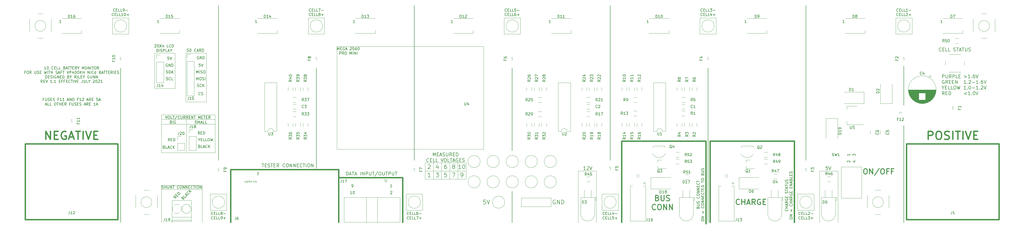
<source format=gbr>
%TF.GenerationSoftware,KiCad,Pcbnew,(5.1.6)-1*%
%TF.CreationDate,2021-09-29T15:37:12-07:00*%
%TF.ProjectId,NiCd Battery Shield - VP400KH,4e694364-2042-4617-9474-657279205368,1*%
%TF.SameCoordinates,Original*%
%TF.FileFunction,Legend,Top*%
%TF.FilePolarity,Positive*%
%FSLAX46Y46*%
G04 Gerber Fmt 4.6, Leading zero omitted, Abs format (unit mm)*
G04 Created by KiCad (PCBNEW (5.1.6)-1) date 2021-09-29 15:37:12*
%MOMM*%
%LPD*%
G01*
G04 APERTURE LIST*
%ADD10C,0.120000*%
%ADD11C,0.150000*%
%ADD12C,0.300000*%
%ADD13C,0.200000*%
%ADD14C,0.500000*%
%ADD15C,0.100000*%
G04 APERTURE END LIST*
D10*
X91000000Y-187750000D02*
X106000000Y-187750000D01*
X106000000Y-186250000D02*
X106000000Y-200000000D01*
X91000000Y-186250000D02*
X106000000Y-186250000D01*
X91000000Y-186250000D02*
X91000000Y-200000000D01*
D11*
X98953637Y-190945347D02*
X99088324Y-190878003D01*
X99155668Y-190878003D01*
X99256683Y-190911675D01*
X99357698Y-191012690D01*
X99391370Y-191113705D01*
X99391370Y-191181049D01*
X99357698Y-191282064D01*
X99088324Y-191551438D01*
X98381217Y-190844331D01*
X98616920Y-190608629D01*
X98717935Y-190574957D01*
X98785278Y-190574957D01*
X98886294Y-190608629D01*
X98953637Y-190675973D01*
X98987309Y-190776988D01*
X98987309Y-190844331D01*
X98953637Y-190945347D01*
X98717935Y-191181049D01*
X100132148Y-190507614D02*
X99795431Y-190844331D01*
X99088324Y-190137225D01*
X100132148Y-190103553D02*
X100468866Y-189766835D01*
X100266835Y-190372927D02*
X99795431Y-189430118D01*
X100738240Y-189901522D01*
X101310660Y-189194416D02*
X101310660Y-189261759D01*
X101243316Y-189396446D01*
X101175973Y-189463790D01*
X101041286Y-189531133D01*
X100906599Y-189531133D01*
X100805583Y-189497461D01*
X100637225Y-189396446D01*
X100536209Y-189295431D01*
X100435194Y-189127072D01*
X100401522Y-189026057D01*
X100401522Y-188891370D01*
X100468866Y-188756683D01*
X100536209Y-188689339D01*
X100670896Y-188621996D01*
X100738240Y-188621996D01*
X101681049Y-188958713D02*
X100973942Y-188251607D01*
X102085110Y-188554652D02*
X101378003Y-188453637D01*
X101378003Y-187847546D02*
X101378003Y-188655668D01*
X96615312Y-190774450D02*
X96042893Y-190673435D01*
X96211251Y-191178511D02*
X95504145Y-190471404D01*
X95773519Y-190202030D01*
X95874534Y-190168358D01*
X95941877Y-190168358D01*
X96042893Y-190202030D01*
X96143908Y-190303045D01*
X96177580Y-190404061D01*
X96177580Y-190471404D01*
X96143908Y-190572419D01*
X95874534Y-190841793D01*
X96547969Y-190101015D02*
X96783671Y-189865312D01*
X97255076Y-190134687D02*
X96918358Y-190471404D01*
X96211251Y-189764297D01*
X96547969Y-189427580D01*
X97558122Y-189831641D02*
X96851015Y-189124534D01*
X97019374Y-188956175D01*
X97154061Y-188888832D01*
X97288748Y-188888832D01*
X97389763Y-188922503D01*
X97558122Y-189023519D01*
X97659137Y-189124534D01*
X97760152Y-189292893D01*
X97793824Y-189393908D01*
X97793824Y-189528595D01*
X97726480Y-189663282D01*
X97558122Y-189831641D01*
X91190476Y-187404761D02*
X91333333Y-187452380D01*
X91571428Y-187452380D01*
X91666666Y-187404761D01*
X91714285Y-187357142D01*
X91761904Y-187261904D01*
X91761904Y-187166666D01*
X91714285Y-187071428D01*
X91666666Y-187023809D01*
X91571428Y-186976190D01*
X91380952Y-186928571D01*
X91285714Y-186880952D01*
X91238095Y-186833333D01*
X91190476Y-186738095D01*
X91190476Y-186642857D01*
X91238095Y-186547619D01*
X91285714Y-186500000D01*
X91380952Y-186452380D01*
X91619047Y-186452380D01*
X91761904Y-186500000D01*
X92190476Y-187452380D02*
X92190476Y-186452380D01*
X92190476Y-186928571D02*
X92761904Y-186928571D01*
X92761904Y-187452380D02*
X92761904Y-186452380D01*
X93238095Y-186452380D02*
X93238095Y-187261904D01*
X93285714Y-187357142D01*
X93333333Y-187404761D01*
X93428571Y-187452380D01*
X93619047Y-187452380D01*
X93714285Y-187404761D01*
X93761904Y-187357142D01*
X93809523Y-187261904D01*
X93809523Y-186452380D01*
X94285714Y-187452380D02*
X94285714Y-186452380D01*
X94857142Y-187452380D01*
X94857142Y-186452380D01*
X95190476Y-186452380D02*
X95761904Y-186452380D01*
X95476190Y-187452380D02*
X95476190Y-186452380D01*
X97428571Y-187357142D02*
X97380952Y-187404761D01*
X97238095Y-187452380D01*
X97142857Y-187452380D01*
X97000000Y-187404761D01*
X96904761Y-187309523D01*
X96857142Y-187214285D01*
X96809523Y-187023809D01*
X96809523Y-186880952D01*
X96857142Y-186690476D01*
X96904761Y-186595238D01*
X97000000Y-186500000D01*
X97142857Y-186452380D01*
X97238095Y-186452380D01*
X97380952Y-186500000D01*
X97428571Y-186547619D01*
X98047619Y-186452380D02*
X98238095Y-186452380D01*
X98333333Y-186500000D01*
X98428571Y-186595238D01*
X98476190Y-186785714D01*
X98476190Y-187119047D01*
X98428571Y-187309523D01*
X98333333Y-187404761D01*
X98238095Y-187452380D01*
X98047619Y-187452380D01*
X97952380Y-187404761D01*
X97857142Y-187309523D01*
X97809523Y-187119047D01*
X97809523Y-186785714D01*
X97857142Y-186595238D01*
X97952380Y-186500000D01*
X98047619Y-186452380D01*
X98904761Y-187452380D02*
X98904761Y-186452380D01*
X99476190Y-187452380D01*
X99476190Y-186452380D01*
X99952380Y-187452380D02*
X99952380Y-186452380D01*
X100523809Y-187452380D01*
X100523809Y-186452380D01*
X101000000Y-186928571D02*
X101333333Y-186928571D01*
X101476190Y-187452380D02*
X101000000Y-187452380D01*
X101000000Y-186452380D01*
X101476190Y-186452380D01*
X102476190Y-187357142D02*
X102428571Y-187404761D01*
X102285714Y-187452380D01*
X102190476Y-187452380D01*
X102047619Y-187404761D01*
X101952380Y-187309523D01*
X101904761Y-187214285D01*
X101857142Y-187023809D01*
X101857142Y-186880952D01*
X101904761Y-186690476D01*
X101952380Y-186595238D01*
X102047619Y-186500000D01*
X102190476Y-186452380D01*
X102285714Y-186452380D01*
X102428571Y-186500000D01*
X102476190Y-186547619D01*
X102761904Y-186452380D02*
X103333333Y-186452380D01*
X103047619Y-187452380D02*
X103047619Y-186452380D01*
X103666666Y-187452380D02*
X103666666Y-186452380D01*
X104333333Y-186452380D02*
X104523809Y-186452380D01*
X104619047Y-186500000D01*
X104714285Y-186595238D01*
X104761904Y-186785714D01*
X104761904Y-187119047D01*
X104714285Y-187309523D01*
X104619047Y-187404761D01*
X104523809Y-187452380D01*
X104333333Y-187452380D01*
X104238095Y-187404761D01*
X104142857Y-187309523D01*
X104095238Y-187119047D01*
X104095238Y-186785714D01*
X104142857Y-186595238D01*
X104238095Y-186500000D01*
X104333333Y-186452380D01*
X105190476Y-187452380D02*
X105190476Y-186452380D01*
X105761904Y-187452380D01*
X105761904Y-186452380D01*
D10*
X110750000Y-160250000D02*
X110750000Y-162000000D01*
X91000000Y-160250000D02*
X110750000Y-160250000D01*
X91000000Y-162000000D02*
X91000000Y-160250000D01*
D11*
X92464285Y-160702380D02*
X92797619Y-161702380D01*
X93130952Y-160702380D01*
X93654761Y-160702380D02*
X93845238Y-160702380D01*
X93940476Y-160750000D01*
X94035714Y-160845238D01*
X94083333Y-161035714D01*
X94083333Y-161369047D01*
X94035714Y-161559523D01*
X93940476Y-161654761D01*
X93845238Y-161702380D01*
X93654761Y-161702380D01*
X93559523Y-161654761D01*
X93464285Y-161559523D01*
X93416666Y-161369047D01*
X93416666Y-161035714D01*
X93464285Y-160845238D01*
X93559523Y-160750000D01*
X93654761Y-160702380D01*
X94988095Y-161702380D02*
X94511904Y-161702380D01*
X94511904Y-160702380D01*
X95178571Y-160702380D02*
X95750000Y-160702380D01*
X95464285Y-161702380D02*
X95464285Y-160702380D01*
X96797619Y-160654761D02*
X95940476Y-161940476D01*
X97702380Y-161607142D02*
X97654761Y-161654761D01*
X97511904Y-161702380D01*
X97416666Y-161702380D01*
X97273809Y-161654761D01*
X97178571Y-161559523D01*
X97130952Y-161464285D01*
X97083333Y-161273809D01*
X97083333Y-161130952D01*
X97130952Y-160940476D01*
X97178571Y-160845238D01*
X97273809Y-160750000D01*
X97416666Y-160702380D01*
X97511904Y-160702380D01*
X97654761Y-160750000D01*
X97702380Y-160797619D01*
X98130952Y-160702380D02*
X98130952Y-161511904D01*
X98178571Y-161607142D01*
X98226190Y-161654761D01*
X98321428Y-161702380D01*
X98511904Y-161702380D01*
X98607142Y-161654761D01*
X98654761Y-161607142D01*
X98702380Y-161511904D01*
X98702380Y-160702380D01*
X99750000Y-161702380D02*
X99416666Y-161226190D01*
X99178571Y-161702380D02*
X99178571Y-160702380D01*
X99559523Y-160702380D01*
X99654761Y-160750000D01*
X99702380Y-160797619D01*
X99750000Y-160892857D01*
X99750000Y-161035714D01*
X99702380Y-161130952D01*
X99654761Y-161178571D01*
X99559523Y-161226190D01*
X99178571Y-161226190D01*
X100750000Y-161702380D02*
X100416666Y-161226190D01*
X100178571Y-161702380D02*
X100178571Y-160702380D01*
X100559523Y-160702380D01*
X100654761Y-160750000D01*
X100702380Y-160797619D01*
X100750000Y-160892857D01*
X100750000Y-161035714D01*
X100702380Y-161130952D01*
X100654761Y-161178571D01*
X100559523Y-161226190D01*
X100178571Y-161226190D01*
X101178571Y-161178571D02*
X101511904Y-161178571D01*
X101654761Y-161702380D02*
X101178571Y-161702380D01*
X101178571Y-160702380D01*
X101654761Y-160702380D01*
X102083333Y-161702380D02*
X102083333Y-160702380D01*
X102654761Y-161702380D01*
X102654761Y-160702380D01*
X102988095Y-160702380D02*
X103559523Y-160702380D01*
X103273809Y-161702380D02*
X103273809Y-160702380D01*
X104654761Y-161702380D02*
X104654761Y-160702380D01*
X104988095Y-161416666D01*
X105321428Y-160702380D01*
X105321428Y-161702380D01*
X105797619Y-161178571D02*
X106130952Y-161178571D01*
X106273809Y-161702380D02*
X105797619Y-161702380D01*
X105797619Y-160702380D01*
X106273809Y-160702380D01*
X106559523Y-160702380D02*
X107130952Y-160702380D01*
X106845238Y-161702380D02*
X106845238Y-160702380D01*
X107464285Y-161178571D02*
X107797619Y-161178571D01*
X107940476Y-161702380D02*
X107464285Y-161702380D01*
X107464285Y-160702380D01*
X107940476Y-160702380D01*
X108940476Y-161702380D02*
X108607142Y-161226190D01*
X108369047Y-161702380D02*
X108369047Y-160702380D01*
X108749999Y-160702380D01*
X108845238Y-160750000D01*
X108892857Y-160797619D01*
X108940476Y-160892857D01*
X108940476Y-161035714D01*
X108892857Y-161130952D01*
X108845238Y-161178571D01*
X108749999Y-161226190D01*
X108369047Y-161226190D01*
D10*
X110750000Y-162000000D02*
X110750000Y-163750000D01*
X91000000Y-162000000D02*
X110750000Y-162000000D01*
X91000000Y-163750000D02*
X91000000Y-162000000D01*
D11*
X103404761Y-163404761D02*
X103547619Y-163452380D01*
X103785714Y-163452380D01*
X103880952Y-163404761D01*
X103928571Y-163357142D01*
X103976190Y-163261904D01*
X103976190Y-163166666D01*
X103928571Y-163071428D01*
X103880952Y-163023809D01*
X103785714Y-162976190D01*
X103595238Y-162928571D01*
X103500000Y-162880952D01*
X103452380Y-162833333D01*
X103404761Y-162738095D01*
X103404761Y-162642857D01*
X103452380Y-162547619D01*
X103500000Y-162500000D01*
X103595238Y-162452380D01*
X103833333Y-162452380D01*
X103976190Y-162500000D01*
X104404761Y-163452380D02*
X104404761Y-162452380D01*
X104738095Y-163166666D01*
X105071428Y-162452380D01*
X105071428Y-163452380D01*
X105500000Y-163166666D02*
X105976190Y-163166666D01*
X105404761Y-163452380D02*
X105738095Y-162452380D01*
X106071428Y-163452380D01*
X106880952Y-163452380D02*
X106404761Y-163452380D01*
X106404761Y-162452380D01*
X107690476Y-163452380D02*
X107214285Y-163452380D01*
X107214285Y-162452380D01*
X94583333Y-162928571D02*
X94726190Y-162976190D01*
X94773809Y-163023809D01*
X94821428Y-163119047D01*
X94821428Y-163261904D01*
X94773809Y-163357142D01*
X94726190Y-163404761D01*
X94630952Y-163452380D01*
X94250000Y-163452380D01*
X94250000Y-162452380D01*
X94583333Y-162452380D01*
X94678571Y-162500000D01*
X94726190Y-162547619D01*
X94773809Y-162642857D01*
X94773809Y-162738095D01*
X94726190Y-162833333D01*
X94678571Y-162880952D01*
X94583333Y-162928571D01*
X94250000Y-162928571D01*
X95250000Y-163452380D02*
X95250000Y-162452380D01*
X96250000Y-162500000D02*
X96154761Y-162452380D01*
X96011904Y-162452380D01*
X95869047Y-162500000D01*
X95773809Y-162595238D01*
X95726190Y-162690476D01*
X95678571Y-162880952D01*
X95678571Y-163023809D01*
X95726190Y-163214285D01*
X95773809Y-163309523D01*
X95869047Y-163404761D01*
X96011904Y-163452380D01*
X96107142Y-163452380D01*
X96250000Y-163404761D01*
X96297619Y-163357142D01*
X96297619Y-163023809D01*
X96107142Y-163023809D01*
D10*
X100250000Y-162000000D02*
X100250000Y-174250000D01*
X91000000Y-163750000D02*
X91000000Y-174250000D01*
X110750000Y-163750000D02*
X91000000Y-163750000D01*
X110750000Y-174250000D02*
X110750000Y-163750000D01*
X91000000Y-174250000D02*
X110750000Y-174250000D01*
D11*
X91988095Y-172178571D02*
X92130952Y-172226190D01*
X92178571Y-172273809D01*
X92226190Y-172369047D01*
X92226190Y-172511904D01*
X92178571Y-172607142D01*
X92130952Y-172654761D01*
X92035714Y-172702380D01*
X91654761Y-172702380D01*
X91654761Y-171702380D01*
X91988095Y-171702380D01*
X92083333Y-171750000D01*
X92130952Y-171797619D01*
X92178571Y-171892857D01*
X92178571Y-171988095D01*
X92130952Y-172083333D01*
X92083333Y-172130952D01*
X91988095Y-172178571D01*
X91654761Y-172178571D01*
X93130952Y-172702380D02*
X92654761Y-172702380D01*
X92654761Y-171702380D01*
X93416666Y-172416666D02*
X93892857Y-172416666D01*
X93321428Y-172702380D02*
X93654761Y-171702380D01*
X93988095Y-172702380D01*
X94892857Y-172607142D02*
X94845238Y-172654761D01*
X94702380Y-172702380D01*
X94607142Y-172702380D01*
X94464285Y-172654761D01*
X94369047Y-172559523D01*
X94321428Y-172464285D01*
X94273809Y-172273809D01*
X94273809Y-172130952D01*
X94321428Y-171940476D01*
X94369047Y-171845238D01*
X94464285Y-171750000D01*
X94607142Y-171702380D01*
X94702380Y-171702380D01*
X94845238Y-171750000D01*
X94892857Y-171797619D01*
X95321428Y-172702380D02*
X95321428Y-171702380D01*
X95892857Y-172702380D02*
X95464285Y-172130952D01*
X95892857Y-171702380D02*
X95321428Y-172273809D01*
X94107142Y-169952380D02*
X93773809Y-169476190D01*
X93535714Y-169952380D02*
X93535714Y-168952380D01*
X93916666Y-168952380D01*
X94011904Y-169000000D01*
X94059523Y-169047619D01*
X94107142Y-169142857D01*
X94107142Y-169285714D01*
X94059523Y-169380952D01*
X94011904Y-169428571D01*
X93916666Y-169476190D01*
X93535714Y-169476190D01*
X94535714Y-169428571D02*
X94869047Y-169428571D01*
X95011904Y-169952380D02*
X94535714Y-169952380D01*
X94535714Y-168952380D01*
X95011904Y-168952380D01*
X95440476Y-169952380D02*
X95440476Y-168952380D01*
X95678571Y-168952380D01*
X95821428Y-169000000D01*
X95916666Y-169095238D01*
X95964285Y-169190476D01*
X96011904Y-169380952D01*
X96011904Y-169523809D01*
X95964285Y-169714285D01*
X95916666Y-169809523D01*
X95821428Y-169904761D01*
X95678571Y-169952380D01*
X95440476Y-169952380D01*
X104988095Y-171928571D02*
X105130952Y-171976190D01*
X105178571Y-172023809D01*
X105226190Y-172119047D01*
X105226190Y-172261904D01*
X105178571Y-172357142D01*
X105130952Y-172404761D01*
X105035714Y-172452380D01*
X104654761Y-172452380D01*
X104654761Y-171452380D01*
X104988095Y-171452380D01*
X105083333Y-171500000D01*
X105130952Y-171547619D01*
X105178571Y-171642857D01*
X105178571Y-171738095D01*
X105130952Y-171833333D01*
X105083333Y-171880952D01*
X104988095Y-171928571D01*
X104654761Y-171928571D01*
X106130952Y-172452380D02*
X105654761Y-172452380D01*
X105654761Y-171452380D01*
X106416666Y-172166666D02*
X106892857Y-172166666D01*
X106321428Y-172452380D02*
X106654761Y-171452380D01*
X106988095Y-172452380D01*
X107892857Y-172357142D02*
X107845238Y-172404761D01*
X107702380Y-172452380D01*
X107607142Y-172452380D01*
X107464285Y-172404761D01*
X107369047Y-172309523D01*
X107321428Y-172214285D01*
X107273809Y-172023809D01*
X107273809Y-171880952D01*
X107321428Y-171690476D01*
X107369047Y-171595238D01*
X107464285Y-171500000D01*
X107607142Y-171452380D01*
X107702380Y-171452380D01*
X107845238Y-171500000D01*
X107892857Y-171547619D01*
X108321428Y-172452380D02*
X108321428Y-171452380D01*
X108892857Y-172452380D02*
X108464285Y-171880952D01*
X108892857Y-171452380D02*
X108321428Y-172023809D01*
X104892857Y-169476190D02*
X104892857Y-169952380D01*
X104559523Y-168952380D02*
X104892857Y-169476190D01*
X105226190Y-168952380D01*
X105559523Y-169428571D02*
X105892857Y-169428571D01*
X106035714Y-169952380D02*
X105559523Y-169952380D01*
X105559523Y-168952380D01*
X106035714Y-168952380D01*
X106940476Y-169952380D02*
X106464285Y-169952380D01*
X106464285Y-168952380D01*
X107750000Y-169952380D02*
X107273809Y-169952380D01*
X107273809Y-168952380D01*
X108273809Y-168952380D02*
X108464285Y-168952380D01*
X108559523Y-169000000D01*
X108654761Y-169095238D01*
X108702380Y-169285714D01*
X108702380Y-169619047D01*
X108654761Y-169809523D01*
X108559523Y-169904761D01*
X108464285Y-169952380D01*
X108273809Y-169952380D01*
X108178571Y-169904761D01*
X108083333Y-169809523D01*
X108035714Y-169619047D01*
X108035714Y-169285714D01*
X108083333Y-169095238D01*
X108178571Y-169000000D01*
X108273809Y-168952380D01*
X109035714Y-168952380D02*
X109273809Y-169952380D01*
X109464285Y-169238095D01*
X109654761Y-169952380D01*
X109892857Y-168952380D01*
X105107142Y-167452380D02*
X104773809Y-166976190D01*
X104535714Y-167452380D02*
X104535714Y-166452380D01*
X104916666Y-166452380D01*
X105011904Y-166500000D01*
X105059523Y-166547619D01*
X105107142Y-166642857D01*
X105107142Y-166785714D01*
X105059523Y-166880952D01*
X105011904Y-166928571D01*
X104916666Y-166976190D01*
X104535714Y-166976190D01*
X105535714Y-166928571D02*
X105869047Y-166928571D01*
X106011904Y-167452380D02*
X105535714Y-167452380D01*
X105535714Y-166452380D01*
X106011904Y-166452380D01*
X106440476Y-167452380D02*
X106440476Y-166452380D01*
X106678571Y-166452380D01*
X106821428Y-166500000D01*
X106916666Y-166595238D01*
X106964285Y-166690476D01*
X107011904Y-166880952D01*
X107011904Y-167023809D01*
X106964285Y-167214285D01*
X106916666Y-167309523D01*
X106821428Y-167404761D01*
X106678571Y-167452380D01*
X106440476Y-167452380D01*
D12*
X349702380Y-180154761D02*
X350083333Y-180154761D01*
X350273809Y-180250000D01*
X350464285Y-180440476D01*
X350559523Y-180821428D01*
X350559523Y-181488095D01*
X350464285Y-181869047D01*
X350273809Y-182059523D01*
X350083333Y-182154761D01*
X349702380Y-182154761D01*
X349511904Y-182059523D01*
X349321428Y-181869047D01*
X349226190Y-181488095D01*
X349226190Y-180821428D01*
X349321428Y-180440476D01*
X349511904Y-180250000D01*
X349702380Y-180154761D01*
X351416666Y-182154761D02*
X351416666Y-180154761D01*
X352559523Y-182154761D01*
X352559523Y-180154761D01*
X354940476Y-180059523D02*
X353226190Y-182630952D01*
X355988095Y-180154761D02*
X356369047Y-180154761D01*
X356559523Y-180250000D01*
X356750000Y-180440476D01*
X356845238Y-180821428D01*
X356845238Y-181488095D01*
X356750000Y-181869047D01*
X356559523Y-182059523D01*
X356369047Y-182154761D01*
X355988095Y-182154761D01*
X355797619Y-182059523D01*
X355607142Y-181869047D01*
X355511904Y-181488095D01*
X355511904Y-180821428D01*
X355607142Y-180440476D01*
X355797619Y-180250000D01*
X355988095Y-180154761D01*
X358369047Y-181107142D02*
X357702380Y-181107142D01*
X357702380Y-182154761D02*
X357702380Y-180154761D01*
X358654761Y-180154761D01*
X360083333Y-181107142D02*
X359416666Y-181107142D01*
X359416666Y-182154761D02*
X359416666Y-180154761D01*
X360369047Y-180154761D01*
D13*
X158994047Y-182565476D02*
X158994047Y-181315476D01*
X159291666Y-181315476D01*
X159470238Y-181375000D01*
X159589285Y-181494047D01*
X159648809Y-181613095D01*
X159708333Y-181851190D01*
X159708333Y-182029761D01*
X159648809Y-182267857D01*
X159589285Y-182386904D01*
X159470238Y-182505952D01*
X159291666Y-182565476D01*
X158994047Y-182565476D01*
X160184523Y-182208333D02*
X160779761Y-182208333D01*
X160065476Y-182565476D02*
X160482142Y-181315476D01*
X160898809Y-182565476D01*
X161136904Y-181315476D02*
X161851190Y-181315476D01*
X161494047Y-182565476D02*
X161494047Y-181315476D01*
X162208333Y-182208333D02*
X162803571Y-182208333D01*
X162089285Y-182565476D02*
X162505952Y-181315476D01*
X162922619Y-182565476D01*
X164291666Y-182565476D02*
X164291666Y-181315476D01*
X164886904Y-182565476D02*
X164886904Y-181315476D01*
X165601190Y-182565476D01*
X165601190Y-181315476D01*
X166196428Y-182565476D02*
X166196428Y-181315476D01*
X166672619Y-181315476D01*
X166791666Y-181375000D01*
X166851190Y-181434523D01*
X166910714Y-181553571D01*
X166910714Y-181732142D01*
X166851190Y-181851190D01*
X166791666Y-181910714D01*
X166672619Y-181970238D01*
X166196428Y-181970238D01*
X167446428Y-181315476D02*
X167446428Y-182327380D01*
X167505952Y-182446428D01*
X167565476Y-182505952D01*
X167684523Y-182565476D01*
X167922619Y-182565476D01*
X168041666Y-182505952D01*
X168101190Y-182446428D01*
X168160714Y-182327380D01*
X168160714Y-181315476D01*
X168577380Y-181315476D02*
X169291666Y-181315476D01*
X168934523Y-182565476D02*
X168934523Y-181315476D01*
X170601190Y-181255952D02*
X169529761Y-182863095D01*
X171255952Y-181315476D02*
X171494047Y-181315476D01*
X171613095Y-181375000D01*
X171732142Y-181494047D01*
X171791666Y-181732142D01*
X171791666Y-182148809D01*
X171732142Y-182386904D01*
X171613095Y-182505952D01*
X171494047Y-182565476D01*
X171255952Y-182565476D01*
X171136904Y-182505952D01*
X171017857Y-182386904D01*
X170958333Y-182148809D01*
X170958333Y-181732142D01*
X171017857Y-181494047D01*
X171136904Y-181375000D01*
X171255952Y-181315476D01*
X172327380Y-181315476D02*
X172327380Y-182327380D01*
X172386904Y-182446428D01*
X172446428Y-182505952D01*
X172565476Y-182565476D01*
X172803571Y-182565476D01*
X172922619Y-182505952D01*
X172982142Y-182446428D01*
X173041666Y-182327380D01*
X173041666Y-181315476D01*
X173458333Y-181315476D02*
X174172619Y-181315476D01*
X173815476Y-182565476D02*
X173815476Y-181315476D01*
X174589285Y-182565476D02*
X174589285Y-181315476D01*
X175065476Y-181315476D01*
X175184523Y-181375000D01*
X175244047Y-181434523D01*
X175303571Y-181553571D01*
X175303571Y-181732142D01*
X175244047Y-181851190D01*
X175184523Y-181910714D01*
X175065476Y-181970238D01*
X174589285Y-181970238D01*
X175839285Y-181315476D02*
X175839285Y-182327380D01*
X175898809Y-182446428D01*
X175958333Y-182505952D01*
X176077380Y-182565476D01*
X176315476Y-182565476D01*
X176434523Y-182505952D01*
X176494047Y-182446428D01*
X176553571Y-182327380D01*
X176553571Y-181315476D01*
X176970238Y-181315476D02*
X177684523Y-181315476D01*
X177327380Y-182565476D02*
X177327380Y-181315476D01*
D11*
X161059523Y-189452380D02*
X160488095Y-189452380D01*
X160773809Y-189452380D02*
X160773809Y-188452380D01*
X160678571Y-188595238D01*
X160583333Y-188690476D01*
X160488095Y-188738095D01*
X161678571Y-188452380D02*
X161773809Y-188452380D01*
X161869047Y-188500000D01*
X161916666Y-188547619D01*
X161964285Y-188642857D01*
X162011904Y-188833333D01*
X162011904Y-189071428D01*
X161964285Y-189261904D01*
X161916666Y-189357142D01*
X161869047Y-189404761D01*
X161773809Y-189452380D01*
X161678571Y-189452380D01*
X161583333Y-189404761D01*
X161535714Y-189357142D01*
X161488095Y-189261904D01*
X161440476Y-189071428D01*
X161440476Y-188833333D01*
X161488095Y-188642857D01*
X161535714Y-188547619D01*
X161583333Y-188500000D01*
X161678571Y-188452380D01*
X161059523Y-186952380D02*
X161250000Y-186952380D01*
X161345238Y-186904761D01*
X161392857Y-186857142D01*
X161488095Y-186714285D01*
X161535714Y-186523809D01*
X161535714Y-186142857D01*
X161488095Y-186047619D01*
X161440476Y-186000000D01*
X161345238Y-185952380D01*
X161154761Y-185952380D01*
X161059523Y-186000000D01*
X161011904Y-186047619D01*
X160964285Y-186142857D01*
X160964285Y-186380952D01*
X161011904Y-186476190D01*
X161059523Y-186523809D01*
X161154761Y-186571428D01*
X161345238Y-186571428D01*
X161440476Y-186523809D01*
X161488095Y-186476190D01*
X161535714Y-186380952D01*
X175214285Y-188547619D02*
X175261904Y-188500000D01*
X175357142Y-188452380D01*
X175595238Y-188452380D01*
X175690476Y-188500000D01*
X175738095Y-188547619D01*
X175785714Y-188642857D01*
X175785714Y-188738095D01*
X175738095Y-188880952D01*
X175166666Y-189452380D01*
X175785714Y-189452380D01*
X175785714Y-186952380D02*
X175214285Y-186952380D01*
X175500000Y-186952380D02*
X175500000Y-185952380D01*
X175404761Y-186095238D01*
X175309523Y-186190476D01*
X175214285Y-186238095D01*
D14*
X156250000Y-183500000D02*
X179750000Y-183500000D01*
X179750000Y-200000000D02*
X179750000Y-183500000D01*
D10*
X244250000Y-181000000D02*
X251000000Y-181000000D01*
X244250000Y-200000000D02*
X244250000Y-181000000D01*
D13*
X364000000Y-142250000D02*
X364000000Y-156750000D01*
D12*
X273392857Y-190957142D02*
X273678571Y-191052380D01*
X273773809Y-191147619D01*
X273869047Y-191338095D01*
X273869047Y-191623809D01*
X273773809Y-191814285D01*
X273678571Y-191909523D01*
X273488095Y-192004761D01*
X272726190Y-192004761D01*
X272726190Y-190004761D01*
X273392857Y-190004761D01*
X273583333Y-190100000D01*
X273678571Y-190195238D01*
X273773809Y-190385714D01*
X273773809Y-190576190D01*
X273678571Y-190766666D01*
X273583333Y-190861904D01*
X273392857Y-190957142D01*
X272726190Y-190957142D01*
X274726190Y-190004761D02*
X274726190Y-191623809D01*
X274821428Y-191814285D01*
X274916666Y-191909523D01*
X275107142Y-192004761D01*
X275488095Y-192004761D01*
X275678571Y-191909523D01*
X275773809Y-191814285D01*
X275869047Y-191623809D01*
X275869047Y-190004761D01*
X276726190Y-191909523D02*
X277011904Y-192004761D01*
X277488095Y-192004761D01*
X277678571Y-191909523D01*
X277773809Y-191814285D01*
X277869047Y-191623809D01*
X277869047Y-191433333D01*
X277773809Y-191242857D01*
X277678571Y-191147619D01*
X277488095Y-191052380D01*
X277107142Y-190957142D01*
X276916666Y-190861904D01*
X276821428Y-190766666D01*
X276726190Y-190576190D01*
X276726190Y-190385714D01*
X276821428Y-190195238D01*
X276916666Y-190100000D01*
X277107142Y-190004761D01*
X277583333Y-190004761D01*
X277869047Y-190100000D01*
X272726190Y-195114285D02*
X272630952Y-195209523D01*
X272345238Y-195304761D01*
X272154761Y-195304761D01*
X271869047Y-195209523D01*
X271678571Y-195019047D01*
X271583333Y-194828571D01*
X271488095Y-194447619D01*
X271488095Y-194161904D01*
X271583333Y-193780952D01*
X271678571Y-193590476D01*
X271869047Y-193400000D01*
X272154761Y-193304761D01*
X272345238Y-193304761D01*
X272630952Y-193400000D01*
X272726190Y-193495238D01*
X273964285Y-193304761D02*
X274345238Y-193304761D01*
X274535714Y-193400000D01*
X274726190Y-193590476D01*
X274821428Y-193971428D01*
X274821428Y-194638095D01*
X274726190Y-195019047D01*
X274535714Y-195209523D01*
X274345238Y-195304761D01*
X273964285Y-195304761D01*
X273773809Y-195209523D01*
X273583333Y-195019047D01*
X273488095Y-194638095D01*
X273488095Y-193971428D01*
X273583333Y-193590476D01*
X273773809Y-193400000D01*
X273964285Y-193304761D01*
X275678571Y-195304761D02*
X275678571Y-193304761D01*
X276821428Y-195304761D01*
X276821428Y-193304761D01*
X277773809Y-195304761D02*
X277773809Y-193304761D01*
X278916666Y-195304761D01*
X278916666Y-193304761D01*
D11*
X288353571Y-194464285D02*
X288401190Y-194321428D01*
X288448809Y-194273809D01*
X288544047Y-194226190D01*
X288686904Y-194226190D01*
X288782142Y-194273809D01*
X288829761Y-194321428D01*
X288877380Y-194416666D01*
X288877380Y-194797619D01*
X287877380Y-194797619D01*
X287877380Y-194464285D01*
X287925000Y-194369047D01*
X287972619Y-194321428D01*
X288067857Y-194273809D01*
X288163095Y-194273809D01*
X288258333Y-194321428D01*
X288305952Y-194369047D01*
X288353571Y-194464285D01*
X288353571Y-194797619D01*
X287877380Y-193797619D02*
X288686904Y-193797619D01*
X288782142Y-193750000D01*
X288829761Y-193702380D01*
X288877380Y-193607142D01*
X288877380Y-193416666D01*
X288829761Y-193321428D01*
X288782142Y-193273809D01*
X288686904Y-193226190D01*
X287877380Y-193226190D01*
X288829761Y-192797619D02*
X288877380Y-192654761D01*
X288877380Y-192416666D01*
X288829761Y-192321428D01*
X288782142Y-192273809D01*
X288686904Y-192226190D01*
X288591666Y-192226190D01*
X288496428Y-192273809D01*
X288448809Y-192321428D01*
X288401190Y-192416666D01*
X288353571Y-192607142D01*
X288305952Y-192702380D01*
X288258333Y-192750000D01*
X288163095Y-192797619D01*
X288067857Y-192797619D01*
X287972619Y-192750000D01*
X287925000Y-192702380D01*
X287877380Y-192607142D01*
X287877380Y-192369047D01*
X287925000Y-192226190D01*
X288782142Y-190464285D02*
X288829761Y-190511904D01*
X288877380Y-190654761D01*
X288877380Y-190750000D01*
X288829761Y-190892857D01*
X288734523Y-190988095D01*
X288639285Y-191035714D01*
X288448809Y-191083333D01*
X288305952Y-191083333D01*
X288115476Y-191035714D01*
X288020238Y-190988095D01*
X287925000Y-190892857D01*
X287877380Y-190750000D01*
X287877380Y-190654761D01*
X287925000Y-190511904D01*
X287972619Y-190464285D01*
X287877380Y-189845238D02*
X287877380Y-189654761D01*
X287925000Y-189559523D01*
X288020238Y-189464285D01*
X288210714Y-189416666D01*
X288544047Y-189416666D01*
X288734523Y-189464285D01*
X288829761Y-189559523D01*
X288877380Y-189654761D01*
X288877380Y-189845238D01*
X288829761Y-189940476D01*
X288734523Y-190035714D01*
X288544047Y-190083333D01*
X288210714Y-190083333D01*
X288020238Y-190035714D01*
X287925000Y-189940476D01*
X287877380Y-189845238D01*
X288877380Y-188988095D02*
X287877380Y-188988095D01*
X288877380Y-188416666D01*
X287877380Y-188416666D01*
X288877380Y-187940476D02*
X287877380Y-187940476D01*
X288877380Y-187369047D01*
X287877380Y-187369047D01*
X288353571Y-186892857D02*
X288353571Y-186559523D01*
X288877380Y-186416666D02*
X288877380Y-186892857D01*
X287877380Y-186892857D01*
X287877380Y-186416666D01*
X288782142Y-185416666D02*
X288829761Y-185464285D01*
X288877380Y-185607142D01*
X288877380Y-185702380D01*
X288829761Y-185845238D01*
X288734523Y-185940476D01*
X288639285Y-185988095D01*
X288448809Y-186035714D01*
X288305952Y-186035714D01*
X288115476Y-185988095D01*
X288020238Y-185940476D01*
X287925000Y-185845238D01*
X287877380Y-185702380D01*
X287877380Y-185607142D01*
X287925000Y-185464285D01*
X287972619Y-185416666D01*
X287877380Y-185130952D02*
X287877380Y-184559523D01*
X288877380Y-184845238D02*
X287877380Y-184845238D01*
X289527380Y-199273809D02*
X289527380Y-199083333D01*
X289575000Y-198988095D01*
X289670238Y-198892857D01*
X289860714Y-198845238D01*
X290194047Y-198845238D01*
X290384523Y-198892857D01*
X290479761Y-198988095D01*
X290527380Y-199083333D01*
X290527380Y-199273809D01*
X290479761Y-199369047D01*
X290384523Y-199464285D01*
X290194047Y-199511904D01*
X289860714Y-199511904D01*
X289670238Y-199464285D01*
X289575000Y-199369047D01*
X289527380Y-199273809D01*
X290527380Y-198416666D02*
X289527380Y-198416666D01*
X290527380Y-197845238D01*
X289527380Y-197845238D01*
X290003571Y-196607142D02*
X290003571Y-195845238D01*
X290289285Y-195845238D02*
X290289285Y-196607142D01*
X290432142Y-194035714D02*
X290479761Y-194083333D01*
X290527380Y-194226190D01*
X290527380Y-194321428D01*
X290479761Y-194464285D01*
X290384523Y-194559523D01*
X290289285Y-194607142D01*
X290098809Y-194654761D01*
X289955952Y-194654761D01*
X289765476Y-194607142D01*
X289670238Y-194559523D01*
X289575000Y-194464285D01*
X289527380Y-194321428D01*
X289527380Y-194226190D01*
X289575000Y-194083333D01*
X289622619Y-194035714D01*
X289527380Y-193416666D02*
X289527380Y-193226190D01*
X289575000Y-193130952D01*
X289670238Y-193035714D01*
X289860714Y-192988095D01*
X290194047Y-192988095D01*
X290384523Y-193035714D01*
X290479761Y-193130952D01*
X290527380Y-193226190D01*
X290527380Y-193416666D01*
X290479761Y-193511904D01*
X290384523Y-193607142D01*
X290194047Y-193654761D01*
X289860714Y-193654761D01*
X289670238Y-193607142D01*
X289575000Y-193511904D01*
X289527380Y-193416666D01*
X290527380Y-192559523D02*
X289527380Y-192559523D01*
X290527380Y-191988095D01*
X289527380Y-191988095D01*
X290527380Y-191511904D02*
X289527380Y-191511904D01*
X290527380Y-190940476D01*
X289527380Y-190940476D01*
X290003571Y-190464285D02*
X290003571Y-190130952D01*
X290527380Y-189988095D02*
X290527380Y-190464285D01*
X289527380Y-190464285D01*
X289527380Y-189988095D01*
X290432142Y-188988095D02*
X290479761Y-189035714D01*
X290527380Y-189178571D01*
X290527380Y-189273809D01*
X290479761Y-189416666D01*
X290384523Y-189511904D01*
X290289285Y-189559523D01*
X290098809Y-189607142D01*
X289955952Y-189607142D01*
X289765476Y-189559523D01*
X289670238Y-189511904D01*
X289575000Y-189416666D01*
X289527380Y-189273809D01*
X289527380Y-189178571D01*
X289575000Y-189035714D01*
X289622619Y-188988095D01*
X289527380Y-188702380D02*
X289527380Y-188130952D01*
X290527380Y-188416666D02*
X289527380Y-188416666D01*
X290003571Y-187797619D02*
X290003571Y-187464285D01*
X290527380Y-187321428D02*
X290527380Y-187797619D01*
X289527380Y-187797619D01*
X289527380Y-187321428D01*
X290527380Y-186892857D02*
X289527380Y-186892857D01*
X289527380Y-186654761D01*
X289575000Y-186511904D01*
X289670238Y-186416666D01*
X289765476Y-186369047D01*
X289955952Y-186321428D01*
X290098809Y-186321428D01*
X290289285Y-186369047D01*
X290384523Y-186416666D01*
X290479761Y-186511904D01*
X290527380Y-186654761D01*
X290527380Y-186892857D01*
X289527380Y-185273809D02*
X289527380Y-184702380D01*
X290527380Y-184988095D02*
X289527380Y-184988095D01*
X289527380Y-184178571D02*
X289527380Y-183988095D01*
X289575000Y-183892857D01*
X289670238Y-183797619D01*
X289860714Y-183750000D01*
X290194047Y-183750000D01*
X290384523Y-183797619D01*
X290479761Y-183892857D01*
X290527380Y-183988095D01*
X290527380Y-184178571D01*
X290479761Y-184273809D01*
X290384523Y-184369047D01*
X290194047Y-184416666D01*
X289860714Y-184416666D01*
X289670238Y-184369047D01*
X289575000Y-184273809D01*
X289527380Y-184178571D01*
X290003571Y-182226190D02*
X290051190Y-182083333D01*
X290098809Y-182035714D01*
X290194047Y-181988095D01*
X290336904Y-181988095D01*
X290432142Y-182035714D01*
X290479761Y-182083333D01*
X290527380Y-182178571D01*
X290527380Y-182559523D01*
X289527380Y-182559523D01*
X289527380Y-182226190D01*
X289575000Y-182130952D01*
X289622619Y-182083333D01*
X289717857Y-182035714D01*
X289813095Y-182035714D01*
X289908333Y-182083333D01*
X289955952Y-182130952D01*
X290003571Y-182226190D01*
X290003571Y-182559523D01*
X289527380Y-181559523D02*
X290336904Y-181559523D01*
X290432142Y-181511904D01*
X290479761Y-181464285D01*
X290527380Y-181369047D01*
X290527380Y-181178571D01*
X290479761Y-181083333D01*
X290432142Y-181035714D01*
X290336904Y-180988095D01*
X289527380Y-180988095D01*
X290479761Y-180559523D02*
X290527380Y-180416666D01*
X290527380Y-180178571D01*
X290479761Y-180083333D01*
X290432142Y-180035714D01*
X290336904Y-179988095D01*
X290241666Y-179988095D01*
X290146428Y-180035714D01*
X290098809Y-180083333D01*
X290051190Y-180178571D01*
X290003571Y-180369047D01*
X289955952Y-180464285D01*
X289908333Y-180511904D01*
X289813095Y-180559523D01*
X289717857Y-180559523D01*
X289622619Y-180511904D01*
X289575000Y-180464285D01*
X289527380Y-180369047D01*
X289527380Y-180130952D01*
X289575000Y-179988095D01*
D14*
X260250000Y-170000000D02*
X291250000Y-170000000D01*
X260250000Y-170000000D02*
X260250000Y-200000000D01*
X291250000Y-200500000D02*
X291250000Y-170000000D01*
D11*
X155750000Y-136377380D02*
X155750000Y-135377380D01*
X156083333Y-136091666D01*
X156416666Y-135377380D01*
X156416666Y-136377380D01*
X156892857Y-135853571D02*
X157226190Y-135853571D01*
X157369047Y-136377380D02*
X156892857Y-136377380D01*
X156892857Y-135377380D01*
X157369047Y-135377380D01*
X158321428Y-135425000D02*
X158226190Y-135377380D01*
X158083333Y-135377380D01*
X157940476Y-135425000D01*
X157845238Y-135520238D01*
X157797619Y-135615476D01*
X157750000Y-135805952D01*
X157750000Y-135948809D01*
X157797619Y-136139285D01*
X157845238Y-136234523D01*
X157940476Y-136329761D01*
X158083333Y-136377380D01*
X158178571Y-136377380D01*
X158321428Y-136329761D01*
X158369047Y-136282142D01*
X158369047Y-135948809D01*
X158178571Y-135948809D01*
X158750000Y-136091666D02*
X159226190Y-136091666D01*
X158654761Y-136377380D02*
X158988095Y-135377380D01*
X159321428Y-136377380D01*
X160369047Y-135472619D02*
X160416666Y-135425000D01*
X160511904Y-135377380D01*
X160750000Y-135377380D01*
X160845238Y-135425000D01*
X160892857Y-135472619D01*
X160940476Y-135567857D01*
X160940476Y-135663095D01*
X160892857Y-135805952D01*
X160321428Y-136377380D01*
X160940476Y-136377380D01*
X161845238Y-135377380D02*
X161369047Y-135377380D01*
X161321428Y-135853571D01*
X161369047Y-135805952D01*
X161464285Y-135758333D01*
X161702380Y-135758333D01*
X161797619Y-135805952D01*
X161845238Y-135853571D01*
X161892857Y-135948809D01*
X161892857Y-136186904D01*
X161845238Y-136282142D01*
X161797619Y-136329761D01*
X161702380Y-136377380D01*
X161464285Y-136377380D01*
X161369047Y-136329761D01*
X161321428Y-136282142D01*
X162750000Y-135377380D02*
X162559523Y-135377380D01*
X162464285Y-135425000D01*
X162416666Y-135472619D01*
X162321428Y-135615476D01*
X162273809Y-135805952D01*
X162273809Y-136186904D01*
X162321428Y-136282142D01*
X162369047Y-136329761D01*
X162464285Y-136377380D01*
X162654761Y-136377380D01*
X162750000Y-136329761D01*
X162797619Y-136282142D01*
X162845238Y-136186904D01*
X162845238Y-135948809D01*
X162797619Y-135853571D01*
X162750000Y-135805952D01*
X162654761Y-135758333D01*
X162464285Y-135758333D01*
X162369047Y-135805952D01*
X162321428Y-135853571D01*
X162273809Y-135948809D01*
X163464285Y-135377380D02*
X163559523Y-135377380D01*
X163654761Y-135425000D01*
X163702380Y-135472619D01*
X163750000Y-135567857D01*
X163797619Y-135758333D01*
X163797619Y-135996428D01*
X163750000Y-136186904D01*
X163702380Y-136282142D01*
X163654761Y-136329761D01*
X163559523Y-136377380D01*
X163464285Y-136377380D01*
X163369047Y-136329761D01*
X163321428Y-136282142D01*
X163273809Y-136186904D01*
X163226190Y-135996428D01*
X163226190Y-135758333D01*
X163273809Y-135567857D01*
X163321428Y-135472619D01*
X163369047Y-135425000D01*
X163464285Y-135377380D01*
X156511904Y-138027380D02*
X156511904Y-137027380D01*
X156892857Y-137027380D01*
X156988095Y-137075000D01*
X157035714Y-137122619D01*
X157083333Y-137217857D01*
X157083333Y-137360714D01*
X157035714Y-137455952D01*
X156988095Y-137503571D01*
X156892857Y-137551190D01*
X156511904Y-137551190D01*
X158083333Y-138027380D02*
X157750000Y-137551190D01*
X157511904Y-138027380D02*
X157511904Y-137027380D01*
X157892857Y-137027380D01*
X157988095Y-137075000D01*
X158035714Y-137122619D01*
X158083333Y-137217857D01*
X158083333Y-137360714D01*
X158035714Y-137455952D01*
X157988095Y-137503571D01*
X157892857Y-137551190D01*
X157511904Y-137551190D01*
X158702380Y-137027380D02*
X158892857Y-137027380D01*
X158988095Y-137075000D01*
X159083333Y-137170238D01*
X159130952Y-137360714D01*
X159130952Y-137694047D01*
X159083333Y-137884523D01*
X158988095Y-137979761D01*
X158892857Y-138027380D01*
X158702380Y-138027380D01*
X158607142Y-137979761D01*
X158511904Y-137884523D01*
X158464285Y-137694047D01*
X158464285Y-137360714D01*
X158511904Y-137170238D01*
X158607142Y-137075000D01*
X158702380Y-137027380D01*
X160321428Y-138027380D02*
X160321428Y-137027380D01*
X160654761Y-137741666D01*
X160988095Y-137027380D01*
X160988095Y-138027380D01*
X161464285Y-138027380D02*
X161464285Y-137027380D01*
X161940476Y-138027380D02*
X161940476Y-137027380D01*
X162511904Y-138027380D01*
X162511904Y-137027380D01*
X162988095Y-138027380D02*
X162988095Y-137027380D01*
X47809523Y-154603571D02*
X47476190Y-154603571D01*
X47476190Y-155127380D02*
X47476190Y-154127380D01*
X47952380Y-154127380D01*
X48333333Y-154127380D02*
X48333333Y-154936904D01*
X48380952Y-155032142D01*
X48428571Y-155079761D01*
X48523809Y-155127380D01*
X48714285Y-155127380D01*
X48809523Y-155079761D01*
X48857142Y-155032142D01*
X48904761Y-154936904D01*
X48904761Y-154127380D01*
X49333333Y-155079761D02*
X49476190Y-155127380D01*
X49714285Y-155127380D01*
X49809523Y-155079761D01*
X49857142Y-155032142D01*
X49904761Y-154936904D01*
X49904761Y-154841666D01*
X49857142Y-154746428D01*
X49809523Y-154698809D01*
X49714285Y-154651190D01*
X49523809Y-154603571D01*
X49428571Y-154555952D01*
X49380952Y-154508333D01*
X49333333Y-154413095D01*
X49333333Y-154317857D01*
X49380952Y-154222619D01*
X49428571Y-154175000D01*
X49523809Y-154127380D01*
X49761904Y-154127380D01*
X49904761Y-154175000D01*
X50333333Y-154603571D02*
X50666666Y-154603571D01*
X50809523Y-155127380D02*
X50333333Y-155127380D01*
X50333333Y-154127380D01*
X50809523Y-154127380D01*
X51190476Y-155079761D02*
X51333333Y-155127380D01*
X51571428Y-155127380D01*
X51666666Y-155079761D01*
X51714285Y-155032142D01*
X51761904Y-154936904D01*
X51761904Y-154841666D01*
X51714285Y-154746428D01*
X51666666Y-154698809D01*
X51571428Y-154651190D01*
X51380952Y-154603571D01*
X51285714Y-154555952D01*
X51238095Y-154508333D01*
X51190476Y-154413095D01*
X51190476Y-154317857D01*
X51238095Y-154222619D01*
X51285714Y-154175000D01*
X51380952Y-154127380D01*
X51619047Y-154127380D01*
X51761904Y-154175000D01*
X53285714Y-154603571D02*
X52952380Y-154603571D01*
X52952380Y-155127380D02*
X52952380Y-154127380D01*
X53428571Y-154127380D01*
X54333333Y-155127380D02*
X53761904Y-155127380D01*
X54047619Y-155127380D02*
X54047619Y-154127380D01*
X53952380Y-154270238D01*
X53857142Y-154365476D01*
X53761904Y-154413095D01*
X55285714Y-155127380D02*
X54714285Y-155127380D01*
X55000000Y-155127380D02*
X55000000Y-154127380D01*
X54904761Y-154270238D01*
X54809523Y-154365476D01*
X54714285Y-154413095D01*
X56428571Y-154841666D02*
X56904761Y-154841666D01*
X56333333Y-155127380D02*
X56666666Y-154127380D01*
X57000000Y-155127380D01*
X57333333Y-155127380D02*
X57333333Y-154127380D01*
X57904761Y-155127380D01*
X57904761Y-154127380D01*
X58380952Y-155127380D02*
X58380952Y-154127380D01*
X58619047Y-154127380D01*
X58761904Y-154175000D01*
X58857142Y-154270238D01*
X58904761Y-154365476D01*
X58952380Y-154555952D01*
X58952380Y-154698809D01*
X58904761Y-154889285D01*
X58857142Y-154984523D01*
X58761904Y-155079761D01*
X58619047Y-155127380D01*
X58380952Y-155127380D01*
X60476190Y-154603571D02*
X60142857Y-154603571D01*
X60142857Y-155127380D02*
X60142857Y-154127380D01*
X60619047Y-154127380D01*
X61523809Y-155127380D02*
X60952380Y-155127380D01*
X61238095Y-155127380D02*
X61238095Y-154127380D01*
X61142857Y-154270238D01*
X61047619Y-154365476D01*
X60952380Y-154413095D01*
X61904761Y-154222619D02*
X61952380Y-154175000D01*
X62047619Y-154127380D01*
X62285714Y-154127380D01*
X62380952Y-154175000D01*
X62428571Y-154222619D01*
X62476190Y-154317857D01*
X62476190Y-154413095D01*
X62428571Y-154555952D01*
X61857142Y-155127380D01*
X62476190Y-155127380D01*
X63619047Y-154841666D02*
X64095238Y-154841666D01*
X63523809Y-155127380D02*
X63857142Y-154127380D01*
X64190476Y-155127380D01*
X65095238Y-155127380D02*
X64761904Y-154651190D01*
X64523809Y-155127380D02*
X64523809Y-154127380D01*
X64904761Y-154127380D01*
X64999999Y-154175000D01*
X65047619Y-154222619D01*
X65095238Y-154317857D01*
X65095238Y-154460714D01*
X65047619Y-154555952D01*
X64999999Y-154603571D01*
X64904761Y-154651190D01*
X64523809Y-154651190D01*
X65523809Y-154603571D02*
X65857142Y-154603571D01*
X65999999Y-155127380D02*
X65523809Y-155127380D01*
X65523809Y-154127380D01*
X65999999Y-154127380D01*
X67666666Y-154127380D02*
X67190476Y-154127380D01*
X67142857Y-154603571D01*
X67190476Y-154555952D01*
X67285714Y-154508333D01*
X67523809Y-154508333D01*
X67619047Y-154555952D01*
X67666666Y-154603571D01*
X67714285Y-154698809D01*
X67714285Y-154936904D01*
X67666666Y-155032142D01*
X67619047Y-155079761D01*
X67523809Y-155127380D01*
X67285714Y-155127380D01*
X67190476Y-155079761D01*
X67142857Y-155032142D01*
X68095238Y-154841666D02*
X68571428Y-154841666D01*
X68000000Y-155127380D02*
X68333333Y-154127380D01*
X68666666Y-155127380D01*
X48404761Y-156491666D02*
X48880952Y-156491666D01*
X48309523Y-156777380D02*
X48642857Y-155777380D01*
X48976190Y-156777380D01*
X49785714Y-156777380D02*
X49309523Y-156777380D01*
X49309523Y-155777380D01*
X50595238Y-156777380D02*
X50119047Y-156777380D01*
X50119047Y-155777380D01*
X51880952Y-155777380D02*
X52071428Y-155777380D01*
X52166666Y-155825000D01*
X52261904Y-155920238D01*
X52309523Y-156110714D01*
X52309523Y-156444047D01*
X52261904Y-156634523D01*
X52166666Y-156729761D01*
X52071428Y-156777380D01*
X51880952Y-156777380D01*
X51785714Y-156729761D01*
X51690476Y-156634523D01*
X51642857Y-156444047D01*
X51642857Y-156110714D01*
X51690476Y-155920238D01*
X51785714Y-155825000D01*
X51880952Y-155777380D01*
X52595238Y-155777380D02*
X53166666Y-155777380D01*
X52880952Y-156777380D02*
X52880952Y-155777380D01*
X53499999Y-156777380D02*
X53499999Y-155777380D01*
X53499999Y-156253571D02*
X54071428Y-156253571D01*
X54071428Y-156777380D02*
X54071428Y-155777380D01*
X54547619Y-156253571D02*
X54880952Y-156253571D01*
X55023809Y-156777380D02*
X54547619Y-156777380D01*
X54547619Y-155777380D01*
X55023809Y-155777380D01*
X56023809Y-156777380D02*
X55690476Y-156301190D01*
X55452380Y-156777380D02*
X55452380Y-155777380D01*
X55833333Y-155777380D01*
X55928571Y-155825000D01*
X55976190Y-155872619D01*
X56023809Y-155967857D01*
X56023809Y-156110714D01*
X55976190Y-156205952D01*
X55928571Y-156253571D01*
X55833333Y-156301190D01*
X55452380Y-156301190D01*
X57547619Y-156253571D02*
X57214285Y-156253571D01*
X57214285Y-156777380D02*
X57214285Y-155777380D01*
X57690476Y-155777380D01*
X58071428Y-155777380D02*
X58071428Y-156586904D01*
X58119047Y-156682142D01*
X58166666Y-156729761D01*
X58261904Y-156777380D01*
X58452380Y-156777380D01*
X58547619Y-156729761D01*
X58595238Y-156682142D01*
X58642857Y-156586904D01*
X58642857Y-155777380D01*
X59071428Y-156729761D02*
X59214285Y-156777380D01*
X59452380Y-156777380D01*
X59547619Y-156729761D01*
X59595238Y-156682142D01*
X59642857Y-156586904D01*
X59642857Y-156491666D01*
X59595238Y-156396428D01*
X59547619Y-156348809D01*
X59452380Y-156301190D01*
X59261904Y-156253571D01*
X59166666Y-156205952D01*
X59119047Y-156158333D01*
X59071428Y-156063095D01*
X59071428Y-155967857D01*
X59119047Y-155872619D01*
X59166666Y-155825000D01*
X59261904Y-155777380D01*
X59499999Y-155777380D01*
X59642857Y-155825000D01*
X60071428Y-156253571D02*
X60404761Y-156253571D01*
X60547619Y-156777380D02*
X60071428Y-156777380D01*
X60071428Y-155777380D01*
X60547619Y-155777380D01*
X60928571Y-156729761D02*
X61071428Y-156777380D01*
X61309523Y-156777380D01*
X61404761Y-156729761D01*
X61452380Y-156682142D01*
X61499999Y-156586904D01*
X61499999Y-156491666D01*
X61452380Y-156396428D01*
X61404761Y-156348809D01*
X61309523Y-156301190D01*
X61119047Y-156253571D01*
X61023809Y-156205952D01*
X60976190Y-156158333D01*
X60928571Y-156063095D01*
X60928571Y-155967857D01*
X60976190Y-155872619D01*
X61023809Y-155825000D01*
X61119047Y-155777380D01*
X61357142Y-155777380D01*
X61499999Y-155825000D01*
X62642857Y-156491666D02*
X63119047Y-156491666D01*
X62547619Y-156777380D02*
X62880952Y-155777380D01*
X63214285Y-156777380D01*
X64119047Y-156777380D02*
X63785714Y-156301190D01*
X63547619Y-156777380D02*
X63547619Y-155777380D01*
X63928571Y-155777380D01*
X64023809Y-155825000D01*
X64071428Y-155872619D01*
X64119047Y-155967857D01*
X64119047Y-156110714D01*
X64071428Y-156205952D01*
X64023809Y-156253571D01*
X63928571Y-156301190D01*
X63547619Y-156301190D01*
X64547619Y-156253571D02*
X64880952Y-156253571D01*
X65023809Y-156777380D02*
X64547619Y-156777380D01*
X64547619Y-155777380D01*
X65023809Y-155777380D01*
X66738095Y-156777380D02*
X66166666Y-156777380D01*
X66452380Y-156777380D02*
X66452380Y-155777380D01*
X66357142Y-155920238D01*
X66261904Y-156015476D01*
X66166666Y-156063095D01*
X67119047Y-156491666D02*
X67595238Y-156491666D01*
X67023809Y-156777380D02*
X67357142Y-155777380D01*
X67690476Y-156777380D01*
X48571428Y-143477380D02*
X48000000Y-143477380D01*
X48285714Y-143477380D02*
X48285714Y-142477380D01*
X48190476Y-142620238D01*
X48095238Y-142715476D01*
X48000000Y-142763095D01*
X49190476Y-142477380D02*
X49285714Y-142477380D01*
X49380952Y-142525000D01*
X49428571Y-142572619D01*
X49476190Y-142667857D01*
X49523809Y-142858333D01*
X49523809Y-143096428D01*
X49476190Y-143286904D01*
X49428571Y-143382142D01*
X49380952Y-143429761D01*
X49285714Y-143477380D01*
X49190476Y-143477380D01*
X49095238Y-143429761D01*
X49047619Y-143382142D01*
X49000000Y-143286904D01*
X48952380Y-143096428D01*
X48952380Y-142858333D01*
X49000000Y-142667857D01*
X49047619Y-142572619D01*
X49095238Y-142525000D01*
X49190476Y-142477380D01*
X51285714Y-143382142D02*
X51238095Y-143429761D01*
X51095238Y-143477380D01*
X51000000Y-143477380D01*
X50857142Y-143429761D01*
X50761904Y-143334523D01*
X50714285Y-143239285D01*
X50666666Y-143048809D01*
X50666666Y-142905952D01*
X50714285Y-142715476D01*
X50761904Y-142620238D01*
X50857142Y-142525000D01*
X51000000Y-142477380D01*
X51095238Y-142477380D01*
X51238095Y-142525000D01*
X51285714Y-142572619D01*
X51714285Y-142953571D02*
X52047619Y-142953571D01*
X52190476Y-143477380D02*
X51714285Y-143477380D01*
X51714285Y-142477380D01*
X52190476Y-142477380D01*
X53095238Y-143477380D02*
X52619047Y-143477380D01*
X52619047Y-142477380D01*
X53904761Y-143477380D02*
X53428571Y-143477380D01*
X53428571Y-142477380D01*
X55333333Y-142953571D02*
X55476190Y-143001190D01*
X55523809Y-143048809D01*
X55571428Y-143144047D01*
X55571428Y-143286904D01*
X55523809Y-143382142D01*
X55476190Y-143429761D01*
X55380952Y-143477380D01*
X55000000Y-143477380D01*
X55000000Y-142477380D01*
X55333333Y-142477380D01*
X55428571Y-142525000D01*
X55476190Y-142572619D01*
X55523809Y-142667857D01*
X55523809Y-142763095D01*
X55476190Y-142858333D01*
X55428571Y-142905952D01*
X55333333Y-142953571D01*
X55000000Y-142953571D01*
X55952380Y-143191666D02*
X56428571Y-143191666D01*
X55857142Y-143477380D02*
X56190476Y-142477380D01*
X56523809Y-143477380D01*
X56714285Y-142477380D02*
X57285714Y-142477380D01*
X57000000Y-143477380D02*
X57000000Y-142477380D01*
X57476190Y-142477380D02*
X58047619Y-142477380D01*
X57761904Y-143477380D02*
X57761904Y-142477380D01*
X58380952Y-142953571D02*
X58714285Y-142953571D01*
X58857142Y-143477380D02*
X58380952Y-143477380D01*
X58380952Y-142477380D01*
X58857142Y-142477380D01*
X59857142Y-143477380D02*
X59523809Y-143001190D01*
X59285714Y-143477380D02*
X59285714Y-142477380D01*
X59666666Y-142477380D01*
X59761904Y-142525000D01*
X59809523Y-142572619D01*
X59857142Y-142667857D01*
X59857142Y-142810714D01*
X59809523Y-142905952D01*
X59761904Y-142953571D01*
X59666666Y-143001190D01*
X59285714Y-143001190D01*
X60476190Y-143001190D02*
X60476190Y-143477380D01*
X60142857Y-142477380D02*
X60476190Y-143001190D01*
X60809523Y-142477380D01*
X61904761Y-143477380D02*
X61904761Y-142477380D01*
X62238095Y-143191666D01*
X62571428Y-142477380D01*
X62571428Y-143477380D01*
X63238095Y-142477380D02*
X63428571Y-142477380D01*
X63523809Y-142525000D01*
X63619047Y-142620238D01*
X63666666Y-142810714D01*
X63666666Y-143144047D01*
X63619047Y-143334523D01*
X63523809Y-143429761D01*
X63428571Y-143477380D01*
X63238095Y-143477380D01*
X63142857Y-143429761D01*
X63047619Y-143334523D01*
X62999999Y-143144047D01*
X62999999Y-142810714D01*
X63047619Y-142620238D01*
X63142857Y-142525000D01*
X63238095Y-142477380D01*
X64095238Y-143477380D02*
X64095238Y-142477380D01*
X64666666Y-143477380D01*
X64666666Y-142477380D01*
X65142857Y-143477380D02*
X65142857Y-142477380D01*
X65476190Y-142477380D02*
X66047619Y-142477380D01*
X65761904Y-143477380D02*
X65761904Y-142477380D01*
X66571428Y-142477380D02*
X66761904Y-142477380D01*
X66857142Y-142525000D01*
X66952380Y-142620238D01*
X66999999Y-142810714D01*
X66999999Y-143144047D01*
X66952380Y-143334523D01*
X66857142Y-143429761D01*
X66761904Y-143477380D01*
X66571428Y-143477380D01*
X66476190Y-143429761D01*
X66380952Y-143334523D01*
X66333333Y-143144047D01*
X66333333Y-142810714D01*
X66380952Y-142620238D01*
X66476190Y-142525000D01*
X66571428Y-142477380D01*
X68000000Y-143477380D02*
X67666666Y-143001190D01*
X67428571Y-143477380D02*
X67428571Y-142477380D01*
X67809523Y-142477380D01*
X67904761Y-142525000D01*
X67952380Y-142572619D01*
X68000000Y-142667857D01*
X68000000Y-142810714D01*
X67952380Y-142905952D01*
X67904761Y-142953571D01*
X67809523Y-143001190D01*
X67428571Y-143001190D01*
X41047619Y-144603571D02*
X40714285Y-144603571D01*
X40714285Y-145127380D02*
X40714285Y-144127380D01*
X41190476Y-144127380D01*
X41761904Y-144127380D02*
X41952380Y-144127380D01*
X42047619Y-144175000D01*
X42142857Y-144270238D01*
X42190476Y-144460714D01*
X42190476Y-144794047D01*
X42142857Y-144984523D01*
X42047619Y-145079761D01*
X41952380Y-145127380D01*
X41761904Y-145127380D01*
X41666666Y-145079761D01*
X41571428Y-144984523D01*
X41523809Y-144794047D01*
X41523809Y-144460714D01*
X41571428Y-144270238D01*
X41666666Y-144175000D01*
X41761904Y-144127380D01*
X43190476Y-145127380D02*
X42857142Y-144651190D01*
X42619047Y-145127380D02*
X42619047Y-144127380D01*
X43000000Y-144127380D01*
X43095238Y-144175000D01*
X43142857Y-144222619D01*
X43190476Y-144317857D01*
X43190476Y-144460714D01*
X43142857Y-144555952D01*
X43095238Y-144603571D01*
X43000000Y-144651190D01*
X42619047Y-144651190D01*
X44380952Y-144127380D02*
X44380952Y-144936904D01*
X44428571Y-145032142D01*
X44476190Y-145079761D01*
X44571428Y-145127380D01*
X44761904Y-145127380D01*
X44857142Y-145079761D01*
X44904761Y-145032142D01*
X44952380Y-144936904D01*
X44952380Y-144127380D01*
X45380952Y-145079761D02*
X45523809Y-145127380D01*
X45761904Y-145127380D01*
X45857142Y-145079761D01*
X45904761Y-145032142D01*
X45952380Y-144936904D01*
X45952380Y-144841666D01*
X45904761Y-144746428D01*
X45857142Y-144698809D01*
X45761904Y-144651190D01*
X45571428Y-144603571D01*
X45476190Y-144555952D01*
X45428571Y-144508333D01*
X45380952Y-144413095D01*
X45380952Y-144317857D01*
X45428571Y-144222619D01*
X45476190Y-144175000D01*
X45571428Y-144127380D01*
X45809523Y-144127380D01*
X45952380Y-144175000D01*
X46380952Y-144603571D02*
X46714285Y-144603571D01*
X46857142Y-145127380D02*
X46380952Y-145127380D01*
X46380952Y-144127380D01*
X46857142Y-144127380D01*
X47952380Y-144127380D02*
X48190476Y-145127380D01*
X48380952Y-144413095D01*
X48571428Y-145127380D01*
X48809523Y-144127380D01*
X49190476Y-145127380D02*
X49190476Y-144127380D01*
X49523809Y-144127380D02*
X50095238Y-144127380D01*
X49809523Y-145127380D02*
X49809523Y-144127380D01*
X50428571Y-145127380D02*
X50428571Y-144127380D01*
X50428571Y-144603571D02*
X51000000Y-144603571D01*
X51000000Y-145127380D02*
X51000000Y-144127380D01*
X52190476Y-145079761D02*
X52333333Y-145127380D01*
X52571428Y-145127380D01*
X52666666Y-145079761D01*
X52714285Y-145032142D01*
X52761904Y-144936904D01*
X52761904Y-144841666D01*
X52714285Y-144746428D01*
X52666666Y-144698809D01*
X52571428Y-144651190D01*
X52380952Y-144603571D01*
X52285714Y-144555952D01*
X52238095Y-144508333D01*
X52190476Y-144413095D01*
X52190476Y-144317857D01*
X52238095Y-144222619D01*
X52285714Y-144175000D01*
X52380952Y-144127380D01*
X52619047Y-144127380D01*
X52761904Y-144175000D01*
X53142857Y-144841666D02*
X53619047Y-144841666D01*
X53047619Y-145127380D02*
X53380952Y-144127380D01*
X53714285Y-145127380D01*
X54380952Y-144603571D02*
X54047619Y-144603571D01*
X54047619Y-145127380D02*
X54047619Y-144127380D01*
X54523809Y-144127380D01*
X54761904Y-144127380D02*
X55333333Y-144127380D01*
X55047619Y-145127380D02*
X55047619Y-144127380D01*
X56285714Y-144127380D02*
X56619047Y-145127380D01*
X56952380Y-144127380D01*
X57285714Y-145127380D02*
X57285714Y-144127380D01*
X57666666Y-144127380D01*
X57761904Y-144175000D01*
X57809523Y-144222619D01*
X57857142Y-144317857D01*
X57857142Y-144460714D01*
X57809523Y-144555952D01*
X57761904Y-144603571D01*
X57666666Y-144651190D01*
X57285714Y-144651190D01*
X58714285Y-144460714D02*
X58714285Y-145127380D01*
X58476190Y-144079761D02*
X58238095Y-144794047D01*
X58857142Y-144794047D01*
X59428571Y-144127380D02*
X59523809Y-144127380D01*
X59619047Y-144175000D01*
X59666666Y-144222619D01*
X59714285Y-144317857D01*
X59761904Y-144508333D01*
X59761904Y-144746428D01*
X59714285Y-144936904D01*
X59666666Y-145032142D01*
X59619047Y-145079761D01*
X59523809Y-145127380D01*
X59428571Y-145127380D01*
X59333333Y-145079761D01*
X59285714Y-145032142D01*
X59238095Y-144936904D01*
X59190476Y-144746428D01*
X59190476Y-144508333D01*
X59238095Y-144317857D01*
X59285714Y-144222619D01*
X59333333Y-144175000D01*
X59428571Y-144127380D01*
X60380952Y-144127380D02*
X60476190Y-144127380D01*
X60571428Y-144175000D01*
X60619047Y-144222619D01*
X60666666Y-144317857D01*
X60714285Y-144508333D01*
X60714285Y-144746428D01*
X60666666Y-144936904D01*
X60619047Y-145032142D01*
X60571428Y-145079761D01*
X60476190Y-145127380D01*
X60380952Y-145127380D01*
X60285714Y-145079761D01*
X60238095Y-145032142D01*
X60190476Y-144936904D01*
X60142857Y-144746428D01*
X60142857Y-144508333D01*
X60190476Y-144317857D01*
X60238095Y-144222619D01*
X60285714Y-144175000D01*
X60380952Y-144127380D01*
X61142857Y-145127380D02*
X61142857Y-144127380D01*
X61714285Y-145127380D02*
X61285714Y-144555952D01*
X61714285Y-144127380D02*
X61142857Y-144698809D01*
X62142857Y-145127380D02*
X62142857Y-144127380D01*
X62142857Y-144603571D02*
X62714285Y-144603571D01*
X62714285Y-145127380D02*
X62714285Y-144127380D01*
X63952380Y-145127380D02*
X63952380Y-144127380D01*
X64523809Y-145127380D01*
X64523809Y-144127380D01*
X64999999Y-145127380D02*
X64999999Y-144460714D01*
X64999999Y-144127380D02*
X64952380Y-144175000D01*
X64999999Y-144222619D01*
X65047619Y-144175000D01*
X64999999Y-144127380D01*
X64999999Y-144222619D01*
X66047619Y-145032142D02*
X65999999Y-145079761D01*
X65857142Y-145127380D01*
X65761904Y-145127380D01*
X65619047Y-145079761D01*
X65523809Y-144984523D01*
X65476190Y-144889285D01*
X65428571Y-144698809D01*
X65428571Y-144555952D01*
X65476190Y-144365476D01*
X65523809Y-144270238D01*
X65619047Y-144175000D01*
X65761904Y-144127380D01*
X65857142Y-144127380D01*
X65999999Y-144175000D01*
X66047619Y-144222619D01*
X66904761Y-145127380D02*
X66904761Y-144127380D01*
X66904761Y-145079761D02*
X66809523Y-145127380D01*
X66619047Y-145127380D01*
X66523809Y-145079761D01*
X66476190Y-145032142D01*
X66428571Y-144936904D01*
X66428571Y-144651190D01*
X66476190Y-144555952D01*
X66523809Y-144508333D01*
X66619047Y-144460714D01*
X66809523Y-144460714D01*
X66904761Y-144508333D01*
X68476190Y-144603571D02*
X68619047Y-144651190D01*
X68666666Y-144698809D01*
X68714285Y-144794047D01*
X68714285Y-144936904D01*
X68666666Y-145032142D01*
X68619047Y-145079761D01*
X68523809Y-145127380D01*
X68142857Y-145127380D01*
X68142857Y-144127380D01*
X68476190Y-144127380D01*
X68571428Y-144175000D01*
X68619047Y-144222619D01*
X68666666Y-144317857D01*
X68666666Y-144413095D01*
X68619047Y-144508333D01*
X68571428Y-144555952D01*
X68476190Y-144603571D01*
X68142857Y-144603571D01*
X69095238Y-144841666D02*
X69571428Y-144841666D01*
X69000000Y-145127380D02*
X69333333Y-144127380D01*
X69666666Y-145127380D01*
X69857142Y-144127380D02*
X70428571Y-144127380D01*
X70142857Y-145127380D02*
X70142857Y-144127380D01*
X70619047Y-144127380D02*
X71190476Y-144127380D01*
X70904761Y-145127380D02*
X70904761Y-144127380D01*
X71523809Y-144603571D02*
X71857142Y-144603571D01*
X71999999Y-145127380D02*
X71523809Y-145127380D01*
X71523809Y-144127380D01*
X71999999Y-144127380D01*
X72999999Y-145127380D02*
X72666666Y-144651190D01*
X72428571Y-145127380D02*
X72428571Y-144127380D01*
X72809523Y-144127380D01*
X72904761Y-144175000D01*
X72952380Y-144222619D01*
X72999999Y-144317857D01*
X72999999Y-144460714D01*
X72952380Y-144555952D01*
X72904761Y-144603571D01*
X72809523Y-144651190D01*
X72428571Y-144651190D01*
X73428571Y-145127380D02*
X73428571Y-144127380D01*
X73904761Y-144603571D02*
X74238095Y-144603571D01*
X74380952Y-145127380D02*
X73904761Y-145127380D01*
X73904761Y-144127380D01*
X74380952Y-144127380D01*
X74761904Y-145079761D02*
X74904761Y-145127380D01*
X75142857Y-145127380D01*
X75238095Y-145079761D01*
X75285714Y-145032142D01*
X75333333Y-144936904D01*
X75333333Y-144841666D01*
X75285714Y-144746428D01*
X75238095Y-144698809D01*
X75142857Y-144651190D01*
X74952380Y-144603571D01*
X74857142Y-144555952D01*
X74809523Y-144508333D01*
X74761904Y-144413095D01*
X74761904Y-144317857D01*
X74809523Y-144222619D01*
X74857142Y-144175000D01*
X74952380Y-144127380D01*
X75190476Y-144127380D01*
X75333333Y-144175000D01*
X48428571Y-146777380D02*
X48428571Y-145777380D01*
X48666666Y-145777380D01*
X48809523Y-145825000D01*
X48904761Y-145920238D01*
X48952380Y-146015476D01*
X49000000Y-146205952D01*
X49000000Y-146348809D01*
X48952380Y-146539285D01*
X48904761Y-146634523D01*
X48809523Y-146729761D01*
X48666666Y-146777380D01*
X48428571Y-146777380D01*
X49428571Y-146253571D02*
X49761904Y-146253571D01*
X49904761Y-146777380D02*
X49428571Y-146777380D01*
X49428571Y-145777380D01*
X49904761Y-145777380D01*
X50285714Y-146729761D02*
X50428571Y-146777380D01*
X50666666Y-146777380D01*
X50761904Y-146729761D01*
X50809523Y-146682142D01*
X50857142Y-146586904D01*
X50857142Y-146491666D01*
X50809523Y-146396428D01*
X50761904Y-146348809D01*
X50666666Y-146301190D01*
X50476190Y-146253571D01*
X50380952Y-146205952D01*
X50333333Y-146158333D01*
X50285714Y-146063095D01*
X50285714Y-145967857D01*
X50333333Y-145872619D01*
X50380952Y-145825000D01*
X50476190Y-145777380D01*
X50714285Y-145777380D01*
X50857142Y-145825000D01*
X51285714Y-146777380D02*
X51285714Y-145777380D01*
X52285714Y-145825000D02*
X52190476Y-145777380D01*
X52047619Y-145777380D01*
X51904761Y-145825000D01*
X51809523Y-145920238D01*
X51761904Y-146015476D01*
X51714285Y-146205952D01*
X51714285Y-146348809D01*
X51761904Y-146539285D01*
X51809523Y-146634523D01*
X51904761Y-146729761D01*
X52047619Y-146777380D01*
X52142857Y-146777380D01*
X52285714Y-146729761D01*
X52333333Y-146682142D01*
X52333333Y-146348809D01*
X52142857Y-146348809D01*
X52761904Y-146777380D02*
X52761904Y-145777380D01*
X53333333Y-146777380D01*
X53333333Y-145777380D01*
X53809523Y-146253571D02*
X54142857Y-146253571D01*
X54285714Y-146777380D02*
X53809523Y-146777380D01*
X53809523Y-145777380D01*
X54285714Y-145777380D01*
X54714285Y-146777380D02*
X54714285Y-145777380D01*
X54952380Y-145777380D01*
X55095238Y-145825000D01*
X55190476Y-145920238D01*
X55238095Y-146015476D01*
X55285714Y-146205952D01*
X55285714Y-146348809D01*
X55238095Y-146539285D01*
X55190476Y-146634523D01*
X55095238Y-146729761D01*
X54952380Y-146777380D01*
X54714285Y-146777380D01*
X56809523Y-146253571D02*
X56952380Y-146301190D01*
X57000000Y-146348809D01*
X57047619Y-146444047D01*
X57047619Y-146586904D01*
X57000000Y-146682142D01*
X56952380Y-146729761D01*
X56857142Y-146777380D01*
X56476190Y-146777380D01*
X56476190Y-145777380D01*
X56809523Y-145777380D01*
X56904761Y-145825000D01*
X56952380Y-145872619D01*
X57000000Y-145967857D01*
X57000000Y-146063095D01*
X56952380Y-146158333D01*
X56904761Y-146205952D01*
X56809523Y-146253571D01*
X56476190Y-146253571D01*
X57666666Y-146301190D02*
X57666666Y-146777380D01*
X57333333Y-145777380D02*
X57666666Y-146301190D01*
X58000000Y-145777380D01*
X59666666Y-146777380D02*
X59333333Y-146301190D01*
X59095238Y-146777380D02*
X59095238Y-145777380D01*
X59476190Y-145777380D01*
X59571428Y-145825000D01*
X59619047Y-145872619D01*
X59666666Y-145967857D01*
X59666666Y-146110714D01*
X59619047Y-146205952D01*
X59571428Y-146253571D01*
X59476190Y-146301190D01*
X59095238Y-146301190D01*
X60095238Y-146777380D02*
X60095238Y-145777380D01*
X61047619Y-146777380D02*
X60571428Y-146777380D01*
X60571428Y-145777380D01*
X61380952Y-146253571D02*
X61714285Y-146253571D01*
X61857142Y-146777380D02*
X61380952Y-146777380D01*
X61380952Y-145777380D01*
X61857142Y-145777380D01*
X62476190Y-146301190D02*
X62476190Y-146777380D01*
X62142857Y-145777380D02*
X62476190Y-146301190D01*
X62809523Y-145777380D01*
X64428571Y-145825000D02*
X64333333Y-145777380D01*
X64190476Y-145777380D01*
X64047619Y-145825000D01*
X63952380Y-145920238D01*
X63904761Y-146015476D01*
X63857142Y-146205952D01*
X63857142Y-146348809D01*
X63904761Y-146539285D01*
X63952380Y-146634523D01*
X64047619Y-146729761D01*
X64190476Y-146777380D01*
X64285714Y-146777380D01*
X64428571Y-146729761D01*
X64476190Y-146682142D01*
X64476190Y-146348809D01*
X64285714Y-146348809D01*
X64904761Y-145777380D02*
X64904761Y-146586904D01*
X64952380Y-146682142D01*
X65000000Y-146729761D01*
X65095238Y-146777380D01*
X65285714Y-146777380D01*
X65380952Y-146729761D01*
X65428571Y-146682142D01*
X65476190Y-146586904D01*
X65476190Y-145777380D01*
X65952380Y-146777380D02*
X65952380Y-145777380D01*
X66523809Y-146777380D01*
X66523809Y-145777380D01*
X67000000Y-146777380D02*
X67000000Y-145777380D01*
X67571428Y-146777380D01*
X67571428Y-145777380D01*
X47309523Y-148427380D02*
X46976190Y-147951190D01*
X46738095Y-148427380D02*
X46738095Y-147427380D01*
X47119047Y-147427380D01*
X47214285Y-147475000D01*
X47261904Y-147522619D01*
X47309523Y-147617857D01*
X47309523Y-147760714D01*
X47261904Y-147855952D01*
X47214285Y-147903571D01*
X47119047Y-147951190D01*
X46738095Y-147951190D01*
X47738095Y-147903571D02*
X48071428Y-147903571D01*
X48214285Y-148427380D02*
X47738095Y-148427380D01*
X47738095Y-147427380D01*
X48214285Y-147427380D01*
X48500000Y-147427380D02*
X48833333Y-148427380D01*
X49166666Y-147427380D01*
X50785714Y-148427380D02*
X50214285Y-148427380D01*
X50500000Y-148427380D02*
X50500000Y-147427380D01*
X50404761Y-147570238D01*
X50309523Y-147665476D01*
X50214285Y-147713095D01*
X51214285Y-148332142D02*
X51261904Y-148379761D01*
X51214285Y-148427380D01*
X51166666Y-148379761D01*
X51214285Y-148332142D01*
X51214285Y-148427380D01*
X52214285Y-148427380D02*
X51642857Y-148427380D01*
X51928571Y-148427380D02*
X51928571Y-147427380D01*
X51833333Y-147570238D01*
X51738095Y-147665476D01*
X51642857Y-147713095D01*
X53404761Y-147903571D02*
X53738095Y-147903571D01*
X53880952Y-148427380D02*
X53404761Y-148427380D01*
X53404761Y-147427380D01*
X53880952Y-147427380D01*
X54642857Y-147903571D02*
X54309523Y-147903571D01*
X54309523Y-148427380D02*
X54309523Y-147427380D01*
X54785714Y-147427380D01*
X55500000Y-147903571D02*
X55166666Y-147903571D01*
X55166666Y-148427380D02*
X55166666Y-147427380D01*
X55642857Y-147427380D01*
X56023809Y-147903571D02*
X56357142Y-147903571D01*
X56500000Y-148427380D02*
X56023809Y-148427380D01*
X56023809Y-147427380D01*
X56500000Y-147427380D01*
X57500000Y-148332142D02*
X57452380Y-148379761D01*
X57309523Y-148427380D01*
X57214285Y-148427380D01*
X57071428Y-148379761D01*
X56976190Y-148284523D01*
X56928571Y-148189285D01*
X56880952Y-147998809D01*
X56880952Y-147855952D01*
X56928571Y-147665476D01*
X56976190Y-147570238D01*
X57071428Y-147475000D01*
X57214285Y-147427380D01*
X57309523Y-147427380D01*
X57452380Y-147475000D01*
X57500000Y-147522619D01*
X57785714Y-147427380D02*
X58357142Y-147427380D01*
X58071428Y-148427380D02*
X58071428Y-147427380D01*
X58690476Y-148427380D02*
X58690476Y-147427380D01*
X59023809Y-147427380D02*
X59357142Y-148427380D01*
X59690476Y-147427380D01*
X60023809Y-147903571D02*
X60357142Y-147903571D01*
X60500000Y-148427380D02*
X60023809Y-148427380D01*
X60023809Y-147427380D01*
X60500000Y-147427380D01*
X61976190Y-147427380D02*
X61976190Y-148141666D01*
X61928571Y-148284523D01*
X61833333Y-148379761D01*
X61690476Y-148427380D01*
X61595238Y-148427380D01*
X62452380Y-147427380D02*
X62452380Y-148236904D01*
X62499999Y-148332142D01*
X62547619Y-148379761D01*
X62642857Y-148427380D01*
X62833333Y-148427380D01*
X62928571Y-148379761D01*
X62976190Y-148332142D01*
X63023809Y-148236904D01*
X63023809Y-147427380D01*
X63976190Y-148427380D02*
X63499999Y-148427380D01*
X63499999Y-147427380D01*
X64499999Y-147951190D02*
X64499999Y-148427380D01*
X64166666Y-147427380D02*
X64499999Y-147951190D01*
X64833333Y-147427380D01*
X65880952Y-147522619D02*
X65928571Y-147475000D01*
X66023809Y-147427380D01*
X66261904Y-147427380D01*
X66357142Y-147475000D01*
X66404761Y-147522619D01*
X66452380Y-147617857D01*
X66452380Y-147713095D01*
X66404761Y-147855952D01*
X65833333Y-148427380D01*
X66452380Y-148427380D01*
X67071428Y-147427380D02*
X67166666Y-147427380D01*
X67261904Y-147475000D01*
X67309523Y-147522619D01*
X67357142Y-147617857D01*
X67404761Y-147808333D01*
X67404761Y-148046428D01*
X67357142Y-148236904D01*
X67309523Y-148332142D01*
X67261904Y-148379761D01*
X67166666Y-148427380D01*
X67071428Y-148427380D01*
X66976190Y-148379761D01*
X66928571Y-148332142D01*
X66880952Y-148236904D01*
X66833333Y-148046428D01*
X66833333Y-147808333D01*
X66880952Y-147617857D01*
X66928571Y-147522619D01*
X66976190Y-147475000D01*
X67071428Y-147427380D01*
X67785714Y-147522619D02*
X67833333Y-147475000D01*
X67928571Y-147427380D01*
X68166666Y-147427380D01*
X68261904Y-147475000D01*
X68309523Y-147522619D01*
X68357142Y-147617857D01*
X68357142Y-147713095D01*
X68309523Y-147855952D01*
X67738095Y-148427380D01*
X68357142Y-148427380D01*
X69309523Y-148427380D02*
X68738095Y-148427380D01*
X69023809Y-148427380D02*
X69023809Y-147427380D01*
X68928571Y-147570238D01*
X68833333Y-147665476D01*
X68738095Y-147713095D01*
D13*
X336011904Y-179315476D02*
X335416666Y-179315476D01*
X335357142Y-179910714D01*
X335416666Y-179851190D01*
X335535714Y-179791666D01*
X335833333Y-179791666D01*
X335952380Y-179851190D01*
X336011904Y-179910714D01*
X336071428Y-180029761D01*
X336071428Y-180327380D01*
X336011904Y-180446428D01*
X335952380Y-180505952D01*
X335833333Y-180565476D01*
X335535714Y-180565476D01*
X335416666Y-180505952D01*
X335357142Y-180446428D01*
X336428571Y-179315476D02*
X336845238Y-180565476D01*
X337261904Y-179315476D01*
X246976190Y-180565476D02*
X246261904Y-180565476D01*
X246619047Y-180565476D02*
X246619047Y-179315476D01*
X246500000Y-179494047D01*
X246380952Y-179613095D01*
X246261904Y-179672619D01*
X247452380Y-179434523D02*
X247511904Y-179375000D01*
X247630952Y-179315476D01*
X247928571Y-179315476D01*
X248047619Y-179375000D01*
X248107142Y-179434523D01*
X248166666Y-179553571D01*
X248166666Y-179672619D01*
X248107142Y-179851190D01*
X247392857Y-180565476D01*
X248166666Y-180565476D01*
X248523809Y-179315476D02*
X248940476Y-180565476D01*
X249357142Y-179315476D01*
D10*
X339750000Y-200000000D02*
X339750000Y-181000000D01*
X339750000Y-181000000D02*
X333000000Y-181000000D01*
X251000000Y-200000000D02*
X251000000Y-181000000D01*
X333000000Y-200000000D02*
X333000000Y-181000000D01*
D13*
X386177619Y-145869642D02*
X387130000Y-146226785D01*
X386177619Y-146583928D01*
X388380000Y-146702976D02*
X387665714Y-146702976D01*
X388022857Y-146702976D02*
X388022857Y-145452976D01*
X387903809Y-145631547D01*
X387784761Y-145750595D01*
X387665714Y-145810119D01*
X388915714Y-146583928D02*
X388975238Y-146643452D01*
X388915714Y-146702976D01*
X388856190Y-146643452D01*
X388915714Y-146583928D01*
X388915714Y-146702976D01*
X390046666Y-145452976D02*
X389808571Y-145452976D01*
X389689523Y-145512500D01*
X389630000Y-145572023D01*
X389510952Y-145750595D01*
X389451428Y-145988690D01*
X389451428Y-146464880D01*
X389510952Y-146583928D01*
X389570476Y-146643452D01*
X389689523Y-146702976D01*
X389927619Y-146702976D01*
X390046666Y-146643452D01*
X390106190Y-146583928D01*
X390165714Y-146464880D01*
X390165714Y-146167261D01*
X390106190Y-146048214D01*
X390046666Y-145988690D01*
X389927619Y-145929166D01*
X389689523Y-145929166D01*
X389570476Y-145988690D01*
X389510952Y-146048214D01*
X389451428Y-146167261D01*
X390522857Y-145452976D02*
X390939523Y-146702976D01*
X391356190Y-145452976D01*
X386832380Y-148777976D02*
X386118095Y-148777976D01*
X386475238Y-148777976D02*
X386475238Y-147527976D01*
X386356190Y-147706547D01*
X386237142Y-147825595D01*
X386118095Y-147885119D01*
X387368095Y-148658928D02*
X387427619Y-148718452D01*
X387368095Y-148777976D01*
X387308571Y-148718452D01*
X387368095Y-148658928D01*
X387368095Y-148777976D01*
X387903809Y-147647023D02*
X387963333Y-147587500D01*
X388082380Y-147527976D01*
X388380000Y-147527976D01*
X388499047Y-147587500D01*
X388558571Y-147647023D01*
X388618095Y-147766071D01*
X388618095Y-147885119D01*
X388558571Y-148063690D01*
X387844285Y-148777976D01*
X388618095Y-148777976D01*
X389153809Y-148301785D02*
X390106190Y-148301785D01*
X391356190Y-148777976D02*
X390641904Y-148777976D01*
X390999047Y-148777976D02*
X390999047Y-147527976D01*
X390880000Y-147706547D01*
X390760952Y-147825595D01*
X390641904Y-147885119D01*
X391891904Y-148658928D02*
X391951428Y-148718452D01*
X391891904Y-148777976D01*
X391832380Y-148718452D01*
X391891904Y-148658928D01*
X391891904Y-148777976D01*
X393022857Y-147527976D02*
X392784761Y-147527976D01*
X392665714Y-147587500D01*
X392606190Y-147647023D01*
X392487142Y-147825595D01*
X392427619Y-148063690D01*
X392427619Y-148539880D01*
X392487142Y-148658928D01*
X392546666Y-148718452D01*
X392665714Y-148777976D01*
X392903809Y-148777976D01*
X393022857Y-148718452D01*
X393082380Y-148658928D01*
X393141904Y-148539880D01*
X393141904Y-148242261D01*
X393082380Y-148123214D01*
X393022857Y-148063690D01*
X392903809Y-148004166D01*
X392665714Y-148004166D01*
X392546666Y-148063690D01*
X392487142Y-148123214D01*
X392427619Y-148242261D01*
X393499047Y-147527976D02*
X393915714Y-148777976D01*
X394332380Y-147527976D01*
X386832380Y-150852976D02*
X386118095Y-150852976D01*
X386475238Y-150852976D02*
X386475238Y-149602976D01*
X386356190Y-149781547D01*
X386237142Y-149900595D01*
X386118095Y-149960119D01*
X387368095Y-150733928D02*
X387427619Y-150793452D01*
X387368095Y-150852976D01*
X387308571Y-150793452D01*
X387368095Y-150733928D01*
X387368095Y-150852976D01*
X388201428Y-149602976D02*
X388320476Y-149602976D01*
X388439523Y-149662500D01*
X388499047Y-149722023D01*
X388558571Y-149841071D01*
X388618095Y-150079166D01*
X388618095Y-150376785D01*
X388558571Y-150614880D01*
X388499047Y-150733928D01*
X388439523Y-150793452D01*
X388320476Y-150852976D01*
X388201428Y-150852976D01*
X388082380Y-150793452D01*
X388022857Y-150733928D01*
X387963333Y-150614880D01*
X387903809Y-150376785D01*
X387903809Y-150079166D01*
X387963333Y-149841071D01*
X388022857Y-149722023D01*
X388082380Y-149662500D01*
X388201428Y-149602976D01*
X389153809Y-150376785D02*
X390106190Y-150376785D01*
X391356190Y-150852976D02*
X390641904Y-150852976D01*
X390999047Y-150852976D02*
X390999047Y-149602976D01*
X390880000Y-149781547D01*
X390760952Y-149900595D01*
X390641904Y-149960119D01*
X391891904Y-150733928D02*
X391951428Y-150793452D01*
X391891904Y-150852976D01*
X391832380Y-150793452D01*
X391891904Y-150733928D01*
X391891904Y-150852976D01*
X392427619Y-149722023D02*
X392487142Y-149662500D01*
X392606190Y-149602976D01*
X392903809Y-149602976D01*
X393022857Y-149662500D01*
X393082380Y-149722023D01*
X393141904Y-149841071D01*
X393141904Y-149960119D01*
X393082380Y-150138690D01*
X392368095Y-150852976D01*
X393141904Y-150852976D01*
X393499047Y-149602976D02*
X393915714Y-150852976D01*
X394332380Y-149602976D01*
X387130000Y-152094642D02*
X386177619Y-152451785D01*
X387130000Y-152808928D01*
X388380000Y-152927976D02*
X387665714Y-152927976D01*
X388022857Y-152927976D02*
X388022857Y-151677976D01*
X387903809Y-151856547D01*
X387784761Y-151975595D01*
X387665714Y-152035119D01*
X388915714Y-152808928D02*
X388975238Y-152868452D01*
X388915714Y-152927976D01*
X388856190Y-152868452D01*
X388915714Y-152808928D01*
X388915714Y-152927976D01*
X389749047Y-151677976D02*
X389868095Y-151677976D01*
X389987142Y-151737500D01*
X390046666Y-151797023D01*
X390106190Y-151916071D01*
X390165714Y-152154166D01*
X390165714Y-152451785D01*
X390106190Y-152689880D01*
X390046666Y-152808928D01*
X389987142Y-152868452D01*
X389868095Y-152927976D01*
X389749047Y-152927976D01*
X389630000Y-152868452D01*
X389570476Y-152808928D01*
X389510952Y-152689880D01*
X389451428Y-152451785D01*
X389451428Y-152154166D01*
X389510952Y-151916071D01*
X389570476Y-151797023D01*
X389630000Y-151737500D01*
X389749047Y-151677976D01*
X390522857Y-151677976D02*
X390939523Y-152927976D01*
X391356190Y-151677976D01*
X378177619Y-146702976D02*
X378177619Y-145452976D01*
X378653809Y-145452976D01*
X378772857Y-145512500D01*
X378832380Y-145572023D01*
X378891904Y-145691071D01*
X378891904Y-145869642D01*
X378832380Y-145988690D01*
X378772857Y-146048214D01*
X378653809Y-146107738D01*
X378177619Y-146107738D01*
X379427619Y-145452976D02*
X379427619Y-146464880D01*
X379487142Y-146583928D01*
X379546666Y-146643452D01*
X379665714Y-146702976D01*
X379903809Y-146702976D01*
X380022857Y-146643452D01*
X380082380Y-146583928D01*
X380141904Y-146464880D01*
X380141904Y-145452976D01*
X381451428Y-146702976D02*
X381034761Y-146107738D01*
X380737142Y-146702976D02*
X380737142Y-145452976D01*
X381213333Y-145452976D01*
X381332380Y-145512500D01*
X381391904Y-145572023D01*
X381451428Y-145691071D01*
X381451428Y-145869642D01*
X381391904Y-145988690D01*
X381332380Y-146048214D01*
X381213333Y-146107738D01*
X380737142Y-146107738D01*
X381987142Y-146702976D02*
X381987142Y-145452976D01*
X382463333Y-145452976D01*
X382582380Y-145512500D01*
X382641904Y-145572023D01*
X382701428Y-145691071D01*
X382701428Y-145869642D01*
X382641904Y-145988690D01*
X382582380Y-146048214D01*
X382463333Y-146107738D01*
X381987142Y-146107738D01*
X383832380Y-146702976D02*
X383237142Y-146702976D01*
X383237142Y-145452976D01*
X384249047Y-146048214D02*
X384665714Y-146048214D01*
X384844285Y-146702976D02*
X384249047Y-146702976D01*
X384249047Y-145452976D01*
X384844285Y-145452976D01*
X378832380Y-147587500D02*
X378713333Y-147527976D01*
X378534761Y-147527976D01*
X378356190Y-147587500D01*
X378237142Y-147706547D01*
X378177619Y-147825595D01*
X378118095Y-148063690D01*
X378118095Y-148242261D01*
X378177619Y-148480357D01*
X378237142Y-148599404D01*
X378356190Y-148718452D01*
X378534761Y-148777976D01*
X378653809Y-148777976D01*
X378832380Y-148718452D01*
X378891904Y-148658928D01*
X378891904Y-148242261D01*
X378653809Y-148242261D01*
X380141904Y-148777976D02*
X379725238Y-148182738D01*
X379427619Y-148777976D02*
X379427619Y-147527976D01*
X379903809Y-147527976D01*
X380022857Y-147587500D01*
X380082380Y-147647023D01*
X380141904Y-147766071D01*
X380141904Y-147944642D01*
X380082380Y-148063690D01*
X380022857Y-148123214D01*
X379903809Y-148182738D01*
X379427619Y-148182738D01*
X380677619Y-148123214D02*
X381094285Y-148123214D01*
X381272857Y-148777976D02*
X380677619Y-148777976D01*
X380677619Y-147527976D01*
X381272857Y-147527976D01*
X381808571Y-148123214D02*
X382225238Y-148123214D01*
X382403809Y-148777976D02*
X381808571Y-148777976D01*
X381808571Y-147527976D01*
X382403809Y-147527976D01*
X382939523Y-148777976D02*
X382939523Y-147527976D01*
X383653809Y-148777976D01*
X383653809Y-147527976D01*
X378415714Y-150257738D02*
X378415714Y-150852976D01*
X377999047Y-149602976D02*
X378415714Y-150257738D01*
X378832380Y-149602976D01*
X379249047Y-150198214D02*
X379665714Y-150198214D01*
X379844285Y-150852976D02*
X379249047Y-150852976D01*
X379249047Y-149602976D01*
X379844285Y-149602976D01*
X380975238Y-150852976D02*
X380380000Y-150852976D01*
X380380000Y-149602976D01*
X381987142Y-150852976D02*
X381391904Y-150852976D01*
X381391904Y-149602976D01*
X382641904Y-149602976D02*
X382880000Y-149602976D01*
X382999047Y-149662500D01*
X383118095Y-149781547D01*
X383177619Y-150019642D01*
X383177619Y-150436309D01*
X383118095Y-150674404D01*
X382999047Y-150793452D01*
X382880000Y-150852976D01*
X382641904Y-150852976D01*
X382522857Y-150793452D01*
X382403809Y-150674404D01*
X382344285Y-150436309D01*
X382344285Y-150019642D01*
X382403809Y-149781547D01*
X382522857Y-149662500D01*
X382641904Y-149602976D01*
X383594285Y-149602976D02*
X383891904Y-150852976D01*
X384130000Y-149960119D01*
X384368095Y-150852976D01*
X384665714Y-149602976D01*
X378891904Y-152927976D02*
X378475238Y-152332738D01*
X378177619Y-152927976D02*
X378177619Y-151677976D01*
X378653809Y-151677976D01*
X378772857Y-151737500D01*
X378832380Y-151797023D01*
X378891904Y-151916071D01*
X378891904Y-152094642D01*
X378832380Y-152213690D01*
X378772857Y-152273214D01*
X378653809Y-152332738D01*
X378177619Y-152332738D01*
X379427619Y-152273214D02*
X379844285Y-152273214D01*
X380022857Y-152927976D02*
X379427619Y-152927976D01*
X379427619Y-151677976D01*
X380022857Y-151677976D01*
X380558571Y-152927976D02*
X380558571Y-151677976D01*
X380856190Y-151677976D01*
X381034761Y-151737500D01*
X381153809Y-151856547D01*
X381213333Y-151975595D01*
X381272857Y-152213690D01*
X381272857Y-152392261D01*
X381213333Y-152630357D01*
X381153809Y-152749404D01*
X381034761Y-152868452D01*
X380856190Y-152927976D01*
X380558571Y-152927976D01*
X377750000Y-136696428D02*
X377690476Y-136755952D01*
X377511904Y-136815476D01*
X377392857Y-136815476D01*
X377214285Y-136755952D01*
X377095238Y-136636904D01*
X377035714Y-136517857D01*
X376976190Y-136279761D01*
X376976190Y-136101190D01*
X377035714Y-135863095D01*
X377095238Y-135744047D01*
X377214285Y-135625000D01*
X377392857Y-135565476D01*
X377511904Y-135565476D01*
X377690476Y-135625000D01*
X377750000Y-135684523D01*
X378285714Y-136160714D02*
X378702380Y-136160714D01*
X378880952Y-136815476D02*
X378285714Y-136815476D01*
X378285714Y-135565476D01*
X378880952Y-135565476D01*
X380011904Y-136815476D02*
X379416666Y-136815476D01*
X379416666Y-135565476D01*
X381023809Y-136815476D02*
X380428571Y-136815476D01*
X380428571Y-135565476D01*
X382333333Y-136755952D02*
X382511904Y-136815476D01*
X382809523Y-136815476D01*
X382928571Y-136755952D01*
X382988095Y-136696428D01*
X383047619Y-136577380D01*
X383047619Y-136458333D01*
X382988095Y-136339285D01*
X382928571Y-136279761D01*
X382809523Y-136220238D01*
X382571428Y-136160714D01*
X382452380Y-136101190D01*
X382392857Y-136041666D01*
X382333333Y-135922619D01*
X382333333Y-135803571D01*
X382392857Y-135684523D01*
X382452380Y-135625000D01*
X382571428Y-135565476D01*
X382869047Y-135565476D01*
X383047619Y-135625000D01*
X383404761Y-135565476D02*
X384119047Y-135565476D01*
X383761904Y-136815476D02*
X383761904Y-135565476D01*
X384476190Y-136458333D02*
X385071428Y-136458333D01*
X384357142Y-136815476D02*
X384773809Y-135565476D01*
X385190476Y-136815476D01*
X385428571Y-135565476D02*
X386142857Y-135565476D01*
X385785714Y-136815476D02*
X385785714Y-135565476D01*
X386559523Y-135565476D02*
X386559523Y-136577380D01*
X386619047Y-136696428D01*
X386678571Y-136755952D01*
X386797619Y-136815476D01*
X387035714Y-136815476D01*
X387154761Y-136755952D01*
X387214285Y-136696428D01*
X387273809Y-136577380D01*
X387273809Y-135565476D01*
X387809523Y-136755952D02*
X387988095Y-136815476D01*
X388285714Y-136815476D01*
X388404761Y-136755952D01*
X388464285Y-136696428D01*
X388523809Y-136577380D01*
X388523809Y-136458333D01*
X388464285Y-136339285D01*
X388404761Y-136279761D01*
X388285714Y-136220238D01*
X388047619Y-136160714D01*
X387928571Y-136101190D01*
X387869047Y-136041666D01*
X387809523Y-135922619D01*
X387809523Y-135803571D01*
X387869047Y-135684523D01*
X387928571Y-135625000D01*
X388047619Y-135565476D01*
X388345238Y-135565476D01*
X388523809Y-135625000D01*
D11*
X88500000Y-134472619D02*
X88547619Y-134425000D01*
X88642857Y-134377380D01*
X88880952Y-134377380D01*
X88976190Y-134425000D01*
X89023809Y-134472619D01*
X89071428Y-134567857D01*
X89071428Y-134663095D01*
X89023809Y-134805952D01*
X88452380Y-135377380D01*
X89071428Y-135377380D01*
X89690476Y-134377380D02*
X89785714Y-134377380D01*
X89880952Y-134425000D01*
X89928571Y-134472619D01*
X89976190Y-134567857D01*
X90023809Y-134758333D01*
X90023809Y-134996428D01*
X89976190Y-135186904D01*
X89928571Y-135282142D01*
X89880952Y-135329761D01*
X89785714Y-135377380D01*
X89690476Y-135377380D01*
X89595238Y-135329761D01*
X89547619Y-135282142D01*
X89500000Y-135186904D01*
X89452380Y-134996428D01*
X89452380Y-134758333D01*
X89500000Y-134567857D01*
X89547619Y-134472619D01*
X89595238Y-134425000D01*
X89690476Y-134377380D01*
X90357142Y-134377380D02*
X91023809Y-135377380D01*
X91023809Y-134377380D02*
X90357142Y-135377380D01*
X91833333Y-134710714D02*
X91833333Y-135377380D01*
X91595238Y-134329761D02*
X91357142Y-135044047D01*
X91976190Y-135044047D01*
X93595238Y-135377380D02*
X93119047Y-135377380D01*
X93119047Y-134377380D01*
X94500000Y-135282142D02*
X94452380Y-135329761D01*
X94309523Y-135377380D01*
X94214285Y-135377380D01*
X94071428Y-135329761D01*
X93976190Y-135234523D01*
X93928571Y-135139285D01*
X93880952Y-134948809D01*
X93880952Y-134805952D01*
X93928571Y-134615476D01*
X93976190Y-134520238D01*
X94071428Y-134425000D01*
X94214285Y-134377380D01*
X94309523Y-134377380D01*
X94452380Y-134425000D01*
X94500000Y-134472619D01*
X94928571Y-135377380D02*
X94928571Y-134377380D01*
X95166666Y-134377380D01*
X95309523Y-134425000D01*
X95404761Y-134520238D01*
X95452380Y-134615476D01*
X95500000Y-134805952D01*
X95500000Y-134948809D01*
X95452380Y-135139285D01*
X95404761Y-135234523D01*
X95309523Y-135329761D01*
X95166666Y-135377380D01*
X94928571Y-135377380D01*
X89261904Y-137027380D02*
X89261904Y-136027380D01*
X89500000Y-136027380D01*
X89642857Y-136075000D01*
X89738095Y-136170238D01*
X89785714Y-136265476D01*
X89833333Y-136455952D01*
X89833333Y-136598809D01*
X89785714Y-136789285D01*
X89738095Y-136884523D01*
X89642857Y-136979761D01*
X89500000Y-137027380D01*
X89261904Y-137027380D01*
X90261904Y-137027380D02*
X90261904Y-136027380D01*
X90690476Y-136979761D02*
X90833333Y-137027380D01*
X91071428Y-137027380D01*
X91166666Y-136979761D01*
X91214285Y-136932142D01*
X91261904Y-136836904D01*
X91261904Y-136741666D01*
X91214285Y-136646428D01*
X91166666Y-136598809D01*
X91071428Y-136551190D01*
X90880952Y-136503571D01*
X90785714Y-136455952D01*
X90738095Y-136408333D01*
X90690476Y-136313095D01*
X90690476Y-136217857D01*
X90738095Y-136122619D01*
X90785714Y-136075000D01*
X90880952Y-136027380D01*
X91119047Y-136027380D01*
X91261904Y-136075000D01*
X91690476Y-137027380D02*
X91690476Y-136027380D01*
X92071428Y-136027380D01*
X92166666Y-136075000D01*
X92214285Y-136122619D01*
X92261904Y-136217857D01*
X92261904Y-136360714D01*
X92214285Y-136455952D01*
X92166666Y-136503571D01*
X92071428Y-136551190D01*
X91690476Y-136551190D01*
X93166666Y-137027380D02*
X92690476Y-137027380D01*
X92690476Y-136027380D01*
X93452380Y-136741666D02*
X93928571Y-136741666D01*
X93357142Y-137027380D02*
X93690476Y-136027380D01*
X94023809Y-137027380D01*
X94547619Y-136551190D02*
X94547619Y-137027380D01*
X94214285Y-136027380D02*
X94547619Y-136551190D01*
X94880952Y-136027380D01*
D10*
X88500000Y-150500000D02*
X88500000Y-137500000D01*
X96000000Y-150500000D02*
X88500000Y-150500000D01*
X96000000Y-137500000D02*
X96000000Y-150500000D01*
X88500000Y-137500000D02*
X96000000Y-137500000D01*
D11*
X100404761Y-136904761D02*
X100547619Y-136952380D01*
X100785714Y-136952380D01*
X100880952Y-136904761D01*
X100928571Y-136857142D01*
X100976190Y-136761904D01*
X100976190Y-136666666D01*
X100928571Y-136571428D01*
X100880952Y-136523809D01*
X100785714Y-136476190D01*
X100595238Y-136428571D01*
X100500000Y-136380952D01*
X100452380Y-136333333D01*
X100404761Y-136238095D01*
X100404761Y-136142857D01*
X100452380Y-136047619D01*
X100500000Y-136000000D01*
X100595238Y-135952380D01*
X100833333Y-135952380D01*
X100976190Y-136000000D01*
X101404761Y-136952380D02*
X101404761Y-135952380D01*
X101642857Y-135952380D01*
X101785714Y-136000000D01*
X101880952Y-136095238D01*
X101928571Y-136190476D01*
X101976190Y-136380952D01*
X101976190Y-136523809D01*
X101928571Y-136714285D01*
X101880952Y-136809523D01*
X101785714Y-136904761D01*
X101642857Y-136952380D01*
X101404761Y-136952380D01*
X103738095Y-136857142D02*
X103690476Y-136904761D01*
X103547619Y-136952380D01*
X103452380Y-136952380D01*
X103309523Y-136904761D01*
X103214285Y-136809523D01*
X103166666Y-136714285D01*
X103119047Y-136523809D01*
X103119047Y-136380952D01*
X103166666Y-136190476D01*
X103214285Y-136095238D01*
X103309523Y-136000000D01*
X103452380Y-135952380D01*
X103547619Y-135952380D01*
X103690476Y-136000000D01*
X103738095Y-136047619D01*
X104119047Y-136666666D02*
X104595238Y-136666666D01*
X104023809Y-136952380D02*
X104357142Y-135952380D01*
X104690476Y-136952380D01*
X105595238Y-136952380D02*
X105261904Y-136476190D01*
X105023809Y-136952380D02*
X105023809Y-135952380D01*
X105404761Y-135952380D01*
X105500000Y-136000000D01*
X105547619Y-136047619D01*
X105595238Y-136142857D01*
X105595238Y-136285714D01*
X105547619Y-136380952D01*
X105500000Y-136428571D01*
X105404761Y-136476190D01*
X105023809Y-136476190D01*
X106023809Y-136952380D02*
X106023809Y-135952380D01*
X106261904Y-135952380D01*
X106404761Y-136000000D01*
X106500000Y-136095238D01*
X106547619Y-136190476D01*
X106595238Y-136380952D01*
X106595238Y-136523809D01*
X106547619Y-136714285D01*
X106500000Y-136809523D01*
X106404761Y-136904761D01*
X106261904Y-136952380D01*
X106023809Y-136952380D01*
D10*
X107500000Y-155500000D02*
X100000000Y-155500000D01*
X107500000Y-137500000D02*
X107500000Y-155500000D01*
X100000000Y-137500000D02*
X107500000Y-137500000D01*
X100000000Y-155500000D02*
X100000000Y-137500000D01*
D11*
X92809523Y-147404761D02*
X92952380Y-147452380D01*
X93190476Y-147452380D01*
X93285714Y-147404761D01*
X93333333Y-147357142D01*
X93380952Y-147261904D01*
X93380952Y-147166666D01*
X93333333Y-147071428D01*
X93285714Y-147023809D01*
X93190476Y-146976190D01*
X93000000Y-146928571D01*
X92904761Y-146880952D01*
X92857142Y-146833333D01*
X92809523Y-146738095D01*
X92809523Y-146642857D01*
X92857142Y-146547619D01*
X92904761Y-146500000D01*
X93000000Y-146452380D01*
X93238095Y-146452380D01*
X93380952Y-146500000D01*
X94380952Y-147357142D02*
X94333333Y-147404761D01*
X94190476Y-147452380D01*
X94095238Y-147452380D01*
X93952380Y-147404761D01*
X93857142Y-147309523D01*
X93809523Y-147214285D01*
X93761904Y-147023809D01*
X93761904Y-146880952D01*
X93809523Y-146690476D01*
X93857142Y-146595238D01*
X93952380Y-146500000D01*
X94095238Y-146452380D01*
X94190476Y-146452380D01*
X94333333Y-146500000D01*
X94380952Y-146547619D01*
X95285714Y-147452380D02*
X94809523Y-147452380D01*
X94809523Y-146452380D01*
X92785714Y-144904761D02*
X92928571Y-144952380D01*
X93166666Y-144952380D01*
X93261904Y-144904761D01*
X93309523Y-144857142D01*
X93357142Y-144761904D01*
X93357142Y-144666666D01*
X93309523Y-144571428D01*
X93261904Y-144523809D01*
X93166666Y-144476190D01*
X92976190Y-144428571D01*
X92880952Y-144380952D01*
X92833333Y-144333333D01*
X92785714Y-144238095D01*
X92785714Y-144142857D01*
X92833333Y-144047619D01*
X92880952Y-144000000D01*
X92976190Y-143952380D01*
X93214285Y-143952380D01*
X93357142Y-144000000D01*
X93785714Y-144952380D02*
X93785714Y-143952380D01*
X94023809Y-143952380D01*
X94166666Y-144000000D01*
X94261904Y-144095238D01*
X94309523Y-144190476D01*
X94357142Y-144380952D01*
X94357142Y-144523809D01*
X94309523Y-144714285D01*
X94261904Y-144809523D01*
X94166666Y-144904761D01*
X94023809Y-144952380D01*
X93785714Y-144952380D01*
X94738095Y-144666666D02*
X95214285Y-144666666D01*
X94642857Y-144952380D02*
X94976190Y-143952380D01*
X95309523Y-144952380D01*
X93238095Y-141500000D02*
X93142857Y-141452380D01*
X93000000Y-141452380D01*
X92857142Y-141500000D01*
X92761904Y-141595238D01*
X92714285Y-141690476D01*
X92666666Y-141880952D01*
X92666666Y-142023809D01*
X92714285Y-142214285D01*
X92761904Y-142309523D01*
X92857142Y-142404761D01*
X93000000Y-142452380D01*
X93095238Y-142452380D01*
X93238095Y-142404761D01*
X93285714Y-142357142D01*
X93285714Y-142023809D01*
X93095238Y-142023809D01*
X93714285Y-142452380D02*
X93714285Y-141452380D01*
X94285714Y-142452380D01*
X94285714Y-141452380D01*
X94761904Y-142452380D02*
X94761904Y-141452380D01*
X95000000Y-141452380D01*
X95142857Y-141500000D01*
X95238095Y-141595238D01*
X95285714Y-141690476D01*
X95333333Y-141880952D01*
X95333333Y-142023809D01*
X95285714Y-142214285D01*
X95238095Y-142309523D01*
X95142857Y-142404761D01*
X95000000Y-142452380D01*
X94761904Y-142452380D01*
X93809523Y-138952380D02*
X93333333Y-138952380D01*
X93285714Y-139428571D01*
X93333333Y-139380952D01*
X93428571Y-139333333D01*
X93666666Y-139333333D01*
X93761904Y-139380952D01*
X93809523Y-139428571D01*
X93857142Y-139523809D01*
X93857142Y-139761904D01*
X93809523Y-139857142D01*
X93761904Y-139904761D01*
X93666666Y-139952380D01*
X93428571Y-139952380D01*
X93333333Y-139904761D01*
X93285714Y-139857142D01*
X94142857Y-138952380D02*
X94476190Y-139952380D01*
X94809523Y-138952380D01*
X105333333Y-152857142D02*
X105285714Y-152904761D01*
X105142857Y-152952380D01*
X105047619Y-152952380D01*
X104904761Y-152904761D01*
X104809523Y-152809523D01*
X104761904Y-152714285D01*
X104714285Y-152523809D01*
X104714285Y-152380952D01*
X104761904Y-152190476D01*
X104809523Y-152095238D01*
X104904761Y-152000000D01*
X105047619Y-151952380D01*
X105142857Y-151952380D01*
X105285714Y-152000000D01*
X105333333Y-152047619D01*
X105714285Y-152904761D02*
X105857142Y-152952380D01*
X106095238Y-152952380D01*
X106190476Y-152904761D01*
X106238095Y-152857142D01*
X106285714Y-152761904D01*
X106285714Y-152666666D01*
X106238095Y-152571428D01*
X106190476Y-152523809D01*
X106095238Y-152476190D01*
X105904761Y-152428571D01*
X105809523Y-152380952D01*
X105761904Y-152333333D01*
X105714285Y-152238095D01*
X105714285Y-152142857D01*
X105761904Y-152047619D01*
X105809523Y-152000000D01*
X105904761Y-151952380D01*
X106142857Y-151952380D01*
X106285714Y-152000000D01*
X104214285Y-149904761D02*
X104357142Y-149952380D01*
X104595238Y-149952380D01*
X104690476Y-149904761D01*
X104738095Y-149857142D01*
X104785714Y-149761904D01*
X104785714Y-149666666D01*
X104738095Y-149571428D01*
X104690476Y-149523809D01*
X104595238Y-149476190D01*
X104404761Y-149428571D01*
X104309523Y-149380952D01*
X104261904Y-149333333D01*
X104214285Y-149238095D01*
X104214285Y-149142857D01*
X104261904Y-149047619D01*
X104309523Y-149000000D01*
X104404761Y-148952380D01*
X104642857Y-148952380D01*
X104785714Y-149000000D01*
X105785714Y-149857142D02*
X105738095Y-149904761D01*
X105595238Y-149952380D01*
X105500000Y-149952380D01*
X105357142Y-149904761D01*
X105261904Y-149809523D01*
X105214285Y-149714285D01*
X105166666Y-149523809D01*
X105166666Y-149380952D01*
X105214285Y-149190476D01*
X105261904Y-149095238D01*
X105357142Y-149000000D01*
X105500000Y-148952380D01*
X105595238Y-148952380D01*
X105738095Y-149000000D01*
X105785714Y-149047619D01*
X106214285Y-149952380D02*
X106214285Y-148952380D01*
X106785714Y-149952380D02*
X106357142Y-149380952D01*
X106785714Y-148952380D02*
X106214285Y-149523809D01*
X103928571Y-147452380D02*
X103928571Y-146452380D01*
X104261904Y-147166666D01*
X104595238Y-146452380D01*
X104595238Y-147452380D01*
X105261904Y-146452380D02*
X105452380Y-146452380D01*
X105547619Y-146500000D01*
X105642857Y-146595238D01*
X105690476Y-146785714D01*
X105690476Y-147119047D01*
X105642857Y-147309523D01*
X105547619Y-147404761D01*
X105452380Y-147452380D01*
X105261904Y-147452380D01*
X105166666Y-147404761D01*
X105071428Y-147309523D01*
X105023809Y-147119047D01*
X105023809Y-146785714D01*
X105071428Y-146595238D01*
X105166666Y-146500000D01*
X105261904Y-146452380D01*
X106071428Y-147404761D02*
X106214285Y-147452380D01*
X106452380Y-147452380D01*
X106547619Y-147404761D01*
X106595238Y-147357142D01*
X106642857Y-147261904D01*
X106642857Y-147166666D01*
X106595238Y-147071428D01*
X106547619Y-147023809D01*
X106452380Y-146976190D01*
X106261904Y-146928571D01*
X106166666Y-146880952D01*
X106119047Y-146833333D01*
X106071428Y-146738095D01*
X106071428Y-146642857D01*
X106119047Y-146547619D01*
X106166666Y-146500000D01*
X106261904Y-146452380D01*
X106500000Y-146452380D01*
X106642857Y-146500000D01*
X107071428Y-147452380D02*
X107071428Y-146452380D01*
X103928571Y-144952380D02*
X103928571Y-143952380D01*
X104261904Y-144666666D01*
X104595238Y-143952380D01*
X104595238Y-144952380D01*
X105071428Y-144952380D02*
X105071428Y-143952380D01*
X105500000Y-144904761D02*
X105642857Y-144952380D01*
X105880952Y-144952380D01*
X105976190Y-144904761D01*
X106023809Y-144857142D01*
X106071428Y-144761904D01*
X106071428Y-144666666D01*
X106023809Y-144571428D01*
X105976190Y-144523809D01*
X105880952Y-144476190D01*
X105690476Y-144428571D01*
X105595238Y-144380952D01*
X105547619Y-144333333D01*
X105500000Y-144238095D01*
X105500000Y-144142857D01*
X105547619Y-144047619D01*
X105595238Y-144000000D01*
X105690476Y-143952380D01*
X105928571Y-143952380D01*
X106071428Y-144000000D01*
X106690476Y-143952380D02*
X106880952Y-143952380D01*
X106976190Y-144000000D01*
X107071428Y-144095238D01*
X107119047Y-144285714D01*
X107119047Y-144619047D01*
X107071428Y-144809523D01*
X106976190Y-144904761D01*
X106880952Y-144952380D01*
X106690476Y-144952380D01*
X106595238Y-144904761D01*
X106500000Y-144809523D01*
X106452380Y-144619047D01*
X106452380Y-144285714D01*
X106500000Y-144095238D01*
X106595238Y-144000000D01*
X106690476Y-143952380D01*
X104738095Y-138750000D02*
X104642857Y-138702380D01*
X104500000Y-138702380D01*
X104357142Y-138750000D01*
X104261904Y-138845238D01*
X104214285Y-138940476D01*
X104166666Y-139130952D01*
X104166666Y-139273809D01*
X104214285Y-139464285D01*
X104261904Y-139559523D01*
X104357142Y-139654761D01*
X104500000Y-139702380D01*
X104595238Y-139702380D01*
X104738095Y-139654761D01*
X104785714Y-139607142D01*
X104785714Y-139273809D01*
X104595238Y-139273809D01*
X105214285Y-139702380D02*
X105214285Y-138702380D01*
X105785714Y-139702380D01*
X105785714Y-138702380D01*
X106261904Y-139702380D02*
X106261904Y-138702380D01*
X106500000Y-138702380D01*
X106642857Y-138750000D01*
X106738095Y-138845238D01*
X106785714Y-138940476D01*
X106833333Y-139130952D01*
X106833333Y-139273809D01*
X106785714Y-139464285D01*
X106738095Y-139559523D01*
X106642857Y-139654761D01*
X106500000Y-139702380D01*
X106261904Y-139702380D01*
X105309523Y-141452380D02*
X104833333Y-141452380D01*
X104785714Y-141928571D01*
X104833333Y-141880952D01*
X104928571Y-141833333D01*
X105166666Y-141833333D01*
X105261904Y-141880952D01*
X105309523Y-141928571D01*
X105357142Y-142023809D01*
X105357142Y-142261904D01*
X105309523Y-142357142D01*
X105261904Y-142404761D01*
X105166666Y-142452380D01*
X104928571Y-142452380D01*
X104833333Y-142404761D01*
X104785714Y-142357142D01*
X105642857Y-141452380D02*
X105976190Y-142452380D01*
X106309523Y-141452380D01*
D13*
X127976190Y-178315476D02*
X128690476Y-178315476D01*
X128333333Y-179565476D02*
X128333333Y-178315476D01*
X129107142Y-178910714D02*
X129523809Y-178910714D01*
X129702380Y-179565476D02*
X129107142Y-179565476D01*
X129107142Y-178315476D01*
X129702380Y-178315476D01*
X130178571Y-179505952D02*
X130357142Y-179565476D01*
X130654761Y-179565476D01*
X130773809Y-179505952D01*
X130833333Y-179446428D01*
X130892857Y-179327380D01*
X130892857Y-179208333D01*
X130833333Y-179089285D01*
X130773809Y-179029761D01*
X130654761Y-178970238D01*
X130416666Y-178910714D01*
X130297619Y-178851190D01*
X130238095Y-178791666D01*
X130178571Y-178672619D01*
X130178571Y-178553571D01*
X130238095Y-178434523D01*
X130297619Y-178375000D01*
X130416666Y-178315476D01*
X130714285Y-178315476D01*
X130892857Y-178375000D01*
X131250000Y-178315476D02*
X131964285Y-178315476D01*
X131607142Y-179565476D02*
X131607142Y-178315476D01*
X132380952Y-178910714D02*
X132797619Y-178910714D01*
X132976190Y-179565476D02*
X132380952Y-179565476D01*
X132380952Y-178315476D01*
X132976190Y-178315476D01*
X134226190Y-179565476D02*
X133809523Y-178970238D01*
X133511904Y-179565476D02*
X133511904Y-178315476D01*
X133988095Y-178315476D01*
X134107142Y-178375000D01*
X134166666Y-178434523D01*
X134226190Y-178553571D01*
X134226190Y-178732142D01*
X134166666Y-178851190D01*
X134107142Y-178910714D01*
X133988095Y-178970238D01*
X133511904Y-178970238D01*
X136428571Y-179446428D02*
X136369047Y-179505952D01*
X136190476Y-179565476D01*
X136071428Y-179565476D01*
X135892857Y-179505952D01*
X135773809Y-179386904D01*
X135714285Y-179267857D01*
X135654761Y-179029761D01*
X135654761Y-178851190D01*
X135714285Y-178613095D01*
X135773809Y-178494047D01*
X135892857Y-178375000D01*
X136071428Y-178315476D01*
X136190476Y-178315476D01*
X136369047Y-178375000D01*
X136428571Y-178434523D01*
X137202380Y-178315476D02*
X137440476Y-178315476D01*
X137559523Y-178375000D01*
X137678571Y-178494047D01*
X137738095Y-178732142D01*
X137738095Y-179148809D01*
X137678571Y-179386904D01*
X137559523Y-179505952D01*
X137440476Y-179565476D01*
X137202380Y-179565476D01*
X137083333Y-179505952D01*
X136964285Y-179386904D01*
X136904761Y-179148809D01*
X136904761Y-178732142D01*
X136964285Y-178494047D01*
X137083333Y-178375000D01*
X137202380Y-178315476D01*
X138273809Y-179565476D02*
X138273809Y-178315476D01*
X138988095Y-179565476D01*
X138988095Y-178315476D01*
X139583333Y-179565476D02*
X139583333Y-178315476D01*
X140297619Y-179565476D01*
X140297619Y-178315476D01*
X140892857Y-178910714D02*
X141309523Y-178910714D01*
X141488095Y-179565476D02*
X140892857Y-179565476D01*
X140892857Y-178315476D01*
X141488095Y-178315476D01*
X142738095Y-179446428D02*
X142678571Y-179505952D01*
X142500000Y-179565476D01*
X142380952Y-179565476D01*
X142202380Y-179505952D01*
X142083333Y-179386904D01*
X142023809Y-179267857D01*
X141964285Y-179029761D01*
X141964285Y-178851190D01*
X142023809Y-178613095D01*
X142083333Y-178494047D01*
X142202380Y-178375000D01*
X142380952Y-178315476D01*
X142500000Y-178315476D01*
X142678571Y-178375000D01*
X142738095Y-178434523D01*
X143095238Y-178315476D02*
X143809523Y-178315476D01*
X143452380Y-179565476D02*
X143452380Y-178315476D01*
X144226190Y-179565476D02*
X144226190Y-178315476D01*
X145059523Y-178315476D02*
X145297619Y-178315476D01*
X145416666Y-178375000D01*
X145535714Y-178494047D01*
X145595238Y-178732142D01*
X145595238Y-179148809D01*
X145535714Y-179386904D01*
X145416666Y-179505952D01*
X145297619Y-179565476D01*
X145059523Y-179565476D01*
X144940476Y-179505952D01*
X144821428Y-179386904D01*
X144761904Y-179148809D01*
X144761904Y-178732142D01*
X144821428Y-178494047D01*
X144940476Y-178375000D01*
X145059523Y-178315476D01*
X146130952Y-179565476D02*
X146130952Y-178315476D01*
X146845238Y-179565476D01*
X146845238Y-178315476D01*
D14*
X116500000Y-180500000D02*
X156250000Y-180500000D01*
X156250000Y-200000000D02*
X156250000Y-180500000D01*
X116500000Y-180500000D02*
X116500000Y-200000000D01*
D13*
X190916666Y-175527976D02*
X190916666Y-174277976D01*
X191333333Y-175170833D01*
X191750000Y-174277976D01*
X191750000Y-175527976D01*
X192345238Y-174873214D02*
X192761904Y-174873214D01*
X192940476Y-175527976D02*
X192345238Y-175527976D01*
X192345238Y-174277976D01*
X192940476Y-174277976D01*
X193416666Y-175170833D02*
X194011904Y-175170833D01*
X193297619Y-175527976D02*
X193714285Y-174277976D01*
X194130952Y-175527976D01*
X194488095Y-175468452D02*
X194666666Y-175527976D01*
X194964285Y-175527976D01*
X195083333Y-175468452D01*
X195142857Y-175408928D01*
X195202380Y-175289880D01*
X195202380Y-175170833D01*
X195142857Y-175051785D01*
X195083333Y-174992261D01*
X194964285Y-174932738D01*
X194726190Y-174873214D01*
X194607142Y-174813690D01*
X194547619Y-174754166D01*
X194488095Y-174635119D01*
X194488095Y-174516071D01*
X194547619Y-174397023D01*
X194607142Y-174337500D01*
X194726190Y-174277976D01*
X195023809Y-174277976D01*
X195202380Y-174337500D01*
X195738095Y-174277976D02*
X195738095Y-175289880D01*
X195797619Y-175408928D01*
X195857142Y-175468452D01*
X195976190Y-175527976D01*
X196214285Y-175527976D01*
X196333333Y-175468452D01*
X196392857Y-175408928D01*
X196452380Y-175289880D01*
X196452380Y-174277976D01*
X197761904Y-175527976D02*
X197345238Y-174932738D01*
X197047619Y-175527976D02*
X197047619Y-174277976D01*
X197523809Y-174277976D01*
X197642857Y-174337500D01*
X197702380Y-174397023D01*
X197761904Y-174516071D01*
X197761904Y-174694642D01*
X197702380Y-174813690D01*
X197642857Y-174873214D01*
X197523809Y-174932738D01*
X197047619Y-174932738D01*
X198297619Y-174873214D02*
X198714285Y-174873214D01*
X198892857Y-175527976D02*
X198297619Y-175527976D01*
X198297619Y-174277976D01*
X198892857Y-174277976D01*
X199428571Y-175527976D02*
X199428571Y-174277976D01*
X199726190Y-174277976D01*
X199904761Y-174337500D01*
X200023809Y-174456547D01*
X200083333Y-174575595D01*
X200142857Y-174813690D01*
X200142857Y-174992261D01*
X200083333Y-175230357D01*
X200023809Y-175349404D01*
X199904761Y-175468452D01*
X199726190Y-175527976D01*
X199428571Y-175527976D01*
X189339285Y-177483928D02*
X189279761Y-177543452D01*
X189101190Y-177602976D01*
X188982142Y-177602976D01*
X188803571Y-177543452D01*
X188684523Y-177424404D01*
X188625000Y-177305357D01*
X188565476Y-177067261D01*
X188565476Y-176888690D01*
X188625000Y-176650595D01*
X188684523Y-176531547D01*
X188803571Y-176412500D01*
X188982142Y-176352976D01*
X189101190Y-176352976D01*
X189279761Y-176412500D01*
X189339285Y-176472023D01*
X189875000Y-176948214D02*
X190291666Y-176948214D01*
X190470238Y-177602976D02*
X189875000Y-177602976D01*
X189875000Y-176352976D01*
X190470238Y-176352976D01*
X191601190Y-177602976D02*
X191005952Y-177602976D01*
X191005952Y-176352976D01*
X192613095Y-177602976D02*
X192017857Y-177602976D01*
X192017857Y-176352976D01*
X193803571Y-176352976D02*
X194220238Y-177602976D01*
X194636904Y-176352976D01*
X195291666Y-176352976D02*
X195529761Y-176352976D01*
X195648809Y-176412500D01*
X195767857Y-176531547D01*
X195827380Y-176769642D01*
X195827380Y-177186309D01*
X195767857Y-177424404D01*
X195648809Y-177543452D01*
X195529761Y-177602976D01*
X195291666Y-177602976D01*
X195172619Y-177543452D01*
X195053571Y-177424404D01*
X194994047Y-177186309D01*
X194994047Y-176769642D01*
X195053571Y-176531547D01*
X195172619Y-176412500D01*
X195291666Y-176352976D01*
X196958333Y-177602976D02*
X196363095Y-177602976D01*
X196363095Y-176352976D01*
X197196428Y-176352976D02*
X197910714Y-176352976D01*
X197553571Y-177602976D02*
X197553571Y-176352976D01*
X198267857Y-177245833D02*
X198863095Y-177245833D01*
X198148809Y-177602976D02*
X198565476Y-176352976D01*
X198982142Y-177602976D01*
X200053571Y-176412500D02*
X199934523Y-176352976D01*
X199755952Y-176352976D01*
X199577380Y-176412500D01*
X199458333Y-176531547D01*
X199398809Y-176650595D01*
X199339285Y-176888690D01*
X199339285Y-177067261D01*
X199398809Y-177305357D01*
X199458333Y-177424404D01*
X199577380Y-177543452D01*
X199755952Y-177602976D01*
X199875000Y-177602976D01*
X200053571Y-177543452D01*
X200113095Y-177483928D01*
X200113095Y-177067261D01*
X199875000Y-177067261D01*
X200648809Y-176948214D02*
X201065476Y-176948214D01*
X201244047Y-177602976D02*
X200648809Y-177602976D01*
X200648809Y-176352976D01*
X201244047Y-176352976D01*
X201720238Y-177543452D02*
X201898809Y-177602976D01*
X202196428Y-177602976D01*
X202315476Y-177543452D01*
X202375000Y-177483928D01*
X202434523Y-177364880D01*
X202434523Y-177245833D01*
X202375000Y-177126785D01*
X202315476Y-177067261D01*
X202196428Y-177007738D01*
X201958333Y-176948214D01*
X201839285Y-176888690D01*
X201779761Y-176829166D01*
X201720238Y-176710119D01*
X201720238Y-176591071D01*
X201779761Y-176472023D01*
X201839285Y-176412500D01*
X201958333Y-176352976D01*
X202255952Y-176352976D01*
X202434523Y-176412500D01*
D10*
X200000000Y-178000000D02*
X200000000Y-184000000D01*
X197000000Y-178000000D02*
X197000000Y-184000000D01*
X194000000Y-178000000D02*
X194000000Y-184000000D01*
X191000000Y-178000000D02*
X191000000Y-184000000D01*
X188000000Y-181000000D02*
X203000000Y-181000000D01*
X203000000Y-184000000D02*
X188000000Y-184000000D01*
X203000000Y-178000000D02*
X203000000Y-184000000D01*
X188000000Y-178000000D02*
X203000000Y-178000000D01*
X188000000Y-184000000D02*
X188000000Y-178000000D01*
D13*
X201214285Y-180178571D02*
X200357142Y-180178571D01*
X200785714Y-180178571D02*
X200785714Y-178678571D01*
X200642857Y-178892857D01*
X200500000Y-179035714D01*
X200357142Y-179107142D01*
X202142857Y-178678571D02*
X202285714Y-178678571D01*
X202428571Y-178750000D01*
X202500000Y-178821428D01*
X202571428Y-178964285D01*
X202642857Y-179250000D01*
X202642857Y-179607142D01*
X202571428Y-179892857D01*
X202500000Y-180035714D01*
X202428571Y-180107142D01*
X202285714Y-180178571D01*
X202142857Y-180178571D01*
X202000000Y-180107142D01*
X201928571Y-180035714D01*
X201857142Y-179892857D01*
X201785714Y-179607142D01*
X201785714Y-179250000D01*
X201857142Y-178964285D01*
X201928571Y-178821428D01*
X202000000Y-178750000D01*
X202142857Y-178678571D01*
X201214285Y-183178571D02*
X201500000Y-183178571D01*
X201642857Y-183107142D01*
X201714285Y-183035714D01*
X201857142Y-182821428D01*
X201928571Y-182535714D01*
X201928571Y-181964285D01*
X201857142Y-181821428D01*
X201785714Y-181750000D01*
X201642857Y-181678571D01*
X201357142Y-181678571D01*
X201214285Y-181750000D01*
X201142857Y-181821428D01*
X201071428Y-181964285D01*
X201071428Y-182321428D01*
X201142857Y-182464285D01*
X201214285Y-182535714D01*
X201357142Y-182607142D01*
X201642857Y-182607142D01*
X201785714Y-182535714D01*
X201857142Y-182464285D01*
X201928571Y-182321428D01*
X198357142Y-179321428D02*
X198214285Y-179250000D01*
X198142857Y-179178571D01*
X198071428Y-179035714D01*
X198071428Y-178964285D01*
X198142857Y-178821428D01*
X198214285Y-178750000D01*
X198357142Y-178678571D01*
X198642857Y-178678571D01*
X198785714Y-178750000D01*
X198857142Y-178821428D01*
X198928571Y-178964285D01*
X198928571Y-179035714D01*
X198857142Y-179178571D01*
X198785714Y-179250000D01*
X198642857Y-179321428D01*
X198357142Y-179321428D01*
X198214285Y-179392857D01*
X198142857Y-179464285D01*
X198071428Y-179607142D01*
X198071428Y-179892857D01*
X198142857Y-180035714D01*
X198214285Y-180107142D01*
X198357142Y-180178571D01*
X198642857Y-180178571D01*
X198785714Y-180107142D01*
X198857142Y-180035714D01*
X198928571Y-179892857D01*
X198928571Y-179607142D01*
X198857142Y-179464285D01*
X198785714Y-179392857D01*
X198642857Y-179321428D01*
X198000000Y-181678571D02*
X199000000Y-181678571D01*
X198357142Y-183178571D01*
X195785714Y-178678571D02*
X195500000Y-178678571D01*
X195357142Y-178750000D01*
X195285714Y-178821428D01*
X195142857Y-179035714D01*
X195071428Y-179321428D01*
X195071428Y-179892857D01*
X195142857Y-180035714D01*
X195214285Y-180107142D01*
X195357142Y-180178571D01*
X195642857Y-180178571D01*
X195785714Y-180107142D01*
X195857142Y-180035714D01*
X195928571Y-179892857D01*
X195928571Y-179535714D01*
X195857142Y-179392857D01*
X195785714Y-179321428D01*
X195642857Y-179250000D01*
X195357142Y-179250000D01*
X195214285Y-179321428D01*
X195142857Y-179392857D01*
X195071428Y-179535714D01*
X195857142Y-181678571D02*
X195142857Y-181678571D01*
X195071428Y-182392857D01*
X195142857Y-182321428D01*
X195285714Y-182250000D01*
X195642857Y-182250000D01*
X195785714Y-182321428D01*
X195857142Y-182392857D01*
X195928571Y-182535714D01*
X195928571Y-182892857D01*
X195857142Y-183035714D01*
X195785714Y-183107142D01*
X195642857Y-183178571D01*
X195285714Y-183178571D01*
X195142857Y-183107142D01*
X195071428Y-183035714D01*
X192785714Y-179178571D02*
X192785714Y-180178571D01*
X192428571Y-178607142D02*
X192071428Y-179678571D01*
X193000000Y-179678571D01*
X192000000Y-181678571D02*
X192928571Y-181678571D01*
X192428571Y-182250000D01*
X192642857Y-182250000D01*
X192785714Y-182321428D01*
X192857142Y-182392857D01*
X192928571Y-182535714D01*
X192928571Y-182892857D01*
X192857142Y-183035714D01*
X192785714Y-183107142D01*
X192642857Y-183178571D01*
X192214285Y-183178571D01*
X192071428Y-183107142D01*
X192000000Y-183035714D01*
X189071428Y-178821428D02*
X189142857Y-178750000D01*
X189285714Y-178678571D01*
X189642857Y-178678571D01*
X189785714Y-178750000D01*
X189857142Y-178821428D01*
X189928571Y-178964285D01*
X189928571Y-179107142D01*
X189857142Y-179321428D01*
X189000000Y-180178571D01*
X189928571Y-180178571D01*
X189928571Y-183178571D02*
X189071428Y-183178571D01*
X189500000Y-183178571D02*
X189500000Y-181678571D01*
X189357142Y-181892857D01*
X189214285Y-182035714D01*
X189071428Y-182107142D01*
X292000000Y-143000000D02*
X292000000Y-200000000D01*
X364000000Y-164250000D02*
X364000000Y-200000000D01*
X328000000Y-177000000D02*
X328000000Y-120000000D01*
X256000000Y-177000000D02*
X256000000Y-120000000D01*
X220000000Y-173500000D02*
X220000000Y-143000000D01*
X220000000Y-200000000D02*
X220000000Y-188500000D01*
X184000000Y-120000000D02*
X184000000Y-177000000D01*
X148000000Y-143000000D02*
X148000000Y-180000000D01*
X112000000Y-177000000D02*
X112000000Y-120000000D01*
X76000000Y-200000000D02*
X76000000Y-143000000D01*
X235857142Y-191750000D02*
X235714285Y-191678571D01*
X235500000Y-191678571D01*
X235285714Y-191750000D01*
X235142857Y-191892857D01*
X235071428Y-192035714D01*
X235000000Y-192321428D01*
X235000000Y-192535714D01*
X235071428Y-192821428D01*
X235142857Y-192964285D01*
X235285714Y-193107142D01*
X235500000Y-193178571D01*
X235642857Y-193178571D01*
X235857142Y-193107142D01*
X235928571Y-193035714D01*
X235928571Y-192535714D01*
X235642857Y-192535714D01*
X236571428Y-193178571D02*
X236571428Y-191678571D01*
X237428571Y-193178571D01*
X237428571Y-191678571D01*
X238142857Y-193178571D02*
X238142857Y-191678571D01*
X238500000Y-191678571D01*
X238714285Y-191750000D01*
X238857142Y-191892857D01*
X238928571Y-192035714D01*
X239000000Y-192321428D01*
X239000000Y-192535714D01*
X238928571Y-192821428D01*
X238857142Y-192964285D01*
X238714285Y-193107142D01*
X238500000Y-193178571D01*
X238142857Y-193178571D01*
X210214285Y-191678571D02*
X209500000Y-191678571D01*
X209428571Y-192392857D01*
X209500000Y-192321428D01*
X209642857Y-192250000D01*
X210000000Y-192250000D01*
X210142857Y-192321428D01*
X210214285Y-192392857D01*
X210285714Y-192535714D01*
X210285714Y-192892857D01*
X210214285Y-193035714D01*
X210142857Y-193107142D01*
X210000000Y-193178571D01*
X209642857Y-193178571D01*
X209500000Y-193107142D01*
X209428571Y-193035714D01*
X210714285Y-191678571D02*
X211214285Y-193178571D01*
X211714285Y-191678571D01*
D11*
X321282142Y-195142857D02*
X321329761Y-195190476D01*
X321377380Y-195333333D01*
X321377380Y-195428571D01*
X321329761Y-195571428D01*
X321234523Y-195666666D01*
X321139285Y-195714285D01*
X320948809Y-195761904D01*
X320805952Y-195761904D01*
X320615476Y-195714285D01*
X320520238Y-195666666D01*
X320425000Y-195571428D01*
X320377380Y-195428571D01*
X320377380Y-195333333D01*
X320425000Y-195190476D01*
X320472619Y-195142857D01*
X321377380Y-194714285D02*
X320377380Y-194714285D01*
X320853571Y-194714285D02*
X320853571Y-194142857D01*
X321377380Y-194142857D02*
X320377380Y-194142857D01*
X321091666Y-193714285D02*
X321091666Y-193238095D01*
X321377380Y-193809523D02*
X320377380Y-193476190D01*
X321377380Y-193142857D01*
X321377380Y-192238095D02*
X320901190Y-192571428D01*
X321377380Y-192809523D02*
X320377380Y-192809523D01*
X320377380Y-192428571D01*
X320425000Y-192333333D01*
X320472619Y-192285714D01*
X320567857Y-192238095D01*
X320710714Y-192238095D01*
X320805952Y-192285714D01*
X320853571Y-192333333D01*
X320901190Y-192428571D01*
X320901190Y-192809523D01*
X320425000Y-191285714D02*
X320377380Y-191380952D01*
X320377380Y-191523809D01*
X320425000Y-191666666D01*
X320520238Y-191761904D01*
X320615476Y-191809523D01*
X320805952Y-191857142D01*
X320948809Y-191857142D01*
X321139285Y-191809523D01*
X321234523Y-191761904D01*
X321329761Y-191666666D01*
X321377380Y-191523809D01*
X321377380Y-191428571D01*
X321329761Y-191285714D01*
X321282142Y-191238095D01*
X320948809Y-191238095D01*
X320948809Y-191428571D01*
X320853571Y-190809523D02*
X320853571Y-190476190D01*
X321377380Y-190333333D02*
X321377380Y-190809523D01*
X320377380Y-190809523D01*
X320377380Y-190333333D01*
X321329761Y-189190476D02*
X321377380Y-189047619D01*
X321377380Y-188809523D01*
X321329761Y-188714285D01*
X321282142Y-188666666D01*
X321186904Y-188619047D01*
X321091666Y-188619047D01*
X320996428Y-188666666D01*
X320948809Y-188714285D01*
X320901190Y-188809523D01*
X320853571Y-189000000D01*
X320805952Y-189095238D01*
X320758333Y-189142857D01*
X320663095Y-189190476D01*
X320567857Y-189190476D01*
X320472619Y-189142857D01*
X320425000Y-189095238D01*
X320377380Y-189000000D01*
X320377380Y-188761904D01*
X320425000Y-188619047D01*
X320377380Y-188333333D02*
X320377380Y-187761904D01*
X321377380Y-188047619D02*
X320377380Y-188047619D01*
X321091666Y-187476190D02*
X321091666Y-187000000D01*
X321377380Y-187571428D02*
X320377380Y-187238095D01*
X321377380Y-186904761D01*
X320377380Y-186714285D02*
X320377380Y-186142857D01*
X321377380Y-186428571D02*
X320377380Y-186428571D01*
X320377380Y-185809523D02*
X321186904Y-185809523D01*
X321282142Y-185761904D01*
X321329761Y-185714285D01*
X321377380Y-185619047D01*
X321377380Y-185428571D01*
X321329761Y-185333333D01*
X321282142Y-185285714D01*
X321186904Y-185238095D01*
X320377380Y-185238095D01*
X321329761Y-184809523D02*
X321377380Y-184666666D01*
X321377380Y-184428571D01*
X321329761Y-184333333D01*
X321282142Y-184285714D01*
X321186904Y-184238095D01*
X321091666Y-184238095D01*
X320996428Y-184285714D01*
X320948809Y-184333333D01*
X320901190Y-184428571D01*
X320853571Y-184619047D01*
X320805952Y-184714285D01*
X320758333Y-184761904D01*
X320663095Y-184809523D01*
X320567857Y-184809523D01*
X320472619Y-184761904D01*
X320425000Y-184714285D01*
X320377380Y-184619047D01*
X320377380Y-184380952D01*
X320425000Y-184238095D01*
X322027380Y-198547619D02*
X322027380Y-198357142D01*
X322075000Y-198261904D01*
X322170238Y-198166666D01*
X322360714Y-198119047D01*
X322694047Y-198119047D01*
X322884523Y-198166666D01*
X322979761Y-198261904D01*
X323027380Y-198357142D01*
X323027380Y-198547619D01*
X322979761Y-198642857D01*
X322884523Y-198738095D01*
X322694047Y-198785714D01*
X322360714Y-198785714D01*
X322170238Y-198738095D01*
X322075000Y-198642857D01*
X322027380Y-198547619D01*
X323027380Y-197690476D02*
X322027380Y-197690476D01*
X323027380Y-197119047D01*
X322027380Y-197119047D01*
X322503571Y-195880952D02*
X322503571Y-195119047D01*
X322789285Y-195119047D02*
X322789285Y-195880952D01*
X322932142Y-193309523D02*
X322979761Y-193357142D01*
X323027380Y-193500000D01*
X323027380Y-193595238D01*
X322979761Y-193738095D01*
X322884523Y-193833333D01*
X322789285Y-193880952D01*
X322598809Y-193928571D01*
X322455952Y-193928571D01*
X322265476Y-193880952D01*
X322170238Y-193833333D01*
X322075000Y-193738095D01*
X322027380Y-193595238D01*
X322027380Y-193500000D01*
X322075000Y-193357142D01*
X322122619Y-193309523D01*
X323027380Y-192880952D02*
X322027380Y-192880952D01*
X322503571Y-192880952D02*
X322503571Y-192309523D01*
X323027380Y-192309523D02*
X322027380Y-192309523D01*
X322741666Y-191880952D02*
X322741666Y-191404761D01*
X323027380Y-191976190D02*
X322027380Y-191642857D01*
X323027380Y-191309523D01*
X323027380Y-190404761D02*
X322551190Y-190738095D01*
X323027380Y-190976190D02*
X322027380Y-190976190D01*
X322027380Y-190595238D01*
X322075000Y-190500000D01*
X322122619Y-190452380D01*
X322217857Y-190404761D01*
X322360714Y-190404761D01*
X322455952Y-190452380D01*
X322503571Y-190500000D01*
X322551190Y-190595238D01*
X322551190Y-190976190D01*
X322075000Y-189452380D02*
X322027380Y-189547619D01*
X322027380Y-189690476D01*
X322075000Y-189833333D01*
X322170238Y-189928571D01*
X322265476Y-189976190D01*
X322455952Y-190023809D01*
X322598809Y-190023809D01*
X322789285Y-189976190D01*
X322884523Y-189928571D01*
X322979761Y-189833333D01*
X323027380Y-189690476D01*
X323027380Y-189595238D01*
X322979761Y-189452380D01*
X322932142Y-189404761D01*
X322598809Y-189404761D01*
X322598809Y-189595238D01*
X322503571Y-188976190D02*
X322503571Y-188642857D01*
X323027380Y-188500000D02*
X323027380Y-188976190D01*
X322027380Y-188976190D01*
X322027380Y-188500000D01*
X322503571Y-187309523D02*
X322503571Y-186976190D01*
X323027380Y-186833333D02*
X323027380Y-187309523D01*
X322027380Y-187309523D01*
X322027380Y-186833333D01*
X323027380Y-186404761D02*
X322027380Y-186404761D01*
X323027380Y-185833333D01*
X322027380Y-185833333D01*
X322741666Y-185404761D02*
X322741666Y-184928571D01*
X323027380Y-185500000D02*
X322027380Y-185166666D01*
X323027380Y-184833333D01*
X322503571Y-184166666D02*
X322551190Y-184023809D01*
X322598809Y-183976190D01*
X322694047Y-183928571D01*
X322836904Y-183928571D01*
X322932142Y-183976190D01*
X322979761Y-184023809D01*
X323027380Y-184119047D01*
X323027380Y-184500000D01*
X322027380Y-184500000D01*
X322027380Y-184166666D01*
X322075000Y-184071428D01*
X322122619Y-184023809D01*
X322217857Y-183976190D01*
X322313095Y-183976190D01*
X322408333Y-184023809D01*
X322455952Y-184071428D01*
X322503571Y-184166666D01*
X322503571Y-184500000D01*
X323027380Y-183023809D02*
X323027380Y-183500000D01*
X322027380Y-183500000D01*
X322503571Y-182690476D02*
X322503571Y-182357142D01*
X323027380Y-182214285D02*
X323027380Y-182690476D01*
X322027380Y-182690476D01*
X322027380Y-182214285D01*
X323027380Y-181785714D02*
X322027380Y-181785714D01*
X322027380Y-181547619D01*
X322075000Y-181404761D01*
X322170238Y-181309523D01*
X322265476Y-181261904D01*
X322455952Y-181214285D01*
X322598809Y-181214285D01*
X322789285Y-181261904D01*
X322884523Y-181309523D01*
X322979761Y-181404761D01*
X323027380Y-181547619D01*
X323027380Y-181785714D01*
D12*
X303559523Y-193214285D02*
X303464285Y-193309523D01*
X303178571Y-193404761D01*
X302988095Y-193404761D01*
X302702380Y-193309523D01*
X302511904Y-193119047D01*
X302416666Y-192928571D01*
X302321428Y-192547619D01*
X302321428Y-192261904D01*
X302416666Y-191880952D01*
X302511904Y-191690476D01*
X302702380Y-191500000D01*
X302988095Y-191404761D01*
X303178571Y-191404761D01*
X303464285Y-191500000D01*
X303559523Y-191595238D01*
X304416666Y-193404761D02*
X304416666Y-191404761D01*
X304416666Y-192357142D02*
X305559523Y-192357142D01*
X305559523Y-193404761D02*
X305559523Y-191404761D01*
X306416666Y-192833333D02*
X307369047Y-192833333D01*
X306226190Y-193404761D02*
X306892857Y-191404761D01*
X307559523Y-193404761D01*
X309369047Y-193404761D02*
X308702380Y-192452380D01*
X308226190Y-193404761D02*
X308226190Y-191404761D01*
X308988095Y-191404761D01*
X309178571Y-191500000D01*
X309273809Y-191595238D01*
X309369047Y-191785714D01*
X309369047Y-192071428D01*
X309273809Y-192261904D01*
X309178571Y-192357142D01*
X308988095Y-192452380D01*
X308226190Y-192452380D01*
X311273809Y-191500000D02*
X311083333Y-191404761D01*
X310797619Y-191404761D01*
X310511904Y-191500000D01*
X310321428Y-191690476D01*
X310226190Y-191880952D01*
X310130952Y-192261904D01*
X310130952Y-192547619D01*
X310226190Y-192928571D01*
X310321428Y-193119047D01*
X310511904Y-193309523D01*
X310797619Y-193404761D01*
X310988095Y-193404761D01*
X311273809Y-193309523D01*
X311369047Y-193214285D01*
X311369047Y-192547619D01*
X310988095Y-192547619D01*
X312226190Y-192357142D02*
X312892857Y-192357142D01*
X313178571Y-193404761D02*
X312226190Y-193404761D01*
X312226190Y-191404761D01*
X313178571Y-191404761D01*
D14*
X292750000Y-170000000D02*
X292750000Y-200000000D01*
X292750000Y-170000000D02*
X323750000Y-170000000D01*
X323750000Y-200000000D02*
X323750000Y-170000000D01*
D10*
X79000000Y-130500000D02*
X73000000Y-130500000D01*
X73000000Y-130500000D02*
X73000000Y-124500000D01*
X79000000Y-124500000D02*
X79000000Y-130500000D01*
X73000000Y-124500000D02*
X79000000Y-124500000D01*
D11*
X73952380Y-122032142D02*
X73904761Y-122079761D01*
X73761904Y-122127380D01*
X73666666Y-122127380D01*
X73523809Y-122079761D01*
X73428571Y-121984523D01*
X73380952Y-121889285D01*
X73333333Y-121698809D01*
X73333333Y-121555952D01*
X73380952Y-121365476D01*
X73428571Y-121270238D01*
X73523809Y-121175000D01*
X73666666Y-121127380D01*
X73761904Y-121127380D01*
X73904761Y-121175000D01*
X73952380Y-121222619D01*
X74380952Y-121603571D02*
X74714285Y-121603571D01*
X74857142Y-122127380D02*
X74380952Y-122127380D01*
X74380952Y-121127380D01*
X74857142Y-121127380D01*
X75761904Y-122127380D02*
X75285714Y-122127380D01*
X75285714Y-121127380D01*
X76571428Y-122127380D02*
X76095238Y-122127380D01*
X76095238Y-121127380D01*
X76952380Y-122127380D02*
X77142857Y-122127380D01*
X77238095Y-122079761D01*
X77285714Y-122032142D01*
X77380952Y-121889285D01*
X77428571Y-121698809D01*
X77428571Y-121317857D01*
X77380952Y-121222619D01*
X77333333Y-121175000D01*
X77238095Y-121127380D01*
X77047619Y-121127380D01*
X76952380Y-121175000D01*
X76904761Y-121222619D01*
X76857142Y-121317857D01*
X76857142Y-121555952D01*
X76904761Y-121651190D01*
X76952380Y-121698809D01*
X77047619Y-121746428D01*
X77238095Y-121746428D01*
X77333333Y-121698809D01*
X77380952Y-121651190D01*
X77428571Y-121555952D01*
X77857142Y-121746428D02*
X78619047Y-121746428D01*
X73476190Y-123682142D02*
X73428571Y-123729761D01*
X73285714Y-123777380D01*
X73190476Y-123777380D01*
X73047619Y-123729761D01*
X72952380Y-123634523D01*
X72904761Y-123539285D01*
X72857142Y-123348809D01*
X72857142Y-123205952D01*
X72904761Y-123015476D01*
X72952380Y-122920238D01*
X73047619Y-122825000D01*
X73190476Y-122777380D01*
X73285714Y-122777380D01*
X73428571Y-122825000D01*
X73476190Y-122872619D01*
X73904761Y-123253571D02*
X74238095Y-123253571D01*
X74380952Y-123777380D02*
X73904761Y-123777380D01*
X73904761Y-122777380D01*
X74380952Y-122777380D01*
X75285714Y-123777380D02*
X74809523Y-123777380D01*
X74809523Y-122777380D01*
X76095238Y-123777380D02*
X75619047Y-123777380D01*
X75619047Y-122777380D01*
X76952380Y-123777380D02*
X76380952Y-123777380D01*
X76666666Y-123777380D02*
X76666666Y-122777380D01*
X76571428Y-122920238D01*
X76476190Y-123015476D01*
X76380952Y-123063095D01*
X77571428Y-122777380D02*
X77666666Y-122777380D01*
X77761904Y-122825000D01*
X77809523Y-122872619D01*
X77857142Y-122967857D01*
X77904761Y-123158333D01*
X77904761Y-123396428D01*
X77857142Y-123586904D01*
X77809523Y-123682142D01*
X77761904Y-123729761D01*
X77666666Y-123777380D01*
X77571428Y-123777380D01*
X77476190Y-123729761D01*
X77428571Y-123682142D01*
X77380952Y-123586904D01*
X77333333Y-123396428D01*
X77333333Y-123158333D01*
X77380952Y-122967857D01*
X77428571Y-122872619D01*
X77476190Y-122825000D01*
X77571428Y-122777380D01*
X78333333Y-123396428D02*
X79095238Y-123396428D01*
X78714285Y-123777380D02*
X78714285Y-123015476D01*
D10*
X115000000Y-195500000D02*
X109000000Y-195500000D01*
X109000000Y-195500000D02*
X109000000Y-189500000D01*
X115000000Y-189500000D02*
X115000000Y-195500000D01*
X109000000Y-189500000D02*
X115000000Y-189500000D01*
D11*
X109952380Y-197032142D02*
X109904761Y-197079761D01*
X109761904Y-197127380D01*
X109666666Y-197127380D01*
X109523809Y-197079761D01*
X109428571Y-196984523D01*
X109380952Y-196889285D01*
X109333333Y-196698809D01*
X109333333Y-196555952D01*
X109380952Y-196365476D01*
X109428571Y-196270238D01*
X109523809Y-196175000D01*
X109666666Y-196127380D01*
X109761904Y-196127380D01*
X109904761Y-196175000D01*
X109952380Y-196222619D01*
X110380952Y-196603571D02*
X110714285Y-196603571D01*
X110857142Y-197127380D02*
X110380952Y-197127380D01*
X110380952Y-196127380D01*
X110857142Y-196127380D01*
X111761904Y-197127380D02*
X111285714Y-197127380D01*
X111285714Y-196127380D01*
X112571428Y-197127380D02*
X112095238Y-197127380D01*
X112095238Y-196127380D01*
X113047619Y-196555952D02*
X112952380Y-196508333D01*
X112904761Y-196460714D01*
X112857142Y-196365476D01*
X112857142Y-196317857D01*
X112904761Y-196222619D01*
X112952380Y-196175000D01*
X113047619Y-196127380D01*
X113238095Y-196127380D01*
X113333333Y-196175000D01*
X113380952Y-196222619D01*
X113428571Y-196317857D01*
X113428571Y-196365476D01*
X113380952Y-196460714D01*
X113333333Y-196508333D01*
X113238095Y-196555952D01*
X113047619Y-196555952D01*
X112952380Y-196603571D01*
X112904761Y-196651190D01*
X112857142Y-196746428D01*
X112857142Y-196936904D01*
X112904761Y-197032142D01*
X112952380Y-197079761D01*
X113047619Y-197127380D01*
X113238095Y-197127380D01*
X113333333Y-197079761D01*
X113380952Y-197032142D01*
X113428571Y-196936904D01*
X113428571Y-196746428D01*
X113380952Y-196651190D01*
X113333333Y-196603571D01*
X113238095Y-196555952D01*
X113857142Y-196746428D02*
X114619047Y-196746428D01*
X109952380Y-198682142D02*
X109904761Y-198729761D01*
X109761904Y-198777380D01*
X109666666Y-198777380D01*
X109523809Y-198729761D01*
X109428571Y-198634523D01*
X109380952Y-198539285D01*
X109333333Y-198348809D01*
X109333333Y-198205952D01*
X109380952Y-198015476D01*
X109428571Y-197920238D01*
X109523809Y-197825000D01*
X109666666Y-197777380D01*
X109761904Y-197777380D01*
X109904761Y-197825000D01*
X109952380Y-197872619D01*
X110380952Y-198253571D02*
X110714285Y-198253571D01*
X110857142Y-198777380D02*
X110380952Y-198777380D01*
X110380952Y-197777380D01*
X110857142Y-197777380D01*
X111761904Y-198777380D02*
X111285714Y-198777380D01*
X111285714Y-197777380D01*
X112571428Y-198777380D02*
X112095238Y-198777380D01*
X112095238Y-197777380D01*
X112952380Y-198777380D02*
X113142857Y-198777380D01*
X113238095Y-198729761D01*
X113285714Y-198682142D01*
X113380952Y-198539285D01*
X113428571Y-198348809D01*
X113428571Y-197967857D01*
X113380952Y-197872619D01*
X113333333Y-197825000D01*
X113238095Y-197777380D01*
X113047619Y-197777380D01*
X112952380Y-197825000D01*
X112904761Y-197872619D01*
X112857142Y-197967857D01*
X112857142Y-198205952D01*
X112904761Y-198301190D01*
X112952380Y-198348809D01*
X113047619Y-198396428D01*
X113238095Y-198396428D01*
X113333333Y-198348809D01*
X113380952Y-198301190D01*
X113428571Y-198205952D01*
X113857142Y-198396428D02*
X114619047Y-198396428D01*
X114238095Y-198777380D02*
X114238095Y-198015476D01*
D10*
X151000000Y-124500000D02*
X151000000Y-130500000D01*
X145000000Y-130500000D02*
X145000000Y-124500000D01*
X145000000Y-124500000D02*
X151000000Y-124500000D01*
X151000000Y-130500000D02*
X145000000Y-130500000D01*
D11*
X145952380Y-122032142D02*
X145904761Y-122079761D01*
X145761904Y-122127380D01*
X145666666Y-122127380D01*
X145523809Y-122079761D01*
X145428571Y-121984523D01*
X145380952Y-121889285D01*
X145333333Y-121698809D01*
X145333333Y-121555952D01*
X145380952Y-121365476D01*
X145428571Y-121270238D01*
X145523809Y-121175000D01*
X145666666Y-121127380D01*
X145761904Y-121127380D01*
X145904761Y-121175000D01*
X145952380Y-121222619D01*
X146380952Y-121603571D02*
X146714285Y-121603571D01*
X146857142Y-122127380D02*
X146380952Y-122127380D01*
X146380952Y-121127380D01*
X146857142Y-121127380D01*
X147761904Y-122127380D02*
X147285714Y-122127380D01*
X147285714Y-121127380D01*
X148571428Y-122127380D02*
X148095238Y-122127380D01*
X148095238Y-121127380D01*
X148809523Y-121127380D02*
X149476190Y-121127380D01*
X149047619Y-122127380D01*
X149857142Y-121746428D02*
X150619047Y-121746428D01*
X145952380Y-123682142D02*
X145904761Y-123729761D01*
X145761904Y-123777380D01*
X145666666Y-123777380D01*
X145523809Y-123729761D01*
X145428571Y-123634523D01*
X145380952Y-123539285D01*
X145333333Y-123348809D01*
X145333333Y-123205952D01*
X145380952Y-123015476D01*
X145428571Y-122920238D01*
X145523809Y-122825000D01*
X145666666Y-122777380D01*
X145761904Y-122777380D01*
X145904761Y-122825000D01*
X145952380Y-122872619D01*
X146380952Y-123253571D02*
X146714285Y-123253571D01*
X146857142Y-123777380D02*
X146380952Y-123777380D01*
X146380952Y-122777380D01*
X146857142Y-122777380D01*
X147761904Y-123777380D02*
X147285714Y-123777380D01*
X147285714Y-122777380D01*
X148571428Y-123777380D02*
X148095238Y-123777380D01*
X148095238Y-122777380D01*
X149047619Y-123205952D02*
X148952380Y-123158333D01*
X148904761Y-123110714D01*
X148857142Y-123015476D01*
X148857142Y-122967857D01*
X148904761Y-122872619D01*
X148952380Y-122825000D01*
X149047619Y-122777380D01*
X149238095Y-122777380D01*
X149333333Y-122825000D01*
X149380952Y-122872619D01*
X149428571Y-122967857D01*
X149428571Y-123015476D01*
X149380952Y-123110714D01*
X149333333Y-123158333D01*
X149238095Y-123205952D01*
X149047619Y-123205952D01*
X148952380Y-123253571D01*
X148904761Y-123301190D01*
X148857142Y-123396428D01*
X148857142Y-123586904D01*
X148904761Y-123682142D01*
X148952380Y-123729761D01*
X149047619Y-123777380D01*
X149238095Y-123777380D01*
X149333333Y-123729761D01*
X149380952Y-123682142D01*
X149428571Y-123586904D01*
X149428571Y-123396428D01*
X149380952Y-123301190D01*
X149333333Y-123253571D01*
X149238095Y-123205952D01*
X149857142Y-123396428D02*
X150619047Y-123396428D01*
X150238095Y-123777380D02*
X150238095Y-123015476D01*
D10*
X187000000Y-189500000D02*
X187000000Y-195500000D01*
X187000000Y-195500000D02*
X181000000Y-195500000D01*
X181000000Y-189500000D02*
X187000000Y-189500000D01*
X181000000Y-195500000D02*
X181000000Y-189500000D01*
D11*
X181952380Y-197032142D02*
X181904761Y-197079761D01*
X181761904Y-197127380D01*
X181666666Y-197127380D01*
X181523809Y-197079761D01*
X181428571Y-196984523D01*
X181380952Y-196889285D01*
X181333333Y-196698809D01*
X181333333Y-196555952D01*
X181380952Y-196365476D01*
X181428571Y-196270238D01*
X181523809Y-196175000D01*
X181666666Y-196127380D01*
X181761904Y-196127380D01*
X181904761Y-196175000D01*
X181952380Y-196222619D01*
X182380952Y-196603571D02*
X182714285Y-196603571D01*
X182857142Y-197127380D02*
X182380952Y-197127380D01*
X182380952Y-196127380D01*
X182857142Y-196127380D01*
X183761904Y-197127380D02*
X183285714Y-197127380D01*
X183285714Y-196127380D01*
X184571428Y-197127380D02*
X184095238Y-197127380D01*
X184095238Y-196127380D01*
X185333333Y-196127380D02*
X185142857Y-196127380D01*
X185047619Y-196175000D01*
X185000000Y-196222619D01*
X184904761Y-196365476D01*
X184857142Y-196555952D01*
X184857142Y-196936904D01*
X184904761Y-197032142D01*
X184952380Y-197079761D01*
X185047619Y-197127380D01*
X185238095Y-197127380D01*
X185333333Y-197079761D01*
X185380952Y-197032142D01*
X185428571Y-196936904D01*
X185428571Y-196698809D01*
X185380952Y-196603571D01*
X185333333Y-196555952D01*
X185238095Y-196508333D01*
X185047619Y-196508333D01*
X184952380Y-196555952D01*
X184904761Y-196603571D01*
X184857142Y-196698809D01*
X185857142Y-196746428D02*
X186619047Y-196746428D01*
X181952380Y-198682142D02*
X181904761Y-198729761D01*
X181761904Y-198777380D01*
X181666666Y-198777380D01*
X181523809Y-198729761D01*
X181428571Y-198634523D01*
X181380952Y-198539285D01*
X181333333Y-198348809D01*
X181333333Y-198205952D01*
X181380952Y-198015476D01*
X181428571Y-197920238D01*
X181523809Y-197825000D01*
X181666666Y-197777380D01*
X181761904Y-197777380D01*
X181904761Y-197825000D01*
X181952380Y-197872619D01*
X182380952Y-198253571D02*
X182714285Y-198253571D01*
X182857142Y-198777380D02*
X182380952Y-198777380D01*
X182380952Y-197777380D01*
X182857142Y-197777380D01*
X183761904Y-198777380D02*
X183285714Y-198777380D01*
X183285714Y-197777380D01*
X184571428Y-198777380D02*
X184095238Y-198777380D01*
X184095238Y-197777380D01*
X184809523Y-197777380D02*
X185476190Y-197777380D01*
X185047619Y-198777380D01*
X185857142Y-198396428D02*
X186619047Y-198396428D01*
X186238095Y-198777380D02*
X186238095Y-198015476D01*
D10*
X217000000Y-130500000D02*
X217000000Y-124500000D01*
X223000000Y-124500000D02*
X223000000Y-130500000D01*
X217000000Y-124500000D02*
X223000000Y-124500000D01*
X223000000Y-130500000D02*
X217000000Y-130500000D01*
D11*
X217952380Y-122032142D02*
X217904761Y-122079761D01*
X217761904Y-122127380D01*
X217666666Y-122127380D01*
X217523809Y-122079761D01*
X217428571Y-121984523D01*
X217380952Y-121889285D01*
X217333333Y-121698809D01*
X217333333Y-121555952D01*
X217380952Y-121365476D01*
X217428571Y-121270238D01*
X217523809Y-121175000D01*
X217666666Y-121127380D01*
X217761904Y-121127380D01*
X217904761Y-121175000D01*
X217952380Y-121222619D01*
X218380952Y-121603571D02*
X218714285Y-121603571D01*
X218857142Y-122127380D02*
X218380952Y-122127380D01*
X218380952Y-121127380D01*
X218857142Y-121127380D01*
X219761904Y-122127380D02*
X219285714Y-122127380D01*
X219285714Y-121127380D01*
X220571428Y-122127380D02*
X220095238Y-122127380D01*
X220095238Y-121127380D01*
X221380952Y-121127380D02*
X220904761Y-121127380D01*
X220857142Y-121603571D01*
X220904761Y-121555952D01*
X221000000Y-121508333D01*
X221238095Y-121508333D01*
X221333333Y-121555952D01*
X221380952Y-121603571D01*
X221428571Y-121698809D01*
X221428571Y-121936904D01*
X221380952Y-122032142D01*
X221333333Y-122079761D01*
X221238095Y-122127380D01*
X221000000Y-122127380D01*
X220904761Y-122079761D01*
X220857142Y-122032142D01*
X221857142Y-121746428D02*
X222619047Y-121746428D01*
X217952380Y-123682142D02*
X217904761Y-123729761D01*
X217761904Y-123777380D01*
X217666666Y-123777380D01*
X217523809Y-123729761D01*
X217428571Y-123634523D01*
X217380952Y-123539285D01*
X217333333Y-123348809D01*
X217333333Y-123205952D01*
X217380952Y-123015476D01*
X217428571Y-122920238D01*
X217523809Y-122825000D01*
X217666666Y-122777380D01*
X217761904Y-122777380D01*
X217904761Y-122825000D01*
X217952380Y-122872619D01*
X218380952Y-123253571D02*
X218714285Y-123253571D01*
X218857142Y-123777380D02*
X218380952Y-123777380D01*
X218380952Y-122777380D01*
X218857142Y-122777380D01*
X219761904Y-123777380D02*
X219285714Y-123777380D01*
X219285714Y-122777380D01*
X220571428Y-123777380D02*
X220095238Y-123777380D01*
X220095238Y-122777380D01*
X221333333Y-122777380D02*
X221142857Y-122777380D01*
X221047619Y-122825000D01*
X221000000Y-122872619D01*
X220904761Y-123015476D01*
X220857142Y-123205952D01*
X220857142Y-123586904D01*
X220904761Y-123682142D01*
X220952380Y-123729761D01*
X221047619Y-123777380D01*
X221238095Y-123777380D01*
X221333333Y-123729761D01*
X221380952Y-123682142D01*
X221428571Y-123586904D01*
X221428571Y-123348809D01*
X221380952Y-123253571D01*
X221333333Y-123205952D01*
X221238095Y-123158333D01*
X221047619Y-123158333D01*
X220952380Y-123205952D01*
X220904761Y-123253571D01*
X220857142Y-123348809D01*
X221857142Y-123396428D02*
X222619047Y-123396428D01*
X222238095Y-123777380D02*
X222238095Y-123015476D01*
D10*
X253000000Y-189500000D02*
X259000000Y-189500000D01*
X259000000Y-195500000D02*
X253000000Y-195500000D01*
X253000000Y-195500000D02*
X253000000Y-189500000D01*
X259000000Y-189500000D02*
X259000000Y-195500000D01*
D11*
X253952380Y-197032142D02*
X253904761Y-197079761D01*
X253761904Y-197127380D01*
X253666666Y-197127380D01*
X253523809Y-197079761D01*
X253428571Y-196984523D01*
X253380952Y-196889285D01*
X253333333Y-196698809D01*
X253333333Y-196555952D01*
X253380952Y-196365476D01*
X253428571Y-196270238D01*
X253523809Y-196175000D01*
X253666666Y-196127380D01*
X253761904Y-196127380D01*
X253904761Y-196175000D01*
X253952380Y-196222619D01*
X254380952Y-196603571D02*
X254714285Y-196603571D01*
X254857142Y-197127380D02*
X254380952Y-197127380D01*
X254380952Y-196127380D01*
X254857142Y-196127380D01*
X255761904Y-197127380D02*
X255285714Y-197127380D01*
X255285714Y-196127380D01*
X256571428Y-197127380D02*
X256095238Y-197127380D01*
X256095238Y-196127380D01*
X257333333Y-196460714D02*
X257333333Y-197127380D01*
X257095238Y-196079761D02*
X256857142Y-196794047D01*
X257476190Y-196794047D01*
X257857142Y-196746428D02*
X258619047Y-196746428D01*
X253952380Y-198682142D02*
X253904761Y-198729761D01*
X253761904Y-198777380D01*
X253666666Y-198777380D01*
X253523809Y-198729761D01*
X253428571Y-198634523D01*
X253380952Y-198539285D01*
X253333333Y-198348809D01*
X253333333Y-198205952D01*
X253380952Y-198015476D01*
X253428571Y-197920238D01*
X253523809Y-197825000D01*
X253666666Y-197777380D01*
X253761904Y-197777380D01*
X253904761Y-197825000D01*
X253952380Y-197872619D01*
X254380952Y-198253571D02*
X254714285Y-198253571D01*
X254857142Y-198777380D02*
X254380952Y-198777380D01*
X254380952Y-197777380D01*
X254857142Y-197777380D01*
X255761904Y-198777380D02*
X255285714Y-198777380D01*
X255285714Y-197777380D01*
X256571428Y-198777380D02*
X256095238Y-198777380D01*
X256095238Y-197777380D01*
X257380952Y-197777380D02*
X256904761Y-197777380D01*
X256857142Y-198253571D01*
X256904761Y-198205952D01*
X257000000Y-198158333D01*
X257238095Y-198158333D01*
X257333333Y-198205952D01*
X257380952Y-198253571D01*
X257428571Y-198348809D01*
X257428571Y-198586904D01*
X257380952Y-198682142D01*
X257333333Y-198729761D01*
X257238095Y-198777380D01*
X257000000Y-198777380D01*
X256904761Y-198729761D01*
X256857142Y-198682142D01*
X257857142Y-198396428D02*
X258619047Y-198396428D01*
X258238095Y-198777380D02*
X258238095Y-198015476D01*
D10*
X289000000Y-130500000D02*
X289000000Y-124500000D01*
X295000000Y-130500000D02*
X289000000Y-130500000D01*
X289000000Y-124500000D02*
X295000000Y-124500000D01*
X295000000Y-124500000D02*
X295000000Y-130500000D01*
D11*
X289952380Y-122032142D02*
X289904761Y-122079761D01*
X289761904Y-122127380D01*
X289666666Y-122127380D01*
X289523809Y-122079761D01*
X289428571Y-121984523D01*
X289380952Y-121889285D01*
X289333333Y-121698809D01*
X289333333Y-121555952D01*
X289380952Y-121365476D01*
X289428571Y-121270238D01*
X289523809Y-121175000D01*
X289666666Y-121127380D01*
X289761904Y-121127380D01*
X289904761Y-121175000D01*
X289952380Y-121222619D01*
X290380952Y-121603571D02*
X290714285Y-121603571D01*
X290857142Y-122127380D02*
X290380952Y-122127380D01*
X290380952Y-121127380D01*
X290857142Y-121127380D01*
X291761904Y-122127380D02*
X291285714Y-122127380D01*
X291285714Y-121127380D01*
X292571428Y-122127380D02*
X292095238Y-122127380D01*
X292095238Y-121127380D01*
X292809523Y-121127380D02*
X293428571Y-121127380D01*
X293095238Y-121508333D01*
X293238095Y-121508333D01*
X293333333Y-121555952D01*
X293380952Y-121603571D01*
X293428571Y-121698809D01*
X293428571Y-121936904D01*
X293380952Y-122032142D01*
X293333333Y-122079761D01*
X293238095Y-122127380D01*
X292952380Y-122127380D01*
X292857142Y-122079761D01*
X292809523Y-122032142D01*
X293857142Y-121746428D02*
X294619047Y-121746428D01*
X289952380Y-123682142D02*
X289904761Y-123729761D01*
X289761904Y-123777380D01*
X289666666Y-123777380D01*
X289523809Y-123729761D01*
X289428571Y-123634523D01*
X289380952Y-123539285D01*
X289333333Y-123348809D01*
X289333333Y-123205952D01*
X289380952Y-123015476D01*
X289428571Y-122920238D01*
X289523809Y-122825000D01*
X289666666Y-122777380D01*
X289761904Y-122777380D01*
X289904761Y-122825000D01*
X289952380Y-122872619D01*
X290380952Y-123253571D02*
X290714285Y-123253571D01*
X290857142Y-123777380D02*
X290380952Y-123777380D01*
X290380952Y-122777380D01*
X290857142Y-122777380D01*
X291761904Y-123777380D02*
X291285714Y-123777380D01*
X291285714Y-122777380D01*
X292571428Y-123777380D02*
X292095238Y-123777380D01*
X292095238Y-122777380D01*
X293333333Y-123110714D02*
X293333333Y-123777380D01*
X293095238Y-122729761D02*
X292857142Y-123444047D01*
X293476190Y-123444047D01*
X293857142Y-123396428D02*
X294619047Y-123396428D01*
X294238095Y-123777380D02*
X294238095Y-123015476D01*
D10*
X325000000Y-195500000D02*
X325000000Y-189500000D01*
X331000000Y-195500000D02*
X325000000Y-195500000D01*
X331000000Y-189500000D02*
X331000000Y-195500000D01*
X325000000Y-189500000D02*
X331000000Y-189500000D01*
D11*
X325952380Y-197032142D02*
X325904761Y-197079761D01*
X325761904Y-197127380D01*
X325666666Y-197127380D01*
X325523809Y-197079761D01*
X325428571Y-196984523D01*
X325380952Y-196889285D01*
X325333333Y-196698809D01*
X325333333Y-196555952D01*
X325380952Y-196365476D01*
X325428571Y-196270238D01*
X325523809Y-196175000D01*
X325666666Y-196127380D01*
X325761904Y-196127380D01*
X325904761Y-196175000D01*
X325952380Y-196222619D01*
X326380952Y-196603571D02*
X326714285Y-196603571D01*
X326857142Y-197127380D02*
X326380952Y-197127380D01*
X326380952Y-196127380D01*
X326857142Y-196127380D01*
X327761904Y-197127380D02*
X327285714Y-197127380D01*
X327285714Y-196127380D01*
X328571428Y-197127380D02*
X328095238Y-197127380D01*
X328095238Y-196127380D01*
X328857142Y-196222619D02*
X328904761Y-196175000D01*
X329000000Y-196127380D01*
X329238095Y-196127380D01*
X329333333Y-196175000D01*
X329380952Y-196222619D01*
X329428571Y-196317857D01*
X329428571Y-196413095D01*
X329380952Y-196555952D01*
X328809523Y-197127380D01*
X329428571Y-197127380D01*
X329857142Y-196746428D02*
X330619047Y-196746428D01*
X325952380Y-198682142D02*
X325904761Y-198729761D01*
X325761904Y-198777380D01*
X325666666Y-198777380D01*
X325523809Y-198729761D01*
X325428571Y-198634523D01*
X325380952Y-198539285D01*
X325333333Y-198348809D01*
X325333333Y-198205952D01*
X325380952Y-198015476D01*
X325428571Y-197920238D01*
X325523809Y-197825000D01*
X325666666Y-197777380D01*
X325761904Y-197777380D01*
X325904761Y-197825000D01*
X325952380Y-197872619D01*
X326380952Y-198253571D02*
X326714285Y-198253571D01*
X326857142Y-198777380D02*
X326380952Y-198777380D01*
X326380952Y-197777380D01*
X326857142Y-197777380D01*
X327761904Y-198777380D02*
X327285714Y-198777380D01*
X327285714Y-197777380D01*
X328571428Y-198777380D02*
X328095238Y-198777380D01*
X328095238Y-197777380D01*
X328809523Y-197777380D02*
X329428571Y-197777380D01*
X329095238Y-198158333D01*
X329238095Y-198158333D01*
X329333333Y-198205952D01*
X329380952Y-198253571D01*
X329428571Y-198348809D01*
X329428571Y-198586904D01*
X329380952Y-198682142D01*
X329333333Y-198729761D01*
X329238095Y-198777380D01*
X328952380Y-198777380D01*
X328857142Y-198729761D01*
X328809523Y-198682142D01*
X329857142Y-198396428D02*
X330619047Y-198396428D01*
X330238095Y-198777380D02*
X330238095Y-198015476D01*
X361952380Y-122032142D02*
X361904761Y-122079761D01*
X361761904Y-122127380D01*
X361666666Y-122127380D01*
X361523809Y-122079761D01*
X361428571Y-121984523D01*
X361380952Y-121889285D01*
X361333333Y-121698809D01*
X361333333Y-121555952D01*
X361380952Y-121365476D01*
X361428571Y-121270238D01*
X361523809Y-121175000D01*
X361666666Y-121127380D01*
X361761904Y-121127380D01*
X361904761Y-121175000D01*
X361952380Y-121222619D01*
X362380952Y-121603571D02*
X362714285Y-121603571D01*
X362857142Y-122127380D02*
X362380952Y-122127380D01*
X362380952Y-121127380D01*
X362857142Y-121127380D01*
X363761904Y-122127380D02*
X363285714Y-122127380D01*
X363285714Y-121127380D01*
X364571428Y-122127380D02*
X364095238Y-122127380D01*
X364095238Y-121127380D01*
X365428571Y-122127380D02*
X364857142Y-122127380D01*
X365142857Y-122127380D02*
X365142857Y-121127380D01*
X365047619Y-121270238D01*
X364952380Y-121365476D01*
X364857142Y-121413095D01*
X365857142Y-121746428D02*
X366619047Y-121746428D01*
X361952380Y-123682142D02*
X361904761Y-123729761D01*
X361761904Y-123777380D01*
X361666666Y-123777380D01*
X361523809Y-123729761D01*
X361428571Y-123634523D01*
X361380952Y-123539285D01*
X361333333Y-123348809D01*
X361333333Y-123205952D01*
X361380952Y-123015476D01*
X361428571Y-122920238D01*
X361523809Y-122825000D01*
X361666666Y-122777380D01*
X361761904Y-122777380D01*
X361904761Y-122825000D01*
X361952380Y-122872619D01*
X362380952Y-123253571D02*
X362714285Y-123253571D01*
X362857142Y-123777380D02*
X362380952Y-123777380D01*
X362380952Y-122777380D01*
X362857142Y-122777380D01*
X363761904Y-123777380D02*
X363285714Y-123777380D01*
X363285714Y-122777380D01*
X364571428Y-123777380D02*
X364095238Y-123777380D01*
X364095238Y-122777380D01*
X364857142Y-122872619D02*
X364904761Y-122825000D01*
X365000000Y-122777380D01*
X365238095Y-122777380D01*
X365333333Y-122825000D01*
X365380952Y-122872619D01*
X365428571Y-122967857D01*
X365428571Y-123063095D01*
X365380952Y-123205952D01*
X364809523Y-123777380D01*
X365428571Y-123777380D01*
X365857142Y-123396428D02*
X366619047Y-123396428D01*
X366238095Y-123777380D02*
X366238095Y-123015476D01*
D10*
X361000000Y-130500000D02*
X361000000Y-124500000D01*
X367000000Y-130500000D02*
X361000000Y-130500000D01*
X367000000Y-124500000D02*
X367000000Y-130500000D01*
X361000000Y-124500000D02*
X367000000Y-124500000D01*
D14*
X41000000Y-171000000D02*
X75000000Y-171000000D01*
X41000000Y-199000000D02*
X41000000Y-171000000D01*
X75000000Y-171000000D02*
X75000000Y-199000000D01*
X75000000Y-199000000D02*
X41000000Y-199000000D01*
X48500000Y-169357142D02*
X48500000Y-166357142D01*
X50214285Y-169357142D01*
X50214285Y-166357142D01*
X51642857Y-167785714D02*
X52642857Y-167785714D01*
X53071428Y-169357142D02*
X51642857Y-169357142D01*
X51642857Y-166357142D01*
X53071428Y-166357142D01*
X55928571Y-166500000D02*
X55642857Y-166357142D01*
X55214285Y-166357142D01*
X54785714Y-166500000D01*
X54500000Y-166785714D01*
X54357142Y-167071428D01*
X54214285Y-167642857D01*
X54214285Y-168071428D01*
X54357142Y-168642857D01*
X54500000Y-168928571D01*
X54785714Y-169214285D01*
X55214285Y-169357142D01*
X55500000Y-169357142D01*
X55928571Y-169214285D01*
X56071428Y-169071428D01*
X56071428Y-168071428D01*
X55500000Y-168071428D01*
X57214285Y-168500000D02*
X58642857Y-168500000D01*
X56928571Y-169357142D02*
X57928571Y-166357142D01*
X58928571Y-169357142D01*
X59500000Y-166357142D02*
X61214285Y-166357142D01*
X60357142Y-169357142D02*
X60357142Y-166357142D01*
X62214285Y-169357142D02*
X62214285Y-166357142D01*
X63214285Y-166357142D02*
X64214285Y-169357142D01*
X65214285Y-166357142D01*
X66214285Y-167785714D02*
X67214285Y-167785714D01*
X67642857Y-169357142D02*
X66214285Y-169357142D01*
X66214285Y-166357142D01*
X67642857Y-166357142D01*
X373000000Y-169357142D02*
X373000000Y-166357142D01*
X374142857Y-166357142D01*
X374428571Y-166500000D01*
X374571428Y-166642857D01*
X374714285Y-166928571D01*
X374714285Y-167357142D01*
X374571428Y-167642857D01*
X374428571Y-167785714D01*
X374142857Y-167928571D01*
X373000000Y-167928571D01*
X376571428Y-166357142D02*
X377142857Y-166357142D01*
X377428571Y-166500000D01*
X377714285Y-166785714D01*
X377857142Y-167357142D01*
X377857142Y-168357142D01*
X377714285Y-168928571D01*
X377428571Y-169214285D01*
X377142857Y-169357142D01*
X376571428Y-169357142D01*
X376285714Y-169214285D01*
X376000000Y-168928571D01*
X375857142Y-168357142D01*
X375857142Y-167357142D01*
X376000000Y-166785714D01*
X376285714Y-166500000D01*
X376571428Y-166357142D01*
X379000000Y-169214285D02*
X379428571Y-169357142D01*
X380142857Y-169357142D01*
X380428571Y-169214285D01*
X380571428Y-169071428D01*
X380714285Y-168785714D01*
X380714285Y-168500000D01*
X380571428Y-168214285D01*
X380428571Y-168071428D01*
X380142857Y-167928571D01*
X379571428Y-167785714D01*
X379285714Y-167642857D01*
X379142857Y-167500000D01*
X379000000Y-167214285D01*
X379000000Y-166928571D01*
X379142857Y-166642857D01*
X379285714Y-166500000D01*
X379571428Y-166357142D01*
X380285714Y-166357142D01*
X380714285Y-166500000D01*
X382000000Y-169357142D02*
X382000000Y-166357142D01*
X383000000Y-166357142D02*
X384714285Y-166357142D01*
X383857142Y-169357142D02*
X383857142Y-166357142D01*
X385714285Y-169357142D02*
X385714285Y-166357142D01*
X386714285Y-166357142D02*
X387714285Y-169357142D01*
X388714285Y-166357142D01*
X389714285Y-167785714D02*
X390714285Y-167785714D01*
X391142857Y-169357142D02*
X389714285Y-169357142D01*
X389714285Y-166357142D01*
X391142857Y-166357142D01*
X399000000Y-199000000D02*
X365000000Y-199000000D01*
X399000000Y-171000000D02*
X399000000Y-199000000D01*
X365000000Y-171000000D02*
X399000000Y-171000000D01*
X365000000Y-199000000D02*
X365000000Y-171000000D01*
D10*
%TO.C,SW1*%
X348500000Y-179500000D02*
X348500000Y-191000000D01*
X348500000Y-191000000D02*
X341000000Y-191000000D01*
X341000000Y-191000000D02*
X341000000Y-179500000D01*
X348500000Y-179500000D02*
X341000000Y-179500000D01*
%TO.C,C4*%
X374125000Y-146020354D02*
X373125000Y-146020354D01*
X373625000Y-145520354D02*
X373625000Y-146520354D01*
X371349000Y-156081000D02*
X370151000Y-156081000D01*
X371612000Y-156041000D02*
X369888000Y-156041000D01*
X371812000Y-156001000D02*
X369688000Y-156001000D01*
X371980000Y-155961000D02*
X369520000Y-155961000D01*
X372128000Y-155921000D02*
X369372000Y-155921000D01*
X372260000Y-155881000D02*
X369240000Y-155881000D01*
X372380000Y-155841000D02*
X369120000Y-155841000D01*
X372492000Y-155801000D02*
X369008000Y-155801000D01*
X372596000Y-155761000D02*
X368904000Y-155761000D01*
X372694000Y-155721000D02*
X368806000Y-155721000D01*
X372787000Y-155681000D02*
X368713000Y-155681000D01*
X372875000Y-155641000D02*
X368625000Y-155641000D01*
X372959000Y-155601000D02*
X368541000Y-155601000D01*
X373039000Y-155561000D02*
X368461000Y-155561000D01*
X373115000Y-155521000D02*
X368385000Y-155521000D01*
X373189000Y-155481000D02*
X368311000Y-155481000D01*
X373260000Y-155441000D02*
X368240000Y-155441000D01*
X373329000Y-155401000D02*
X368171000Y-155401000D01*
X373395000Y-155361000D02*
X368105000Y-155361000D01*
X373459000Y-155321000D02*
X368041000Y-155321000D01*
X373520000Y-155281000D02*
X367980000Y-155281000D01*
X373580000Y-155241000D02*
X367920000Y-155241000D01*
X373639000Y-155201000D02*
X367861000Y-155201000D01*
X373695000Y-155161000D02*
X367805000Y-155161000D01*
X373750000Y-155121000D02*
X367750000Y-155121000D01*
X373804000Y-155081000D02*
X367696000Y-155081000D01*
X373856000Y-155041000D02*
X367644000Y-155041000D01*
X373906000Y-155001000D02*
X367594000Y-155001000D01*
X373956000Y-154961000D02*
X367544000Y-154961000D01*
X374004000Y-154921000D02*
X367496000Y-154921000D01*
X374051000Y-154881000D02*
X367449000Y-154881000D01*
X374097000Y-154841000D02*
X367403000Y-154841000D01*
X374142000Y-154801000D02*
X367358000Y-154801000D01*
X374186000Y-154761000D02*
X367314000Y-154761000D01*
X369509000Y-154721000D02*
X367272000Y-154721000D01*
X374228000Y-154721000D02*
X371991000Y-154721000D01*
X369509000Y-154681000D02*
X367230000Y-154681000D01*
X374270000Y-154681000D02*
X371991000Y-154681000D01*
X369509000Y-154641000D02*
X367189000Y-154641000D01*
X374311000Y-154641000D02*
X371991000Y-154641000D01*
X369509000Y-154601000D02*
X367149000Y-154601000D01*
X374351000Y-154601000D02*
X371991000Y-154601000D01*
X369509000Y-154561000D02*
X367110000Y-154561000D01*
X374390000Y-154561000D02*
X371991000Y-154561000D01*
X369509000Y-154521000D02*
X367071000Y-154521000D01*
X374429000Y-154521000D02*
X371991000Y-154521000D01*
X369509000Y-154481000D02*
X367034000Y-154481000D01*
X374466000Y-154481000D02*
X371991000Y-154481000D01*
X369509000Y-154441000D02*
X366997000Y-154441000D01*
X374503000Y-154441000D02*
X371991000Y-154441000D01*
X369509000Y-154401000D02*
X366961000Y-154401000D01*
X374539000Y-154401000D02*
X371991000Y-154401000D01*
X369509000Y-154361000D02*
X366926000Y-154361000D01*
X374574000Y-154361000D02*
X371991000Y-154361000D01*
X369509000Y-154321000D02*
X366892000Y-154321000D01*
X374608000Y-154321000D02*
X371991000Y-154321000D01*
X369509000Y-154281000D02*
X366858000Y-154281000D01*
X374642000Y-154281000D02*
X371991000Y-154281000D01*
X369509000Y-154241000D02*
X366825000Y-154241000D01*
X374675000Y-154241000D02*
X371991000Y-154241000D01*
X369509000Y-154201000D02*
X366793000Y-154201000D01*
X374707000Y-154201000D02*
X371991000Y-154201000D01*
X369509000Y-154161000D02*
X366761000Y-154161000D01*
X374739000Y-154161000D02*
X371991000Y-154161000D01*
X369509000Y-154121000D02*
X366730000Y-154121000D01*
X374770000Y-154121000D02*
X371991000Y-154121000D01*
X369509000Y-154081000D02*
X366700000Y-154081000D01*
X374800000Y-154081000D02*
X371991000Y-154081000D01*
X369509000Y-154041000D02*
X366670000Y-154041000D01*
X374830000Y-154041000D02*
X371991000Y-154041000D01*
X369509000Y-154001000D02*
X366640000Y-154001000D01*
X374860000Y-154001000D02*
X371991000Y-154001000D01*
X369509000Y-153961000D02*
X366612000Y-153961000D01*
X374888000Y-153961000D02*
X371991000Y-153961000D01*
X369509000Y-153921000D02*
X366584000Y-153921000D01*
X374916000Y-153921000D02*
X371991000Y-153921000D01*
X369509000Y-153881000D02*
X366556000Y-153881000D01*
X374944000Y-153881000D02*
X371991000Y-153881000D01*
X369509000Y-153841000D02*
X366529000Y-153841000D01*
X374971000Y-153841000D02*
X371991000Y-153841000D01*
X369509000Y-153801000D02*
X366503000Y-153801000D01*
X374997000Y-153801000D02*
X371991000Y-153801000D01*
X369509000Y-153761000D02*
X366477000Y-153761000D01*
X375023000Y-153761000D02*
X371991000Y-153761000D01*
X369509000Y-153721000D02*
X366452000Y-153721000D01*
X375048000Y-153721000D02*
X371991000Y-153721000D01*
X369509000Y-153681000D02*
X366427000Y-153681000D01*
X375073000Y-153681000D02*
X371991000Y-153681000D01*
X369509000Y-153641000D02*
X366403000Y-153641000D01*
X375097000Y-153641000D02*
X371991000Y-153641000D01*
X369509000Y-153601000D02*
X366379000Y-153601000D01*
X375121000Y-153601000D02*
X371991000Y-153601000D01*
X369509000Y-153561000D02*
X366355000Y-153561000D01*
X375145000Y-153561000D02*
X371991000Y-153561000D01*
X369509000Y-153521000D02*
X366333000Y-153521000D01*
X375167000Y-153521000D02*
X371991000Y-153521000D01*
X369509000Y-153481000D02*
X366310000Y-153481000D01*
X375190000Y-153481000D02*
X371991000Y-153481000D01*
X369509000Y-153441000D02*
X366288000Y-153441000D01*
X375212000Y-153441000D02*
X371991000Y-153441000D01*
X369509000Y-153401000D02*
X366267000Y-153401000D01*
X375233000Y-153401000D02*
X371991000Y-153401000D01*
X369509000Y-153361000D02*
X366246000Y-153361000D01*
X375254000Y-153361000D02*
X371991000Y-153361000D01*
X369509000Y-153321000D02*
X366225000Y-153321000D01*
X375275000Y-153321000D02*
X371991000Y-153321000D01*
X369509000Y-153281000D02*
X366205000Y-153281000D01*
X375295000Y-153281000D02*
X371991000Y-153281000D01*
X369509000Y-153241000D02*
X366186000Y-153241000D01*
X375314000Y-153241000D02*
X371991000Y-153241000D01*
X369509000Y-153201000D02*
X366166000Y-153201000D01*
X375334000Y-153201000D02*
X371991000Y-153201000D01*
X369509000Y-153161000D02*
X366147000Y-153161000D01*
X375353000Y-153161000D02*
X371991000Y-153161000D01*
X369509000Y-153121000D02*
X366129000Y-153121000D01*
X375371000Y-153121000D02*
X371991000Y-153121000D01*
X369509000Y-153081000D02*
X366111000Y-153081000D01*
X375389000Y-153081000D02*
X371991000Y-153081000D01*
X369509000Y-153041000D02*
X366093000Y-153041000D01*
X375407000Y-153041000D02*
X371991000Y-153041000D01*
X369509000Y-153001000D02*
X366076000Y-153001000D01*
X375424000Y-153001000D02*
X371991000Y-153001000D01*
X369509000Y-152961000D02*
X366060000Y-152961000D01*
X375440000Y-152961000D02*
X371991000Y-152961000D01*
X369509000Y-152921000D02*
X366043000Y-152921000D01*
X375457000Y-152921000D02*
X371991000Y-152921000D01*
X369509000Y-152881000D02*
X366027000Y-152881000D01*
X375473000Y-152881000D02*
X371991000Y-152881000D01*
X369509000Y-152841000D02*
X366012000Y-152841000D01*
X375488000Y-152841000D02*
X371991000Y-152841000D01*
X369509000Y-152801000D02*
X365996000Y-152801000D01*
X375504000Y-152801000D02*
X371991000Y-152801000D01*
X369509000Y-152761000D02*
X365982000Y-152761000D01*
X375518000Y-152761000D02*
X371991000Y-152761000D01*
X369509000Y-152721000D02*
X365967000Y-152721000D01*
X375533000Y-152721000D02*
X371991000Y-152721000D01*
X369509000Y-152681000D02*
X365953000Y-152681000D01*
X375547000Y-152681000D02*
X371991000Y-152681000D01*
X369509000Y-152641000D02*
X365939000Y-152641000D01*
X375561000Y-152641000D02*
X371991000Y-152641000D01*
X369509000Y-152601000D02*
X365926000Y-152601000D01*
X375574000Y-152601000D02*
X371991000Y-152601000D01*
X369509000Y-152561000D02*
X365913000Y-152561000D01*
X375587000Y-152561000D02*
X371991000Y-152561000D01*
X369509000Y-152521000D02*
X365900000Y-152521000D01*
X375600000Y-152521000D02*
X371991000Y-152521000D01*
X369509000Y-152481000D02*
X365888000Y-152481000D01*
X375612000Y-152481000D02*
X371991000Y-152481000D01*
X369509000Y-152441000D02*
X365876000Y-152441000D01*
X375624000Y-152441000D02*
X371991000Y-152441000D01*
X369509000Y-152401000D02*
X365865000Y-152401000D01*
X375635000Y-152401000D02*
X371991000Y-152401000D01*
X369509000Y-152361000D02*
X365853000Y-152361000D01*
X375647000Y-152361000D02*
X371991000Y-152361000D01*
X369509000Y-152321000D02*
X365843000Y-152321000D01*
X375657000Y-152321000D02*
X371991000Y-152321000D01*
X369509000Y-152281000D02*
X365832000Y-152281000D01*
X375668000Y-152281000D02*
X371991000Y-152281000D01*
X375678000Y-152241000D02*
X365822000Y-152241000D01*
X375688000Y-152201000D02*
X365812000Y-152201000D01*
X375697000Y-152161000D02*
X365803000Y-152161000D01*
X375706000Y-152121000D02*
X365794000Y-152121000D01*
X375715000Y-152081000D02*
X365785000Y-152081000D01*
X375724000Y-152041000D02*
X365776000Y-152041000D01*
X375732000Y-152001000D02*
X365768000Y-152001000D01*
X375740000Y-151961000D02*
X365760000Y-151961000D01*
X375747000Y-151921000D02*
X365753000Y-151921000D01*
X375754000Y-151881000D02*
X365746000Y-151881000D01*
X375761000Y-151841000D02*
X365739000Y-151841000D01*
X375768000Y-151801000D02*
X365732000Y-151801000D01*
X375774000Y-151761000D02*
X365726000Y-151761000D01*
X375780000Y-151721000D02*
X365720000Y-151721000D01*
X375785000Y-151680000D02*
X365715000Y-151680000D01*
X375790000Y-151640000D02*
X365710000Y-151640000D01*
X375795000Y-151600000D02*
X365705000Y-151600000D01*
X375800000Y-151560000D02*
X365700000Y-151560000D01*
X375804000Y-151520000D02*
X365696000Y-151520000D01*
X375808000Y-151480000D02*
X365692000Y-151480000D01*
X375812000Y-151440000D02*
X365688000Y-151440000D01*
X375815000Y-151400000D02*
X365685000Y-151400000D01*
X375818000Y-151360000D02*
X365682000Y-151360000D01*
X375820000Y-151320000D02*
X365680000Y-151320000D01*
X375823000Y-151280000D02*
X365677000Y-151280000D01*
X375825000Y-151240000D02*
X365675000Y-151240000D01*
X375827000Y-151200000D02*
X365673000Y-151200000D01*
X375828000Y-151160000D02*
X365672000Y-151160000D01*
X375829000Y-151120000D02*
X365671000Y-151120000D01*
X375830000Y-151080000D02*
X365670000Y-151080000D01*
X375830000Y-151040000D02*
X365670000Y-151040000D01*
X375830000Y-151000000D02*
X365670000Y-151000000D01*
X375870000Y-151000000D02*
G75*
G03*
X375870000Y-151000000I-5120000J0D01*
G01*
%TO.C,D1*%
X349350000Y-156150000D02*
X342050000Y-156150000D01*
X349350000Y-151850000D02*
X342050000Y-151850000D01*
X349350000Y-156150000D02*
X349350000Y-151850000D01*
%TO.C,TP19*%
X78286000Y-127500000D02*
G75*
G03*
X78286000Y-127500000I-2286000J0D01*
G01*
%TO.C,TP17*%
X114286000Y-192500000D02*
G75*
G03*
X114286000Y-192500000I-2286000J0D01*
G01*
%TO.C,TP14*%
X150286000Y-127500000D02*
G75*
G03*
X150286000Y-127500000I-2286000J0D01*
G01*
%TO.C,TP12*%
X186286000Y-192500000D02*
G75*
G03*
X186286000Y-192500000I-2286000J0D01*
G01*
%TO.C,TP10*%
X222286000Y-127500000D02*
G75*
G03*
X222286000Y-127500000I-2286000J0D01*
G01*
%TO.C,TP8*%
X258286000Y-192500000D02*
G75*
G03*
X258286000Y-192500000I-2286000J0D01*
G01*
%TO.C,TP6*%
X294286000Y-127500000D02*
G75*
G03*
X294286000Y-127500000I-2286000J0D01*
G01*
%TO.C,TP4*%
X330286000Y-192500000D02*
G75*
G03*
X330286000Y-192500000I-2286000J0D01*
G01*
%TO.C,TP2*%
X366286000Y-127500000D02*
G75*
G03*
X366286000Y-127500000I-2286000J0D01*
G01*
%TO.C,TP15*%
X223400000Y-194100000D02*
X223400000Y-190900000D01*
X234300000Y-190900000D02*
X234300000Y-194100000D01*
X223400000Y-190900000D02*
X234300000Y-190900000D01*
X234300000Y-194100000D02*
X223400000Y-194100000D01*
%TO.C,D5*%
X337540000Y-188080000D02*
X337540000Y-188080000D01*
X337540000Y-190750000D02*
X337540000Y-188080000D01*
X337540000Y-190750000D02*
X337540000Y-190750000D01*
X337540000Y-188080000D02*
X337540000Y-190750000D01*
X335000000Y-188080000D02*
X335000000Y-188080000D01*
X335000000Y-190750000D02*
X335000000Y-188080000D01*
X335000000Y-190750000D02*
X335000000Y-190750000D01*
X335000000Y-188080000D02*
X335000000Y-190750000D01*
X338830000Y-190750000D02*
X339230000Y-190750000D01*
X338830000Y-191870000D02*
X338830000Y-190750000D01*
X339230000Y-191870000D02*
X338830000Y-191870000D01*
X339230000Y-190750000D02*
X339230000Y-191870000D01*
X333710000Y-190750000D02*
X338830000Y-190750000D01*
X338830000Y-190750000D02*
X338830000Y-196910000D01*
X333710000Y-190750000D02*
X333710000Y-196910000D01*
X338830000Y-196910000D02*
G75*
G02*
X333710000Y-196910000I-2560000J0D01*
G01*
%TO.C,D3*%
X249040000Y-188080000D02*
X249040000Y-188080000D01*
X249040000Y-190750000D02*
X249040000Y-188080000D01*
X249040000Y-190750000D02*
X249040000Y-190750000D01*
X249040000Y-188080000D02*
X249040000Y-190750000D01*
X246500000Y-188080000D02*
X246500000Y-188080000D01*
X246500000Y-190750000D02*
X246500000Y-188080000D01*
X246500000Y-190750000D02*
X246500000Y-190750000D01*
X246500000Y-188080000D02*
X246500000Y-190750000D01*
X250330000Y-190750000D02*
X250730000Y-190750000D01*
X250330000Y-191870000D02*
X250330000Y-190750000D01*
X250730000Y-191870000D02*
X250330000Y-191870000D01*
X250730000Y-190750000D02*
X250730000Y-191870000D01*
X245210000Y-190750000D02*
X250330000Y-190750000D01*
X250330000Y-190750000D02*
X250330000Y-196910000D01*
X245210000Y-190750000D02*
X245210000Y-196910000D01*
X250330000Y-196910000D02*
G75*
G02*
X245210000Y-196910000I-2560000J0D01*
G01*
%TO.C,R47*%
X316135436Y-183910000D02*
X317339564Y-183910000D01*
X316135436Y-182090000D02*
X317339564Y-182090000D01*
%TO.C,D4*%
X317790000Y-188080000D02*
X317790000Y-188080000D01*
X317790000Y-190750000D02*
X317790000Y-188080000D01*
X317790000Y-190750000D02*
X317790000Y-190750000D01*
X317790000Y-188080000D02*
X317790000Y-190750000D01*
X315250000Y-188080000D02*
X315250000Y-188080000D01*
X315250000Y-190750000D02*
X315250000Y-188080000D01*
X315250000Y-190750000D02*
X315250000Y-190750000D01*
X315250000Y-188080000D02*
X315250000Y-190750000D01*
X319080000Y-190750000D02*
X319480000Y-190750000D01*
X319080000Y-191870000D02*
X319080000Y-190750000D01*
X319480000Y-191870000D02*
X319080000Y-191870000D01*
X319480000Y-190750000D02*
X319480000Y-191870000D01*
X313960000Y-190750000D02*
X319080000Y-190750000D01*
X319080000Y-190750000D02*
X319080000Y-196910000D01*
X313960000Y-190750000D02*
X313960000Y-196910000D01*
X319080000Y-196910000D02*
G75*
G02*
X313960000Y-196910000I-2560000J0D01*
G01*
%TO.C,C1*%
X282385436Y-158160000D02*
X283589564Y-158160000D01*
X282385436Y-156340000D02*
X283589564Y-156340000D01*
%TO.C,C2*%
X247385436Y-158160000D02*
X248589564Y-158160000D01*
X247385436Y-156340000D02*
X248589564Y-156340000D01*
%TO.C,C3*%
X139385436Y-158160000D02*
X140589564Y-158160000D01*
X139385436Y-156340000D02*
X140589564Y-156340000D01*
%TO.C,D6*%
X303350000Y-183350000D02*
X310650000Y-183350000D01*
X303350000Y-187650000D02*
X310650000Y-187650000D01*
X303350000Y-183350000D02*
X303350000Y-187650000D01*
%TO.C,D7*%
X385650000Y-130250000D02*
X385650000Y-129100000D01*
X378350000Y-130250000D02*
X385650000Y-130250000D01*
X378350000Y-124750000D02*
X385650000Y-124750000D01*
%TO.C,D8*%
X349650000Y-130250000D02*
X349650000Y-129100000D01*
X342350000Y-130250000D02*
X349650000Y-130250000D01*
X342350000Y-124750000D02*
X349650000Y-124750000D01*
%TO.C,D9*%
X313650000Y-130250000D02*
X313650000Y-129100000D01*
X306350000Y-130250000D02*
X313650000Y-130250000D01*
X306350000Y-124750000D02*
X313650000Y-124750000D01*
%TO.C,D10*%
X277650000Y-130250000D02*
X277650000Y-129100000D01*
X270350000Y-130250000D02*
X277650000Y-130250000D01*
X270350000Y-124750000D02*
X277650000Y-124750000D01*
%TO.C,D11*%
X241650000Y-130250000D02*
X241650000Y-129100000D01*
X234350000Y-130250000D02*
X241650000Y-130250000D01*
X234350000Y-124750000D02*
X241650000Y-124750000D01*
%TO.C,D12*%
X205650000Y-130250000D02*
X205650000Y-129100000D01*
X198350000Y-130250000D02*
X205650000Y-130250000D01*
X198350000Y-124750000D02*
X205650000Y-124750000D01*
%TO.C,D13*%
X169650000Y-130250000D02*
X169650000Y-129100000D01*
X162350000Y-130250000D02*
X169650000Y-130250000D01*
X162350000Y-124750000D02*
X169650000Y-124750000D01*
%TO.C,D14*%
X133650000Y-130250000D02*
X133650000Y-129100000D01*
X126350000Y-130250000D02*
X133650000Y-130250000D01*
X126350000Y-124750000D02*
X133650000Y-124750000D01*
%TO.C,D15*%
X97650000Y-130250000D02*
X97650000Y-129100000D01*
X90350000Y-130250000D02*
X97650000Y-130250000D01*
X90350000Y-124750000D02*
X97650000Y-124750000D01*
%TO.C,D16*%
X61650000Y-130250000D02*
X61650000Y-129100000D01*
X54350000Y-130250000D02*
X61650000Y-130250000D01*
X54350000Y-124750000D02*
X61650000Y-124750000D01*
%TO.C,F1*%
X382000000Y-158130000D02*
X382000000Y-158330000D01*
X382000000Y-157330000D02*
X382000000Y-157130000D01*
X382000000Y-157730000D02*
G75*
G02*
X382000000Y-157330000I0J200000D01*
G01*
X382000000Y-157730000D02*
G75*
G02*
X382000000Y-158130000I0J-200000D01*
G01*
%TO.C,F2*%
X364000000Y-139120000D02*
X364000000Y-138920000D01*
X364000000Y-139920000D02*
X364000000Y-140120000D01*
X364000000Y-139520000D02*
G75*
G02*
X364000000Y-139920000I0J-200000D01*
G01*
X364000000Y-139520000D02*
G75*
G02*
X364000000Y-139120000I0J200000D01*
G01*
%TO.C,F3*%
X328000000Y-180880000D02*
X328000000Y-181080000D01*
X328000000Y-180080000D02*
X328000000Y-179880000D01*
X328000000Y-180480000D02*
G75*
G02*
X328000000Y-180080000I0J200000D01*
G01*
X328000000Y-180480000D02*
G75*
G02*
X328000000Y-180880000I0J-200000D01*
G01*
%TO.C,F4*%
X292000000Y-139120000D02*
X292000000Y-138920000D01*
X292000000Y-139920000D02*
X292000000Y-140120000D01*
X292000000Y-139520000D02*
G75*
G02*
X292000000Y-139920000I0J-200000D01*
G01*
X292000000Y-139520000D02*
G75*
G02*
X292000000Y-139120000I0J200000D01*
G01*
%TO.C,F5*%
X256000000Y-180380000D02*
X256000000Y-180580000D01*
X256000000Y-179580000D02*
X256000000Y-179380000D01*
X256000000Y-179980000D02*
G75*
G02*
X256000000Y-179580000I0J200000D01*
G01*
X256000000Y-179980000D02*
G75*
G02*
X256000000Y-180380000I0J-200000D01*
G01*
%TO.C,F12*%
X362350000Y-159500000D02*
X362150000Y-159500000D01*
X363150000Y-159500000D02*
X363350000Y-159500000D01*
X362750000Y-159500000D02*
G75*
G02*
X363150000Y-159500000I200000J0D01*
G01*
X362750000Y-159500000D02*
G75*
G02*
X362350000Y-159500000I-200000J0D01*
G01*
%TO.C,J13*%
X301350000Y-185800000D02*
X300750000Y-185500000D01*
X301350000Y-185200000D02*
X301350000Y-185800000D01*
X300750000Y-185500000D02*
X301350000Y-185200000D01*
X298450000Y-183390000D02*
X298450000Y-182110000D01*
X299050000Y-183390000D02*
X299050000Y-182110000D01*
X295940000Y-199510000D02*
X298750000Y-199510000D01*
X295940000Y-186490000D02*
X295940000Y-199510000D01*
X296750000Y-186490000D02*
X295940000Y-186490000D01*
X301560000Y-199510000D02*
X298750000Y-199510000D01*
X301560000Y-186490000D02*
X301560000Y-199510000D01*
X300750000Y-186490000D02*
X301560000Y-186490000D01*
%TO.C,Q1*%
X305990000Y-176920000D02*
X307450000Y-176920000D01*
X305990000Y-180080000D02*
X309150000Y-180080000D01*
X305990000Y-180080000D02*
X305990000Y-179150000D01*
X305990000Y-176920000D02*
X305990000Y-177850000D01*
%TO.C,R1*%
X282385436Y-160660000D02*
X283589564Y-160660000D01*
X282385436Y-158840000D02*
X283589564Y-158840000D01*
%TO.C,R2*%
X287910000Y-164589564D02*
X287910000Y-163385436D01*
X286090000Y-164589564D02*
X286090000Y-163385436D01*
%TO.C,R3*%
X285160000Y-164589564D02*
X285160000Y-163385436D01*
X283340000Y-164589564D02*
X283340000Y-163385436D01*
%TO.C,R4*%
X280590000Y-163410436D02*
X280590000Y-164614564D01*
X282410000Y-163410436D02*
X282410000Y-164614564D01*
%TO.C,R5*%
X282410436Y-155660000D02*
X283614564Y-155660000D01*
X282410436Y-153840000D02*
X283614564Y-153840000D01*
%TO.C,R6*%
X286090000Y-150160436D02*
X286090000Y-151364564D01*
X287910000Y-150160436D02*
X287910000Y-151364564D01*
%TO.C,R7*%
X283340000Y-150160436D02*
X283340000Y-151364564D01*
X285160000Y-150160436D02*
X285160000Y-151364564D01*
%TO.C,R8*%
X282410000Y-151364564D02*
X282410000Y-150160436D01*
X280590000Y-151364564D02*
X280590000Y-150160436D01*
%TO.C,R9*%
X265864564Y-153840000D02*
X264660436Y-153840000D01*
X265864564Y-155660000D02*
X264660436Y-155660000D01*
%TO.C,R10*%
X260340000Y-150160436D02*
X260340000Y-151364564D01*
X262160000Y-150160436D02*
X262160000Y-151364564D01*
%TO.C,R11*%
X263090000Y-150160436D02*
X263090000Y-151364564D01*
X264910000Y-150160436D02*
X264910000Y-151364564D01*
%TO.C,R12*%
X267660000Y-151364564D02*
X267660000Y-150160436D01*
X265840000Y-151364564D02*
X265840000Y-150160436D01*
%TO.C,R13*%
X265864564Y-158840000D02*
X264660436Y-158840000D01*
X265864564Y-160660000D02*
X264660436Y-160660000D01*
%TO.C,R14*%
X262160000Y-164589564D02*
X262160000Y-163385436D01*
X260340000Y-164589564D02*
X260340000Y-163385436D01*
%TO.C,R15*%
X264910000Y-164589564D02*
X264910000Y-163385436D01*
X263090000Y-164589564D02*
X263090000Y-163385436D01*
%TO.C,R16*%
X265840000Y-163385436D02*
X265840000Y-164589564D01*
X267660000Y-163385436D02*
X267660000Y-164589564D01*
%TO.C,R17*%
X247385436Y-160910000D02*
X248589564Y-160910000D01*
X247385436Y-159090000D02*
X248589564Y-159090000D01*
%TO.C,R18*%
X252910000Y-164589564D02*
X252910000Y-163385436D01*
X251090000Y-164589564D02*
X251090000Y-163385436D01*
%TO.C,R19*%
X250160000Y-164589564D02*
X250160000Y-163385436D01*
X248340000Y-164589564D02*
X248340000Y-163385436D01*
%TO.C,R20*%
X245590000Y-163385436D02*
X245590000Y-164589564D01*
X247410000Y-163385436D02*
X247410000Y-164589564D01*
%TO.C,R21*%
X247385436Y-155660000D02*
X248589564Y-155660000D01*
X247385436Y-153840000D02*
X248589564Y-153840000D01*
%TO.C,R22*%
X251090000Y-150160436D02*
X251090000Y-151364564D01*
X252910000Y-150160436D02*
X252910000Y-151364564D01*
%TO.C,R23*%
X248340000Y-150160436D02*
X248340000Y-151364564D01*
X250160000Y-150160436D02*
X250160000Y-151364564D01*
%TO.C,R24*%
X247410000Y-151364564D02*
X247410000Y-150160436D01*
X245590000Y-151364564D02*
X245590000Y-150160436D01*
%TO.C,R25*%
X230864564Y-153840000D02*
X229660436Y-153840000D01*
X230864564Y-155660000D02*
X229660436Y-155660000D01*
%TO.C,R26*%
X225340000Y-150160436D02*
X225340000Y-151364564D01*
X227160000Y-150160436D02*
X227160000Y-151364564D01*
%TO.C,R27*%
X228090000Y-150160436D02*
X228090000Y-151364564D01*
X229910000Y-150160436D02*
X229910000Y-151364564D01*
%TO.C,R28*%
X232660000Y-151364564D02*
X232660000Y-150160436D01*
X230840000Y-151364564D02*
X230840000Y-150160436D01*
%TO.C,R29*%
X230864564Y-159090000D02*
X229660436Y-159090000D01*
X230864564Y-160910000D02*
X229660436Y-160910000D01*
%TO.C,R30*%
X227160000Y-164589564D02*
X227160000Y-163385436D01*
X225340000Y-164589564D02*
X225340000Y-163385436D01*
%TO.C,R31*%
X229910000Y-164589564D02*
X229910000Y-163385436D01*
X228090000Y-164589564D02*
X228090000Y-163385436D01*
%TO.C,R32*%
X230840000Y-163385436D02*
X230840000Y-164589564D01*
X232660000Y-163385436D02*
X232660000Y-164589564D01*
%TO.C,R33*%
X139385436Y-160910000D02*
X140589564Y-160910000D01*
X139385436Y-159090000D02*
X140589564Y-159090000D01*
%TO.C,R34*%
X144910000Y-164589564D02*
X144910000Y-163385436D01*
X143090000Y-164589564D02*
X143090000Y-163385436D01*
%TO.C,R35*%
X142160000Y-164589564D02*
X142160000Y-163385436D01*
X140340000Y-164589564D02*
X140340000Y-163385436D01*
%TO.C,R36*%
X137590000Y-163385436D02*
X137590000Y-164589564D01*
X139410000Y-163385436D02*
X139410000Y-164589564D01*
%TO.C,R37*%
X139385436Y-155660000D02*
X140589564Y-155660000D01*
X139385436Y-153840000D02*
X140589564Y-153840000D01*
%TO.C,R38*%
X143090000Y-150160436D02*
X143090000Y-151364564D01*
X144910000Y-150160436D02*
X144910000Y-151364564D01*
%TO.C,R39*%
X140340000Y-150160436D02*
X140340000Y-151364564D01*
X142160000Y-150160436D02*
X142160000Y-151364564D01*
%TO.C,R40*%
X139410000Y-151364564D02*
X139410000Y-150160436D01*
X137590000Y-151364564D02*
X137590000Y-150160436D01*
%TO.C,R45*%
X247385436Y-184910000D02*
X248589564Y-184910000D01*
X247385436Y-183090000D02*
X248589564Y-183090000D01*
%TO.C,R46*%
X337089564Y-183090000D02*
X335885436Y-183090000D01*
X337089564Y-184910000D02*
X335885436Y-184910000D01*
%TO.C,R48*%
X313839564Y-175910000D02*
X312635436Y-175910000D01*
X313839564Y-174090000D02*
X312635436Y-174090000D01*
%TO.C,R49*%
X312635436Y-178410000D02*
X313839564Y-178410000D01*
X312635436Y-176590000D02*
X313839564Y-176590000D01*
%TO.C,R50*%
X382910436Y-133910000D02*
X384114564Y-133910000D01*
X382910436Y-132090000D02*
X384114564Y-132090000D01*
%TO.C,U1*%
X271940000Y-166330000D02*
X273190000Y-166330000D01*
X271940000Y-148430000D02*
X271940000Y-166330000D01*
X276440000Y-148430000D02*
X271940000Y-148430000D01*
X276440000Y-166330000D02*
X276440000Y-148430000D01*
X275190000Y-166330000D02*
X276440000Y-166330000D01*
X273190000Y-166330000D02*
G75*
G02*
X275190000Y-166330000I1000000J0D01*
G01*
%TO.C,U2*%
X236940000Y-166330000D02*
X238190000Y-166330000D01*
X236940000Y-148430000D02*
X236940000Y-166330000D01*
X241440000Y-148430000D02*
X236940000Y-148430000D01*
X241440000Y-166330000D02*
X241440000Y-148430000D01*
X240190000Y-166330000D02*
X241440000Y-166330000D01*
X238190000Y-166330000D02*
G75*
G02*
X240190000Y-166330000I1000000J0D01*
G01*
%TO.C,U3*%
X128940000Y-166330000D02*
X130190000Y-166330000D01*
X128940000Y-148430000D02*
X128940000Y-166330000D01*
X133440000Y-148430000D02*
X128940000Y-148430000D01*
X133440000Y-166330000D02*
X133440000Y-148430000D01*
X132190000Y-166330000D02*
X133440000Y-166330000D01*
X130190000Y-166330000D02*
G75*
G02*
X132190000Y-166330000I1000000J0D01*
G01*
%TO.C,U4*%
X155500000Y-135000000D02*
X209500000Y-135000000D01*
X209500000Y-135000000D02*
X209500000Y-173000000D01*
X209500000Y-173000000D02*
X155500000Y-173000000D01*
X155500000Y-173000000D02*
X155500000Y-135000000D01*
%TO.C,Q2*%
X308400000Y-171800000D02*
X304550000Y-171800000D01*
X304157617Y-172387736D02*
G75*
G02*
X304550000Y-171800000I2302383J-1112264D01*
G01*
X304103600Y-174598807D02*
G75*
G03*
X306460000Y-176100000I2356400J1098807D01*
G01*
X308816400Y-174598807D02*
G75*
G02*
X306460000Y-176100000I-2356400J1098807D01*
G01*
X308782631Y-172377955D02*
G75*
G03*
X308400000Y-171800000I-2322631J-1122045D01*
G01*
%TO.C,D2*%
X355350000Y-156100000D02*
X355350000Y-148800000D01*
X359650000Y-156100000D02*
X359650000Y-148800000D01*
X355350000Y-156100000D02*
X359650000Y-156100000D01*
%TO.C,F6*%
X220000000Y-139120000D02*
X220000000Y-138920000D01*
X220000000Y-139920000D02*
X220000000Y-140120000D01*
X220000000Y-139520000D02*
G75*
G02*
X220000000Y-139920000I0J-200000D01*
G01*
X220000000Y-139520000D02*
G75*
G02*
X220000000Y-139120000I0J200000D01*
G01*
%TO.C,F7*%
X184000000Y-180880000D02*
X184000000Y-181080000D01*
X184000000Y-180080000D02*
X184000000Y-179880000D01*
X184000000Y-180480000D02*
G75*
G02*
X184000000Y-180080000I0J200000D01*
G01*
X184000000Y-180480000D02*
G75*
G02*
X184000000Y-180880000I0J-200000D01*
G01*
%TO.C,F8*%
X148000000Y-139120000D02*
X148000000Y-138920000D01*
X148000000Y-139920000D02*
X148000000Y-140120000D01*
X148000000Y-139520000D02*
G75*
G02*
X148000000Y-139920000I0J-200000D01*
G01*
X148000000Y-139520000D02*
G75*
G02*
X148000000Y-139120000I0J200000D01*
G01*
%TO.C,F9*%
X112000000Y-180880000D02*
X112000000Y-181080000D01*
X112000000Y-180080000D02*
X112000000Y-179880000D01*
X112000000Y-180480000D02*
G75*
G02*
X112000000Y-180080000I0J200000D01*
G01*
X112000000Y-180480000D02*
G75*
G02*
X112000000Y-180880000I0J-200000D01*
G01*
%TO.C,F10*%
X76000000Y-139120000D02*
X76000000Y-138920000D01*
X76000000Y-139920000D02*
X76000000Y-140120000D01*
X76000000Y-139520000D02*
G75*
G02*
X76000000Y-139920000I0J-200000D01*
G01*
X76000000Y-139520000D02*
G75*
G02*
X76000000Y-139120000I0J200000D01*
G01*
%TO.C,F11*%
X58000000Y-162920000D02*
X58000000Y-163120000D01*
X58000000Y-162120000D02*
X58000000Y-161920000D01*
X58000000Y-162520000D02*
G75*
G02*
X58000000Y-162120000I0J200000D01*
G01*
X58000000Y-162520000D02*
G75*
G02*
X58000000Y-162920000I0J-200000D01*
G01*
%TO.C,TP1*%
X208250000Y-185000000D02*
G75*
G03*
X208250000Y-185000000I-2250000J0D01*
G01*
%TO.C,TP3*%
X208250000Y-177500000D02*
G75*
G03*
X208250000Y-177500000I-2250000J0D01*
G01*
%TO.C,TP5*%
X215250000Y-185000000D02*
G75*
G03*
X215250000Y-185000000I-2250000J0D01*
G01*
%TO.C,TP7*%
X215250000Y-177500000D02*
G75*
G03*
X215250000Y-177500000I-2250000J0D01*
G01*
%TO.C,TP9*%
X222250000Y-185000000D02*
G75*
G03*
X222250000Y-185000000I-2250000J0D01*
G01*
%TO.C,TP11*%
X222250000Y-177500000D02*
G75*
G03*
X222250000Y-177500000I-2250000J0D01*
G01*
%TO.C,TP13*%
X229250000Y-185000000D02*
G75*
G03*
X229250000Y-185000000I-2250000J0D01*
G01*
%TO.C,TP16*%
X229250000Y-177500000D02*
G75*
G03*
X229250000Y-177500000I-2250000J0D01*
G01*
%TO.C,TP18*%
X236250000Y-185000000D02*
G75*
G03*
X236250000Y-185000000I-2250000J0D01*
G01*
%TO.C,TP20*%
X236250000Y-177500000D02*
G75*
G03*
X236250000Y-177500000I-2250000J0D01*
G01*
%TO.C,TP21*%
X217250000Y-192500000D02*
G75*
G03*
X217250000Y-192500000I-2250000J0D01*
G01*
%TO.C,H1*%
X48500000Y-127500000D02*
G75*
G03*
X48500000Y-127500000I-2000000J0D01*
G01*
X45500000Y-123000000D02*
X47500000Y-123000000D01*
X45500000Y-132000000D02*
X47500000Y-132000000D01*
X50500000Y-125000000D02*
X50500000Y-129500000D01*
X42500000Y-129500000D02*
X42500000Y-125000000D01*
%TO.C,H2*%
X87500000Y-192500000D02*
G75*
G03*
X87500000Y-192500000I-2000000J0D01*
G01*
X84500000Y-188000000D02*
X86500000Y-188000000D01*
X84500000Y-197000000D02*
X86500000Y-197000000D01*
X89500000Y-190000000D02*
X89500000Y-194500000D01*
X81500000Y-194500000D02*
X81500000Y-190000000D01*
%TO.C,H3*%
X395500000Y-127500000D02*
G75*
G03*
X395500000Y-127500000I-2000000J0D01*
G01*
X392500000Y-123000000D02*
X394500000Y-123000000D01*
X392500000Y-132000000D02*
X394500000Y-132000000D01*
X397500000Y-125000000D02*
X397500000Y-129500000D01*
X389500000Y-129500000D02*
X389500000Y-125000000D01*
%TO.C,H4*%
X356500000Y-192500000D02*
G75*
G03*
X356500000Y-192500000I-2000000J0D01*
G01*
X353500000Y-188000000D02*
X355500000Y-188000000D01*
X353500000Y-197000000D02*
X355500000Y-197000000D01*
X358500000Y-190000000D02*
X358500000Y-194500000D01*
X350500000Y-194500000D02*
X350500000Y-190000000D01*
%TO.C,SW2*%
X379250000Y-140500000D02*
X379250000Y-142000000D01*
X380500000Y-144500000D02*
X385000000Y-144500000D01*
X386250000Y-142000000D02*
X386250000Y-140500000D01*
X385000000Y-138000000D02*
X380500000Y-138000000D01*
%TO.C,D17*%
X285290000Y-188080000D02*
X285290000Y-188080000D01*
X285290000Y-190750000D02*
X285290000Y-188080000D01*
X285290000Y-190750000D02*
X285290000Y-190750000D01*
X285290000Y-188080000D02*
X285290000Y-190750000D01*
X282750000Y-188080000D02*
X282750000Y-188080000D01*
X282750000Y-190750000D02*
X282750000Y-188080000D01*
X282750000Y-190750000D02*
X282750000Y-190750000D01*
X282750000Y-188080000D02*
X282750000Y-190750000D01*
X286580000Y-190750000D02*
X286980000Y-190750000D01*
X286580000Y-191870000D02*
X286580000Y-190750000D01*
X286980000Y-191870000D02*
X286580000Y-191870000D01*
X286980000Y-190750000D02*
X286980000Y-191870000D01*
X281460000Y-190750000D02*
X286580000Y-190750000D01*
X286580000Y-190750000D02*
X286580000Y-196910000D01*
X281460000Y-190750000D02*
X281460000Y-196910000D01*
X286580000Y-196910000D02*
G75*
G02*
X281460000Y-196910000I-2560000J0D01*
G01*
%TO.C,D18*%
X270900000Y-183350000D02*
X278200000Y-183350000D01*
X270900000Y-187650000D02*
X278200000Y-187650000D01*
X270900000Y-183350000D02*
X270900000Y-187650000D01*
%TO.C,J14*%
X89170000Y-148450000D02*
X91830000Y-148450000D01*
X89170000Y-140770000D02*
X89170000Y-148450000D01*
X91830000Y-140770000D02*
X91830000Y-148450000D01*
X89170000Y-140770000D02*
X91830000Y-140770000D01*
X89170000Y-139500000D02*
X89170000Y-138170000D01*
X89170000Y-138170000D02*
X90500000Y-138170000D01*
%TO.C,J15*%
X100420000Y-137920000D02*
X101750000Y-137920000D01*
X100420000Y-139250000D02*
X100420000Y-137920000D01*
X100420000Y-140520000D02*
X103080000Y-140520000D01*
X103080000Y-140520000D02*
X103080000Y-153280000D01*
X100420000Y-140520000D02*
X100420000Y-153280000D01*
X100420000Y-153280000D02*
X103080000Y-153280000D01*
%TO.C,J16*%
X268850000Y-185800000D02*
X268250000Y-185500000D01*
X268850000Y-185200000D02*
X268850000Y-185800000D01*
X268250000Y-185500000D02*
X268850000Y-185200000D01*
X265950000Y-183390000D02*
X265950000Y-182110000D01*
X266550000Y-183390000D02*
X266550000Y-182110000D01*
X263440000Y-199510000D02*
X266250000Y-199510000D01*
X263440000Y-186490000D02*
X263440000Y-199510000D01*
X264250000Y-186490000D02*
X263440000Y-186490000D01*
X269060000Y-199510000D02*
X266250000Y-199510000D01*
X269060000Y-186490000D02*
X269060000Y-199510000D01*
X268250000Y-186490000D02*
X269060000Y-186490000D01*
%TO.C,Q3*%
X273490000Y-176920000D02*
X274950000Y-176920000D01*
X273490000Y-180080000D02*
X276650000Y-180080000D01*
X273490000Y-180080000D02*
X273490000Y-179150000D01*
X273490000Y-176920000D02*
X273490000Y-177850000D01*
%TO.C,Q4*%
X275900000Y-171800000D02*
X272050000Y-171800000D01*
X276282631Y-172377955D02*
G75*
G03*
X275900000Y-171800000I-2322631J-1122045D01*
G01*
X276316400Y-174598807D02*
G75*
G02*
X273960000Y-176100000I-2356400J1098807D01*
G01*
X271603600Y-174598807D02*
G75*
G03*
X273960000Y-176100000I2356400J1098807D01*
G01*
X271657617Y-172387736D02*
G75*
G02*
X272050000Y-171800000I2302383J-1112264D01*
G01*
%TO.C,R51*%
X283635436Y-184160000D02*
X284839564Y-184160000D01*
X283635436Y-182340000D02*
X284839564Y-182340000D01*
%TO.C,R52*%
X281339564Y-174090000D02*
X280135436Y-174090000D01*
X281339564Y-175910000D02*
X280135436Y-175910000D01*
%TO.C,R53*%
X280160436Y-176590000D02*
X281364564Y-176590000D01*
X280160436Y-178410000D02*
X281364564Y-178410000D01*
%TO.C,J17*%
X173000000Y-184150000D02*
X173500000Y-185150000D01*
X174000000Y-184150000D02*
X173000000Y-184150000D01*
X173500000Y-185150000D02*
X174000000Y-184150000D01*
X158130000Y-190770000D02*
X178710000Y-190770000D01*
X158130000Y-199890000D02*
X158130000Y-190770000D01*
X178710000Y-199890000D02*
X158130000Y-199890000D01*
X178710000Y-190770000D02*
X178710000Y-199890000D01*
X166370000Y-190770000D02*
X166370000Y-199890000D01*
X170470000Y-190770000D02*
X170470000Y-199890000D01*
%TO.C,J18*%
X101170000Y-165670000D02*
X102500000Y-165670000D01*
X101170000Y-167000000D02*
X101170000Y-165670000D01*
X101170000Y-168270000D02*
X103830000Y-168270000D01*
X103830000Y-168270000D02*
X103830000Y-173410000D01*
X101170000Y-168270000D02*
X101170000Y-173410000D01*
X101170000Y-173410000D02*
X103830000Y-173410000D01*
%TO.C,J19*%
X94700000Y-199800000D02*
X95100000Y-199800000D01*
X94700000Y-199160000D02*
X94700000Y-199800000D01*
X99105000Y-195941000D02*
X98976000Y-196069000D01*
X101320000Y-193725000D02*
X101226000Y-193819000D01*
X99275000Y-196181000D02*
X99181000Y-196274000D01*
X101525000Y-193931000D02*
X101396000Y-194059000D01*
X102060000Y-191840000D02*
X102060000Y-199560000D01*
X94940000Y-191840000D02*
X94940000Y-199560000D01*
X94940000Y-199560000D02*
X102060000Y-199560000D01*
X94940000Y-191840000D02*
X102060000Y-191840000D01*
X94940000Y-198000000D02*
X102060000Y-198000000D01*
X94940000Y-199100000D02*
X102060000Y-199100000D01*
X101930000Y-195000000D02*
G75*
G03*
X101930000Y-195000000I-1680000J0D01*
G01*
X97640264Y-196424721D02*
G75*
G02*
X96750000Y-196680000I-890264J1424721D01*
G01*
X98175505Y-194109807D02*
G75*
G02*
X98175000Y-195891000I-1425505J-890193D01*
G01*
X95860106Y-193574642D02*
G75*
G02*
X97616000Y-193560000I889894J-1425358D01*
G01*
X95324642Y-195889894D02*
G75*
G02*
X95310000Y-194134000I1425358J889894D01*
G01*
X96778674Y-196680099D02*
G75*
G02*
X95884000Y-196440000I-28674J1680099D01*
G01*
%TO.C,J20*%
X96920000Y-168170000D02*
X98250000Y-168170000D01*
X96920000Y-169500000D02*
X96920000Y-168170000D01*
X96920000Y-170770000D02*
X99580000Y-170770000D01*
X99580000Y-170770000D02*
X99580000Y-173370000D01*
X96920000Y-170770000D02*
X96920000Y-173370000D01*
X96920000Y-173370000D02*
X99580000Y-173370000D01*
%TO.C,C5*%
X355340000Y-166135436D02*
X355340000Y-167339564D01*
X357160000Y-166135436D02*
X357160000Y-167339564D01*
%TO.C,C6*%
X353410000Y-166135436D02*
X353410000Y-167339564D01*
X351590000Y-166135436D02*
X351590000Y-167339564D01*
%TO.C,D19*%
X339650000Y-161650000D02*
X339650000Y-168950000D01*
X335350000Y-161650000D02*
X335350000Y-168950000D01*
X339650000Y-161650000D02*
X335350000Y-161650000D01*
%TO.C,U5*%
X349100000Y-163910000D02*
X343090000Y-163910000D01*
X346850000Y-157090000D02*
X343090000Y-157090000D01*
X343090000Y-163910000D02*
X343090000Y-162650000D01*
X343090000Y-157090000D02*
X343090000Y-158350000D01*
%TO.C,SW1*%
D11*
X337666666Y-175404761D02*
X337809523Y-175452380D01*
X338047619Y-175452380D01*
X338142857Y-175404761D01*
X338190476Y-175357142D01*
X338238095Y-175261904D01*
X338238095Y-175166666D01*
X338190476Y-175071428D01*
X338142857Y-175023809D01*
X338047619Y-174976190D01*
X337857142Y-174928571D01*
X337761904Y-174880952D01*
X337714285Y-174833333D01*
X337666666Y-174738095D01*
X337666666Y-174642857D01*
X337714285Y-174547619D01*
X337761904Y-174500000D01*
X337857142Y-174452380D01*
X338095238Y-174452380D01*
X338238095Y-174500000D01*
X338571428Y-174452380D02*
X338809523Y-175452380D01*
X339000000Y-174738095D01*
X339190476Y-175452380D01*
X339428571Y-174452380D01*
X340333333Y-175452380D02*
X339761904Y-175452380D01*
X340047619Y-175452380D02*
X340047619Y-174452380D01*
X339952380Y-174595238D01*
X339857142Y-174690476D01*
X339761904Y-174738095D01*
X344202380Y-174714285D02*
X344202380Y-175285714D01*
X344202380Y-175000000D02*
X343202380Y-175000000D01*
X343345238Y-175095238D01*
X343440476Y-175190476D01*
X343488095Y-175285714D01*
X343297619Y-177785714D02*
X343250000Y-177738095D01*
X343202380Y-177642857D01*
X343202380Y-177404761D01*
X343250000Y-177309523D01*
X343297619Y-177261904D01*
X343392857Y-177214285D01*
X343488095Y-177214285D01*
X343630952Y-177261904D01*
X344202380Y-177833333D01*
X344202380Y-177214285D01*
X345202380Y-175333333D02*
X345202380Y-174714285D01*
X345583333Y-175047619D01*
X345583333Y-174904761D01*
X345630952Y-174809523D01*
X345678571Y-174761904D01*
X345773809Y-174714285D01*
X346011904Y-174714285D01*
X346107142Y-174761904D01*
X346154761Y-174809523D01*
X346202380Y-174904761D01*
X346202380Y-175190476D01*
X346154761Y-175285714D01*
X346107142Y-175333333D01*
X345535714Y-177309523D02*
X346202380Y-177309523D01*
X345154761Y-177547619D02*
X345869047Y-177785714D01*
X345869047Y-177166666D01*
%TO.C,J1*%
X381666666Y-195882380D02*
X381666666Y-196596666D01*
X381619047Y-196739523D01*
X381523809Y-196834761D01*
X381380952Y-196882380D01*
X381285714Y-196882380D01*
X382666666Y-196882380D02*
X382095238Y-196882380D01*
X382380952Y-196882380D02*
X382380952Y-195882380D01*
X382285714Y-196025238D01*
X382190476Y-196120476D01*
X382095238Y-196168095D01*
%TO.C,J12*%
X57190476Y-195882380D02*
X57190476Y-196596666D01*
X57142857Y-196739523D01*
X57047619Y-196834761D01*
X56904761Y-196882380D01*
X56809523Y-196882380D01*
X58190476Y-196882380D02*
X57619047Y-196882380D01*
X57904761Y-196882380D02*
X57904761Y-195882380D01*
X57809523Y-196025238D01*
X57714285Y-196120476D01*
X57619047Y-196168095D01*
X58571428Y-195977619D02*
X58619047Y-195930000D01*
X58714285Y-195882380D01*
X58952380Y-195882380D01*
X59047619Y-195930000D01*
X59095238Y-195977619D01*
X59142857Y-196072857D01*
X59142857Y-196168095D01*
X59095238Y-196310952D01*
X58523809Y-196882380D01*
X59142857Y-196882380D01*
%TO.C,J6*%
X118296666Y-197952380D02*
X118296666Y-198666666D01*
X118249047Y-198809523D01*
X118153809Y-198904761D01*
X118010952Y-198952380D01*
X117915714Y-198952380D01*
X119201428Y-197952380D02*
X119010952Y-197952380D01*
X118915714Y-198000000D01*
X118868095Y-198047619D01*
X118772857Y-198190476D01*
X118725238Y-198380952D01*
X118725238Y-198761904D01*
X118772857Y-198857142D01*
X118820476Y-198904761D01*
X118915714Y-198952380D01*
X119106190Y-198952380D01*
X119201428Y-198904761D01*
X119249047Y-198857142D01*
X119296666Y-198761904D01*
X119296666Y-198523809D01*
X119249047Y-198428571D01*
X119201428Y-198380952D01*
X119106190Y-198333333D01*
X118915714Y-198333333D01*
X118820476Y-198380952D01*
X118772857Y-198428571D01*
X118725238Y-198523809D01*
D15*
X121682142Y-184884285D02*
X121848809Y-184884285D01*
X121920238Y-185146190D02*
X121682142Y-185146190D01*
X121682142Y-184646190D01*
X121920238Y-184646190D01*
X122110714Y-185003333D02*
X122348809Y-185003333D01*
X122063095Y-185146190D02*
X122229761Y-184646190D01*
X122396428Y-185146190D01*
X122539285Y-185122380D02*
X122610714Y-185146190D01*
X122729761Y-185146190D01*
X122777380Y-185122380D01*
X122801190Y-185098571D01*
X122825000Y-185050952D01*
X122825000Y-185003333D01*
X122801190Y-184955714D01*
X122777380Y-184931904D01*
X122729761Y-184908095D01*
X122634523Y-184884285D01*
X122586904Y-184860476D01*
X122563095Y-184836666D01*
X122539285Y-184789047D01*
X122539285Y-184741428D01*
X122563095Y-184693809D01*
X122586904Y-184670000D01*
X122634523Y-184646190D01*
X122753571Y-184646190D01*
X122825000Y-184670000D01*
X122967857Y-184646190D02*
X123253571Y-184646190D01*
X123110714Y-185146190D02*
X123110714Y-184646190D01*
X123420238Y-184884285D02*
X123586904Y-184884285D01*
X123658333Y-185146190D02*
X123420238Y-185146190D01*
X123420238Y-184646190D01*
X123658333Y-184646190D01*
X124158333Y-185146190D02*
X123991666Y-184908095D01*
X123872619Y-185146190D02*
X123872619Y-184646190D01*
X124063095Y-184646190D01*
X124110714Y-184670000D01*
X124134523Y-184693809D01*
X124158333Y-184741428D01*
X124158333Y-184812857D01*
X124134523Y-184860476D01*
X124110714Y-184884285D01*
X124063095Y-184908095D01*
X123872619Y-184908095D01*
X124753571Y-184884285D02*
X124920238Y-184884285D01*
X124991666Y-185146190D02*
X124753571Y-185146190D01*
X124753571Y-184646190D01*
X124991666Y-184646190D01*
X125467857Y-184670000D02*
X125420238Y-184646190D01*
X125348809Y-184646190D01*
X125277380Y-184670000D01*
X125229761Y-184717619D01*
X125205952Y-184765238D01*
X125182142Y-184860476D01*
X125182142Y-184931904D01*
X125205952Y-185027142D01*
X125229761Y-185074761D01*
X125277380Y-185122380D01*
X125348809Y-185146190D01*
X125396428Y-185146190D01*
X125467857Y-185122380D01*
X125491666Y-185098571D01*
X125491666Y-184931904D01*
X125396428Y-184931904D01*
X125967857Y-184670000D02*
X125920238Y-184646190D01*
X125848809Y-184646190D01*
X125777380Y-184670000D01*
X125729761Y-184717619D01*
X125705952Y-184765238D01*
X125682142Y-184860476D01*
X125682142Y-184931904D01*
X125705952Y-185027142D01*
X125729761Y-185074761D01*
X125777380Y-185122380D01*
X125848809Y-185146190D01*
X125896428Y-185146190D01*
X125967857Y-185122380D01*
X125991666Y-185098571D01*
X125991666Y-184931904D01*
X125896428Y-184931904D01*
D11*
X126860714Y-182372380D02*
X126289285Y-182372380D01*
X126575000Y-182372380D02*
X126575000Y-181372380D01*
X126479761Y-181515238D01*
X126384523Y-181610476D01*
X126289285Y-181658095D01*
%TO.C,C4*%
X370583333Y-145357142D02*
X370535714Y-145404761D01*
X370392857Y-145452380D01*
X370297619Y-145452380D01*
X370154761Y-145404761D01*
X370059523Y-145309523D01*
X370011904Y-145214285D01*
X369964285Y-145023809D01*
X369964285Y-144880952D01*
X370011904Y-144690476D01*
X370059523Y-144595238D01*
X370154761Y-144500000D01*
X370297619Y-144452380D01*
X370392857Y-144452380D01*
X370535714Y-144500000D01*
X370583333Y-144547619D01*
X371440476Y-144785714D02*
X371440476Y-145452380D01*
X371202380Y-144404761D02*
X370964285Y-145119047D01*
X371583333Y-145119047D01*
%TO.C,D1*%
X344011904Y-151452380D02*
X344011904Y-150452380D01*
X344250000Y-150452380D01*
X344392857Y-150500000D01*
X344488095Y-150595238D01*
X344535714Y-150690476D01*
X344583333Y-150880952D01*
X344583333Y-151023809D01*
X344535714Y-151214285D01*
X344488095Y-151309523D01*
X344392857Y-151404761D01*
X344250000Y-151452380D01*
X344011904Y-151452380D01*
X345535714Y-151452380D02*
X344964285Y-151452380D01*
X345250000Y-151452380D02*
X345250000Y-150452380D01*
X345154761Y-150595238D01*
X345059523Y-150690476D01*
X344964285Y-150738095D01*
%TO.C,D5*%
X334261904Y-192952380D02*
X334261904Y-191952380D01*
X334500000Y-191952380D01*
X334642857Y-192000000D01*
X334738095Y-192095238D01*
X334785714Y-192190476D01*
X334833333Y-192380952D01*
X334833333Y-192523809D01*
X334785714Y-192714285D01*
X334738095Y-192809523D01*
X334642857Y-192904761D01*
X334500000Y-192952380D01*
X334261904Y-192952380D01*
X335738095Y-191952380D02*
X335261904Y-191952380D01*
X335214285Y-192428571D01*
X335261904Y-192380952D01*
X335357142Y-192333333D01*
X335595238Y-192333333D01*
X335690476Y-192380952D01*
X335738095Y-192428571D01*
X335785714Y-192523809D01*
X335785714Y-192761904D01*
X335738095Y-192857142D01*
X335690476Y-192904761D01*
X335595238Y-192952380D01*
X335357142Y-192952380D01*
X335261904Y-192904761D01*
X335214285Y-192857142D01*
%TO.C,D3*%
X245761904Y-192952380D02*
X245761904Y-191952380D01*
X246000000Y-191952380D01*
X246142857Y-192000000D01*
X246238095Y-192095238D01*
X246285714Y-192190476D01*
X246333333Y-192380952D01*
X246333333Y-192523809D01*
X246285714Y-192714285D01*
X246238095Y-192809523D01*
X246142857Y-192904761D01*
X246000000Y-192952380D01*
X245761904Y-192952380D01*
X246666666Y-191952380D02*
X247285714Y-191952380D01*
X246952380Y-192333333D01*
X247095238Y-192333333D01*
X247190476Y-192380952D01*
X247238095Y-192428571D01*
X247285714Y-192523809D01*
X247285714Y-192761904D01*
X247238095Y-192857142D01*
X247190476Y-192904761D01*
X247095238Y-192952380D01*
X246809523Y-192952380D01*
X246714285Y-192904761D01*
X246666666Y-192857142D01*
%TO.C,R47*%
X316107142Y-181452380D02*
X315773809Y-180976190D01*
X315535714Y-181452380D02*
X315535714Y-180452380D01*
X315916666Y-180452380D01*
X316011904Y-180500000D01*
X316059523Y-180547619D01*
X316107142Y-180642857D01*
X316107142Y-180785714D01*
X316059523Y-180880952D01*
X316011904Y-180928571D01*
X315916666Y-180976190D01*
X315535714Y-180976190D01*
X316964285Y-180785714D02*
X316964285Y-181452380D01*
X316726190Y-180404761D02*
X316488095Y-181119047D01*
X317107142Y-181119047D01*
X317392857Y-180452380D02*
X318059523Y-180452380D01*
X317630952Y-181452380D01*
%TO.C,D4*%
X316011904Y-185452380D02*
X316011904Y-184452380D01*
X316250000Y-184452380D01*
X316392857Y-184500000D01*
X316488095Y-184595238D01*
X316535714Y-184690476D01*
X316583333Y-184880952D01*
X316583333Y-185023809D01*
X316535714Y-185214285D01*
X316488095Y-185309523D01*
X316392857Y-185404761D01*
X316250000Y-185452380D01*
X316011904Y-185452380D01*
X317440476Y-184785714D02*
X317440476Y-185452380D01*
X317202380Y-184404761D02*
X316964285Y-185119047D01*
X317583333Y-185119047D01*
%TO.C,C1*%
X286333333Y-157607142D02*
X286285714Y-157654761D01*
X286142857Y-157702380D01*
X286047619Y-157702380D01*
X285904761Y-157654761D01*
X285809523Y-157559523D01*
X285761904Y-157464285D01*
X285714285Y-157273809D01*
X285714285Y-157130952D01*
X285761904Y-156940476D01*
X285809523Y-156845238D01*
X285904761Y-156750000D01*
X286047619Y-156702380D01*
X286142857Y-156702380D01*
X286285714Y-156750000D01*
X286333333Y-156797619D01*
X287285714Y-157702380D02*
X286714285Y-157702380D01*
X287000000Y-157702380D02*
X287000000Y-156702380D01*
X286904761Y-156845238D01*
X286809523Y-156940476D01*
X286714285Y-156988095D01*
%TO.C,C2*%
X251333333Y-157607142D02*
X251285714Y-157654761D01*
X251142857Y-157702380D01*
X251047619Y-157702380D01*
X250904761Y-157654761D01*
X250809523Y-157559523D01*
X250761904Y-157464285D01*
X250714285Y-157273809D01*
X250714285Y-157130952D01*
X250761904Y-156940476D01*
X250809523Y-156845238D01*
X250904761Y-156750000D01*
X251047619Y-156702380D01*
X251142857Y-156702380D01*
X251285714Y-156750000D01*
X251333333Y-156797619D01*
X251714285Y-156797619D02*
X251761904Y-156750000D01*
X251857142Y-156702380D01*
X252095238Y-156702380D01*
X252190476Y-156750000D01*
X252238095Y-156797619D01*
X252285714Y-156892857D01*
X252285714Y-156988095D01*
X252238095Y-157130952D01*
X251666666Y-157702380D01*
X252285714Y-157702380D01*
%TO.C,C3*%
X143333333Y-157607142D02*
X143285714Y-157654761D01*
X143142857Y-157702380D01*
X143047619Y-157702380D01*
X142904761Y-157654761D01*
X142809523Y-157559523D01*
X142761904Y-157464285D01*
X142714285Y-157273809D01*
X142714285Y-157130952D01*
X142761904Y-156940476D01*
X142809523Y-156845238D01*
X142904761Y-156750000D01*
X143047619Y-156702380D01*
X143142857Y-156702380D01*
X143285714Y-156750000D01*
X143333333Y-156797619D01*
X143666666Y-156702380D02*
X144285714Y-156702380D01*
X143952380Y-157083333D01*
X144095238Y-157083333D01*
X144190476Y-157130952D01*
X144238095Y-157178571D01*
X144285714Y-157273809D01*
X144285714Y-157511904D01*
X144238095Y-157607142D01*
X144190476Y-157654761D01*
X144095238Y-157702380D01*
X143809523Y-157702380D01*
X143714285Y-157654761D01*
X143666666Y-157607142D01*
%TO.C,D6*%
X307211904Y-188952380D02*
X307211904Y-187952380D01*
X307450000Y-187952380D01*
X307592857Y-188000000D01*
X307688095Y-188095238D01*
X307735714Y-188190476D01*
X307783333Y-188380952D01*
X307783333Y-188523809D01*
X307735714Y-188714285D01*
X307688095Y-188809523D01*
X307592857Y-188904761D01*
X307450000Y-188952380D01*
X307211904Y-188952380D01*
X308640476Y-187952380D02*
X308450000Y-187952380D01*
X308354761Y-188000000D01*
X308307142Y-188047619D01*
X308211904Y-188190476D01*
X308164285Y-188380952D01*
X308164285Y-188761904D01*
X308211904Y-188857142D01*
X308259523Y-188904761D01*
X308354761Y-188952380D01*
X308545238Y-188952380D01*
X308640476Y-188904761D01*
X308688095Y-188857142D01*
X308735714Y-188761904D01*
X308735714Y-188523809D01*
X308688095Y-188428571D01*
X308640476Y-188380952D01*
X308545238Y-188333333D01*
X308354761Y-188333333D01*
X308259523Y-188380952D01*
X308211904Y-188428571D01*
X308164285Y-188523809D01*
%TO.C,D7*%
X381261904Y-124452380D02*
X381261904Y-123452380D01*
X381500000Y-123452380D01*
X381642857Y-123500000D01*
X381738095Y-123595238D01*
X381785714Y-123690476D01*
X381833333Y-123880952D01*
X381833333Y-124023809D01*
X381785714Y-124214285D01*
X381738095Y-124309523D01*
X381642857Y-124404761D01*
X381500000Y-124452380D01*
X381261904Y-124452380D01*
X382166666Y-123452380D02*
X382833333Y-123452380D01*
X382404761Y-124452380D01*
X378135714Y-126352380D02*
X377564285Y-126352380D01*
X377850000Y-126352380D02*
X377850000Y-125352380D01*
X377754761Y-125495238D01*
X377659523Y-125590476D01*
X377564285Y-125638095D01*
%TO.C,D8*%
X345261904Y-124452380D02*
X345261904Y-123452380D01*
X345500000Y-123452380D01*
X345642857Y-123500000D01*
X345738095Y-123595238D01*
X345785714Y-123690476D01*
X345833333Y-123880952D01*
X345833333Y-124023809D01*
X345785714Y-124214285D01*
X345738095Y-124309523D01*
X345642857Y-124404761D01*
X345500000Y-124452380D01*
X345261904Y-124452380D01*
X346404761Y-123880952D02*
X346309523Y-123833333D01*
X346261904Y-123785714D01*
X346214285Y-123690476D01*
X346214285Y-123642857D01*
X346261904Y-123547619D01*
X346309523Y-123500000D01*
X346404761Y-123452380D01*
X346595238Y-123452380D01*
X346690476Y-123500000D01*
X346738095Y-123547619D01*
X346785714Y-123642857D01*
X346785714Y-123690476D01*
X346738095Y-123785714D01*
X346690476Y-123833333D01*
X346595238Y-123880952D01*
X346404761Y-123880952D01*
X346309523Y-123928571D01*
X346261904Y-123976190D01*
X346214285Y-124071428D01*
X346214285Y-124261904D01*
X346261904Y-124357142D01*
X346309523Y-124404761D01*
X346404761Y-124452380D01*
X346595238Y-124452380D01*
X346690476Y-124404761D01*
X346738095Y-124357142D01*
X346785714Y-124261904D01*
X346785714Y-124071428D01*
X346738095Y-123976190D01*
X346690476Y-123928571D01*
X346595238Y-123880952D01*
X342135714Y-126352380D02*
X341564285Y-126352380D01*
X341850000Y-126352380D02*
X341850000Y-125352380D01*
X341754761Y-125495238D01*
X341659523Y-125590476D01*
X341564285Y-125638095D01*
%TO.C,D9*%
X309261904Y-124452380D02*
X309261904Y-123452380D01*
X309500000Y-123452380D01*
X309642857Y-123500000D01*
X309738095Y-123595238D01*
X309785714Y-123690476D01*
X309833333Y-123880952D01*
X309833333Y-124023809D01*
X309785714Y-124214285D01*
X309738095Y-124309523D01*
X309642857Y-124404761D01*
X309500000Y-124452380D01*
X309261904Y-124452380D01*
X310309523Y-124452380D02*
X310500000Y-124452380D01*
X310595238Y-124404761D01*
X310642857Y-124357142D01*
X310738095Y-124214285D01*
X310785714Y-124023809D01*
X310785714Y-123642857D01*
X310738095Y-123547619D01*
X310690476Y-123500000D01*
X310595238Y-123452380D01*
X310404761Y-123452380D01*
X310309523Y-123500000D01*
X310261904Y-123547619D01*
X310214285Y-123642857D01*
X310214285Y-123880952D01*
X310261904Y-123976190D01*
X310309523Y-124023809D01*
X310404761Y-124071428D01*
X310595238Y-124071428D01*
X310690476Y-124023809D01*
X310738095Y-123976190D01*
X310785714Y-123880952D01*
X306135714Y-126352380D02*
X305564285Y-126352380D01*
X305850000Y-126352380D02*
X305850000Y-125352380D01*
X305754761Y-125495238D01*
X305659523Y-125590476D01*
X305564285Y-125638095D01*
%TO.C,D10*%
X272785714Y-124452380D02*
X272785714Y-123452380D01*
X273023809Y-123452380D01*
X273166666Y-123500000D01*
X273261904Y-123595238D01*
X273309523Y-123690476D01*
X273357142Y-123880952D01*
X273357142Y-124023809D01*
X273309523Y-124214285D01*
X273261904Y-124309523D01*
X273166666Y-124404761D01*
X273023809Y-124452380D01*
X272785714Y-124452380D01*
X274309523Y-124452380D02*
X273738095Y-124452380D01*
X274023809Y-124452380D02*
X274023809Y-123452380D01*
X273928571Y-123595238D01*
X273833333Y-123690476D01*
X273738095Y-123738095D01*
X274928571Y-123452380D02*
X275023809Y-123452380D01*
X275119047Y-123500000D01*
X275166666Y-123547619D01*
X275214285Y-123642857D01*
X275261904Y-123833333D01*
X275261904Y-124071428D01*
X275214285Y-124261904D01*
X275166666Y-124357142D01*
X275119047Y-124404761D01*
X275023809Y-124452380D01*
X274928571Y-124452380D01*
X274833333Y-124404761D01*
X274785714Y-124357142D01*
X274738095Y-124261904D01*
X274690476Y-124071428D01*
X274690476Y-123833333D01*
X274738095Y-123642857D01*
X274785714Y-123547619D01*
X274833333Y-123500000D01*
X274928571Y-123452380D01*
X270135714Y-126352380D02*
X269564285Y-126352380D01*
X269850000Y-126352380D02*
X269850000Y-125352380D01*
X269754761Y-125495238D01*
X269659523Y-125590476D01*
X269564285Y-125638095D01*
%TO.C,D11*%
X236785714Y-124452380D02*
X236785714Y-123452380D01*
X237023809Y-123452380D01*
X237166666Y-123500000D01*
X237261904Y-123595238D01*
X237309523Y-123690476D01*
X237357142Y-123880952D01*
X237357142Y-124023809D01*
X237309523Y-124214285D01*
X237261904Y-124309523D01*
X237166666Y-124404761D01*
X237023809Y-124452380D01*
X236785714Y-124452380D01*
X238309523Y-124452380D02*
X237738095Y-124452380D01*
X238023809Y-124452380D02*
X238023809Y-123452380D01*
X237928571Y-123595238D01*
X237833333Y-123690476D01*
X237738095Y-123738095D01*
X239261904Y-124452380D02*
X238690476Y-124452380D01*
X238976190Y-124452380D02*
X238976190Y-123452380D01*
X238880952Y-123595238D01*
X238785714Y-123690476D01*
X238690476Y-123738095D01*
X234135714Y-126352380D02*
X233564285Y-126352380D01*
X233850000Y-126352380D02*
X233850000Y-125352380D01*
X233754761Y-125495238D01*
X233659523Y-125590476D01*
X233564285Y-125638095D01*
%TO.C,D12*%
X200785714Y-124452380D02*
X200785714Y-123452380D01*
X201023809Y-123452380D01*
X201166666Y-123500000D01*
X201261904Y-123595238D01*
X201309523Y-123690476D01*
X201357142Y-123880952D01*
X201357142Y-1
... [76801 chars truncated]
</source>
